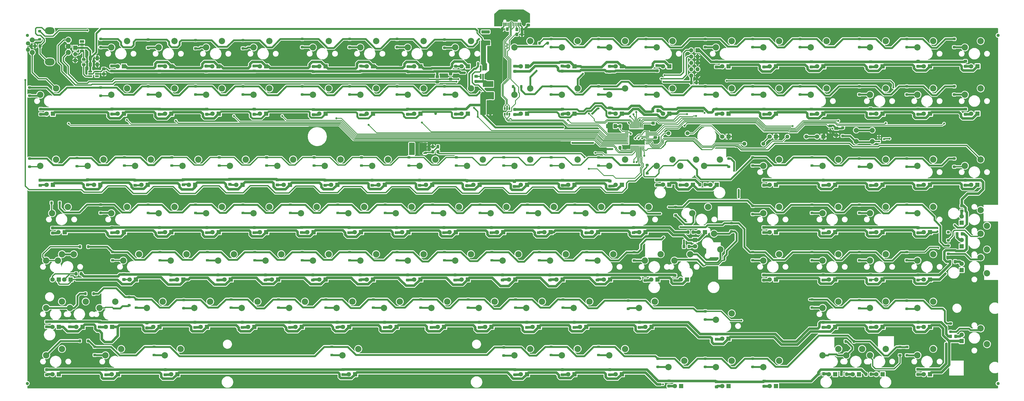
<source format=gbr>
G04 #@! TF.GenerationSoftware,KiCad,Pcbnew,(5.99.0-2421-g2ea5528cd)*
G04 #@! TF.CreationDate,2020-08-11T18:39:47-04:00*
G04 #@! TF.ProjectId,Boston-keyboard-S,426f7374-6f6e-42d6-9b65-79626f617264,rev?*
G04 #@! TF.SameCoordinates,Original*
G04 #@! TF.FileFunction,Copper,L2,Bot*
G04 #@! TF.FilePolarity,Positive*
%FSLAX46Y46*%
G04 Gerber Fmt 4.6, Leading zero omitted, Abs format (unit mm)*
G04 Created by KiCad (PCBNEW (5.99.0-2421-g2ea5528cd)) date 2020-08-11 18:39:47*
%MOMM*%
%LPD*%
G01*
G04 APERTURE LIST*
G04 #@! TA.AperFunction,ComponentPad*
%ADD10O,1.700000X1.700000*%
G04 #@! TD*
G04 #@! TA.AperFunction,ComponentPad*
%ADD11C,1.700000*%
G04 #@! TD*
G04 #@! TA.AperFunction,ComponentPad*
%ADD12O,1.800000X1.070000*%
G04 #@! TD*
G04 #@! TA.AperFunction,ComponentPad*
%ADD13R,1.800000X1.070000*%
G04 #@! TD*
G04 #@! TA.AperFunction,ComponentPad*
%ADD14R,1.700000X1.700000*%
G04 #@! TD*
G04 #@! TA.AperFunction,ComponentPad*
%ADD15R,1.800000X1.800000*%
G04 #@! TD*
G04 #@! TA.AperFunction,ComponentPad*
%ADD16C,1.800000*%
G04 #@! TD*
G04 #@! TA.AperFunction,ComponentPad*
%ADD17C,1.600000*%
G04 #@! TD*
G04 #@! TA.AperFunction,ComponentPad*
%ADD18O,1.600000X1.600000*%
G04 #@! TD*
G04 #@! TA.AperFunction,WasherPad*
%ADD19C,1.300000*%
G04 #@! TD*
G04 #@! TA.AperFunction,ComponentPad*
%ADD20C,2.032000*%
G04 #@! TD*
G04 #@! TA.AperFunction,ComponentPad*
%ADD21O,3.900000X2.799999*%
G04 #@! TD*
G04 #@! TA.AperFunction,ComponentPad*
%ADD22C,2.540000*%
G04 #@! TD*
G04 #@! TA.AperFunction,SMDPad,CuDef*
%ADD23R,1.550000X0.600000*%
G04 #@! TD*
G04 #@! TA.AperFunction,SMDPad,CuDef*
%ADD24R,4.200000X2.400000*%
G04 #@! TD*
G04 #@! TA.AperFunction,ComponentPad*
%ADD25O,1.300000X1.900000*%
G04 #@! TD*
G04 #@! TA.AperFunction,ComponentPad*
%ADD26O,1.100000X2.200000*%
G04 #@! TD*
G04 #@! TA.AperFunction,ComponentPad*
%ADD27C,2.000000*%
G04 #@! TD*
G04 #@! TA.AperFunction,SMDPad,CuDef*
%ADD28R,0.650000X1.060000*%
G04 #@! TD*
G04 #@! TA.AperFunction,SMDPad,CuDef*
%ADD29R,0.650000X2.000000*%
G04 #@! TD*
G04 #@! TA.AperFunction,SMDPad,CuDef*
%ADD30R,1.560000X0.650000*%
G04 #@! TD*
G04 #@! TA.AperFunction,SMDPad,CuDef*
%ADD31R,0.900000X0.800000*%
G04 #@! TD*
G04 #@! TA.AperFunction,ViaPad*
%ADD32C,0.800000*%
G04 #@! TD*
G04 #@! TA.AperFunction,ViaPad*
%ADD33C,0.600000*%
G04 #@! TD*
G04 #@! TA.AperFunction,Conductor*
%ADD34C,0.500000*%
G04 #@! TD*
G04 #@! TA.AperFunction,Conductor*
%ADD35C,0.750000*%
G04 #@! TD*
G04 #@! TA.AperFunction,Conductor*
%ADD36C,0.300000*%
G04 #@! TD*
G04 #@! TA.AperFunction,Conductor*
%ADD37C,1.000000*%
G04 #@! TD*
G04 #@! TA.AperFunction,Conductor*
%ADD38C,0.200000*%
G04 #@! TD*
G04 APERTURE END LIST*
G04 #@! TA.AperFunction,SMDPad,CuDef*
G36*
G01*
X84500000Y-44350000D02*
X84500000Y-43100000D01*
G75*
G02*
X84750000Y-42850000I250000J0D01*
G01*
X85500000Y-42850000D01*
G75*
G02*
X85750000Y-43100000I0J-250000D01*
G01*
X85750000Y-44350000D01*
G75*
G02*
X85500000Y-44600000I-250000J0D01*
G01*
X84750000Y-44600000D01*
G75*
G02*
X84500000Y-44350000I0J250000D01*
G01*
G37*
G04 #@! TD.AperFunction*
G04 #@! TA.AperFunction,SMDPad,CuDef*
G36*
G01*
X81700000Y-44350000D02*
X81700000Y-43100000D01*
G75*
G02*
X81950000Y-42850000I250000J0D01*
G01*
X82700000Y-42850000D01*
G75*
G02*
X82950000Y-43100000I0J-250000D01*
G01*
X82950000Y-44350000D01*
G75*
G02*
X82700000Y-44600000I-250000J0D01*
G01*
X81950000Y-44600000D01*
G75*
G02*
X81700000Y-44350000I0J250000D01*
G01*
G37*
G04 #@! TD.AperFunction*
D10*
X57255000Y-37715000D03*
D11*
X57255000Y-35175000D03*
D12*
X79000000Y-38280000D03*
X79000000Y-37010000D03*
X79000000Y-35740000D03*
D13*
X79000000Y-34470000D03*
D10*
X76225000Y-42055000D03*
X76225000Y-39515000D03*
D14*
X76225000Y-36975000D03*
D15*
X381595000Y-130180000D03*
D16*
X379055000Y-130180000D03*
D15*
X181570000Y-92080000D03*
D16*
X179030000Y-92080000D03*
D15*
X419695000Y-168280000D03*
D16*
X417155000Y-168280000D03*
D15*
X253007500Y-130180000D03*
D16*
X250467500Y-130180000D03*
D15*
X238720000Y-92080000D03*
D16*
X236180000Y-92080000D03*
D15*
X152995000Y-111130000D03*
D16*
X150455000Y-111130000D03*
D15*
X295870000Y-168280000D03*
D16*
X293330000Y-168280000D03*
D15*
X333970000Y-92080000D03*
D16*
X331430000Y-92080000D03*
D15*
X167282500Y-149230000D03*
D16*
X164742500Y-149230000D03*
D15*
X233957500Y-63505000D03*
D16*
X231417500Y-63505000D03*
D15*
X338732500Y-153992500D03*
D16*
X336192500Y-153992500D03*
D15*
X69651250Y-168280000D03*
D16*
X67111250Y-168280000D03*
D15*
X419695000Y-92080000D03*
D16*
X417155000Y-92080000D03*
D15*
X438745000Y-44429600D03*
D16*
X436205000Y-44429600D03*
D15*
X114895000Y-63505000D03*
D16*
X112355000Y-63505000D03*
D15*
X195857500Y-44455000D03*
D16*
X193317500Y-44455000D03*
D15*
X114895000Y-111130000D03*
D16*
X112355000Y-111130000D03*
D15*
X400645000Y-63530400D03*
D16*
X398105000Y-63530400D03*
D15*
X419695000Y-44429600D03*
D16*
X417155000Y-44429600D03*
D15*
X381595000Y-149230000D03*
D16*
X379055000Y-149230000D03*
D15*
X276820000Y-168280000D03*
D16*
X274280000Y-168280000D03*
D15*
X233995600Y-44455000D03*
D16*
X231455600Y-44455000D03*
D15*
X432395000Y-107320000D03*
D16*
X432395000Y-104780000D03*
D15*
X138707500Y-130180000D03*
D16*
X136167500Y-130180000D03*
D15*
X210145000Y-111130000D03*
D16*
X207605000Y-111130000D03*
D15*
X314915000Y-92062500D03*
D16*
X312375000Y-92062500D03*
D15*
X257770000Y-44455000D03*
D16*
X255230000Y-44455000D03*
D15*
X329207500Y-111130000D03*
D16*
X326667500Y-111130000D03*
D15*
X67270000Y-92080000D03*
D16*
X64730000Y-92080000D03*
D15*
X357782500Y-111130000D03*
D16*
X355242500Y-111130000D03*
D15*
X91082500Y-149230000D03*
D16*
X88542500Y-149230000D03*
D15*
X381595000Y-92080000D03*
D16*
X379055000Y-92080000D03*
D15*
X119657500Y-130180000D03*
D16*
X117117500Y-130180000D03*
D15*
X419695000Y-149230000D03*
D16*
X417155000Y-149230000D03*
D15*
X257770000Y-63505000D03*
D16*
X255230000Y-63505000D03*
D15*
X314920000Y-63500000D03*
D16*
X312380000Y-63500000D03*
D15*
X438745000Y-63479600D03*
D16*
X436205000Y-63479600D03*
D15*
X338732500Y-72712500D03*
D16*
X336192500Y-72712500D03*
D15*
X432395000Y-116845000D03*
D16*
X432395000Y-114305000D03*
D15*
X219670000Y-92080000D03*
D16*
X217130000Y-92080000D03*
D15*
X69651250Y-130180000D03*
D16*
X67111250Y-130180000D03*
D15*
X114895000Y-44455000D03*
D16*
X112355000Y-44455000D03*
D15*
X432395000Y-154945000D03*
D16*
X432395000Y-152405000D03*
D15*
X152995000Y-44455000D03*
D16*
X150455000Y-44455000D03*
D15*
X205382500Y-149230000D03*
D16*
X202842500Y-149230000D03*
D15*
X214907500Y-44455000D03*
D16*
X212367500Y-44455000D03*
D15*
X105370000Y-92080000D03*
D16*
X102830000Y-92080000D03*
D15*
X295870000Y-63505000D03*
D16*
X293330000Y-63505000D03*
D17*
X352700000Y-75600000D03*
D18*
X345080000Y-75600000D03*
D15*
X338745200Y-44455000D03*
D16*
X336205200Y-44455000D03*
D15*
X200620000Y-92080000D03*
D16*
X198080000Y-92080000D03*
D15*
X419695000Y-63530400D03*
D16*
X417155000Y-63530400D03*
D15*
X93463750Y-168280000D03*
D16*
X90923750Y-168280000D03*
D15*
X438745000Y-92080000D03*
D16*
X436205000Y-92080000D03*
D15*
X186332500Y-149230000D03*
D16*
X183792500Y-149230000D03*
D15*
X117276250Y-168280000D03*
D16*
X114736250Y-168280000D03*
D15*
X257770000Y-168280000D03*
D16*
X255230000Y-168280000D03*
D15*
X276820000Y-92080000D03*
D16*
X274280000Y-92080000D03*
D15*
X357782500Y-130180000D03*
D16*
X355242500Y-130180000D03*
D19*
X447000000Y-32000000D03*
D15*
X357782500Y-72712500D03*
D16*
X355242500Y-72712500D03*
D15*
X338732500Y-63500000D03*
D16*
X336192500Y-63500000D03*
D15*
X95845000Y-63505000D03*
D16*
X93305000Y-63505000D03*
D15*
X176807500Y-44455000D03*
D16*
X174267500Y-44455000D03*
D15*
X172045000Y-111130000D03*
D16*
X169505000Y-111130000D03*
D15*
X176807500Y-63505000D03*
D16*
X174267500Y-63505000D03*
D15*
X176807500Y-130180000D03*
D16*
X174267500Y-130180000D03*
D15*
X381595000Y-168280000D03*
D16*
X379055000Y-168280000D03*
D15*
X276820000Y-63505000D03*
D16*
X274280000Y-63505000D03*
D15*
X325238750Y-114305000D03*
D16*
X325238750Y-116845000D03*
D15*
X69651250Y-149230000D03*
D16*
X67111250Y-149230000D03*
D15*
X400645000Y-130180000D03*
D16*
X398105000Y-130180000D03*
D15*
X162520000Y-92080000D03*
D16*
X159980000Y-92080000D03*
D15*
X248245000Y-111130000D03*
D16*
X245705000Y-111130000D03*
D15*
X400645000Y-149230000D03*
D16*
X398105000Y-149230000D03*
D15*
X400645000Y-92080000D03*
D16*
X398105000Y-92080000D03*
D15*
X95845000Y-44455000D03*
D16*
X93305000Y-44455000D03*
D19*
X57000000Y-172000000D03*
D15*
X257770000Y-92080000D03*
D16*
X255230000Y-92080000D03*
D15*
X157757500Y-130180000D03*
D16*
X155217500Y-130180000D03*
D15*
X191095000Y-111130000D03*
D16*
X188555000Y-111130000D03*
D15*
X400645000Y-44480400D03*
D16*
X398105000Y-44480400D03*
D15*
X110132500Y-149230000D03*
D16*
X107592500Y-149230000D03*
D15*
X67270000Y-63530400D03*
D16*
X64730000Y-63530400D03*
D15*
X357800000Y-63500000D03*
D16*
X355260000Y-63500000D03*
D15*
X319682500Y-173042500D03*
D16*
X317142500Y-173042500D03*
D15*
X322063750Y-130180000D03*
D16*
X319523750Y-130180000D03*
D15*
X276820000Y-44455000D03*
D16*
X274280000Y-44455000D03*
D15*
X357782500Y-92080000D03*
D16*
X355242500Y-92080000D03*
D15*
X224432500Y-149230000D03*
D16*
X221892500Y-149230000D03*
D15*
X229195000Y-111130000D03*
D16*
X226655000Y-111130000D03*
D15*
X357782500Y-173042500D03*
D16*
X355242500Y-173042500D03*
D15*
X133818000Y-44455000D03*
D16*
X131278000Y-44455000D03*
D19*
X57000000Y-32000000D03*
D15*
X262532500Y-149230000D03*
D16*
X259992500Y-149230000D03*
D15*
X432395000Y-126370000D03*
D16*
X432395000Y-123830000D03*
D15*
X324445000Y-92080000D03*
D16*
X321905000Y-92080000D03*
D15*
X100607500Y-130180000D03*
D16*
X98067500Y-130180000D03*
D15*
X376832500Y-63500000D03*
D16*
X374292500Y-63500000D03*
D15*
X419695000Y-130180000D03*
D16*
X417155000Y-130180000D03*
D15*
X419695000Y-111130000D03*
D16*
X417155000Y-111130000D03*
D15*
X72032500Y-111130000D03*
D16*
X69492500Y-111130000D03*
D15*
X291107500Y-130180000D03*
D16*
X288567500Y-130180000D03*
D15*
X338732500Y-173042500D03*
D16*
X336192500Y-173042500D03*
D15*
X286345000Y-111130000D03*
D16*
X283805000Y-111130000D03*
D20*
X73500000Y-38875000D03*
X73500000Y-33875000D03*
X73500000Y-36375000D03*
D21*
X66000000Y-30125000D03*
X66000000Y-42625000D03*
D20*
X59000000Y-38875000D03*
X59000000Y-33875000D03*
D15*
X307776250Y-149230000D03*
D16*
X305236250Y-149230000D03*
D15*
X152995000Y-63505000D03*
D16*
X150455000Y-63505000D03*
D15*
X272057500Y-130180000D03*
D16*
X269517500Y-130180000D03*
D15*
X124420000Y-92080000D03*
D16*
X121880000Y-92080000D03*
D15*
X233957500Y-130180000D03*
D16*
X231417500Y-130180000D03*
D15*
X314920000Y-44455000D03*
D16*
X312380000Y-44455000D03*
D15*
X133945000Y-63505000D03*
D16*
X131405000Y-63505000D03*
D15*
X129182500Y-149230000D03*
D16*
X126642500Y-149230000D03*
D15*
X188713750Y-168280000D03*
D16*
X186173750Y-168280000D03*
D15*
X305395000Y-111130000D03*
D16*
X302855000Y-111130000D03*
D15*
X295870000Y-44455000D03*
D16*
X293330000Y-44455000D03*
D17*
X370000000Y-72700000D03*
D18*
X362380000Y-72700000D03*
D15*
X214907500Y-130180000D03*
D16*
X212367500Y-130180000D03*
D15*
X79176250Y-149230000D03*
D16*
X76636250Y-149230000D03*
D15*
X400645000Y-168280000D03*
D16*
X398105000Y-168280000D03*
D15*
X281582500Y-149230000D03*
D16*
X279042500Y-149230000D03*
D15*
X357782500Y-44429600D03*
D16*
X355242500Y-44429600D03*
D15*
X143470000Y-92080000D03*
D16*
X140930000Y-92080000D03*
D15*
X391120000Y-168280000D03*
D16*
X388580000Y-168280000D03*
D15*
X310157500Y-130180000D03*
D16*
X307617500Y-130180000D03*
D15*
X295870000Y-92080000D03*
D16*
X293330000Y-92080000D03*
D15*
X95845000Y-111130000D03*
D16*
X93305000Y-111130000D03*
D14*
X326250000Y-38000000D03*
D10*
X323710000Y-38000000D03*
X326250000Y-40540000D03*
X323710000Y-40540000D03*
X326250000Y-43080000D03*
X323710000Y-43080000D03*
X326250000Y-45620000D03*
X323710000Y-45620000D03*
X326250000Y-48160000D03*
X323710000Y-48160000D03*
D15*
X74413750Y-130180000D03*
D16*
X71873750Y-130180000D03*
D15*
X214907500Y-63505000D03*
D16*
X212367500Y-63505000D03*
D15*
X376832500Y-72712500D03*
D16*
X374292500Y-72712500D03*
D17*
X322220000Y-71400000D03*
D18*
X314600000Y-71400000D03*
D15*
X376832500Y-44480400D03*
D16*
X374292500Y-44480400D03*
D15*
X86320000Y-92080000D03*
D16*
X83780000Y-92080000D03*
D15*
X267295000Y-111130000D03*
D16*
X264755000Y-111130000D03*
D15*
X243482500Y-149230000D03*
D16*
X240942500Y-149230000D03*
D15*
X133945000Y-111130000D03*
D16*
X131405000Y-111130000D03*
D15*
X195857500Y-130180000D03*
D16*
X193317500Y-130180000D03*
D15*
X381595000Y-111130000D03*
D16*
X379055000Y-111130000D03*
D19*
X447000000Y-172000000D03*
D15*
X148232500Y-149230000D03*
D16*
X145692500Y-149230000D03*
D15*
X195857500Y-63505000D03*
D16*
X193317500Y-63505000D03*
D15*
X400645000Y-111130000D03*
D16*
X398105000Y-111130000D03*
G04 #@! TA.AperFunction,SMDPad,CuDef*
G36*
G01*
X374280000Y-168571251D02*
X374280000Y-167671249D01*
G75*
G02*
X374529999Y-167421250I249999J0D01*
G01*
X375180001Y-167421250D01*
G75*
G02*
X375430000Y-167671249I0J-249999D01*
G01*
X375430000Y-168571251D01*
G75*
G02*
X375180001Y-168821250I-249999J0D01*
G01*
X374529999Y-168821250D01*
G75*
G02*
X374280000Y-168571251I0J249999D01*
G01*
G37*
G04 #@! TD.AperFunction*
G04 #@! TA.AperFunction,SMDPad,CuDef*
G36*
G01*
X376330000Y-168571251D02*
X376330000Y-167671249D01*
G75*
G02*
X376579999Y-167421250I249999J0D01*
G01*
X377230001Y-167421250D01*
G75*
G02*
X377480000Y-167671249I0J-249999D01*
G01*
X377480000Y-168571251D01*
G75*
G02*
X377230001Y-168821250I-249999J0D01*
G01*
X376579999Y-168821250D01*
G75*
G02*
X376330000Y-168571251I0J249999D01*
G01*
G37*
G04 #@! TD.AperFunction*
G04 #@! TA.AperFunction,SMDPad,CuDef*
G36*
G01*
X124228750Y-99613750D02*
X124928750Y-99613750D01*
G75*
G02*
X125178750Y-99863750I0J-250000D01*
G01*
X125178750Y-100363750D01*
G75*
G02*
X124928750Y-100613750I-250000J0D01*
G01*
X124228750Y-100613750D01*
G75*
G02*
X123978750Y-100363750I0J250000D01*
G01*
X123978750Y-99863750D01*
G75*
G02*
X124228750Y-99613750I250000J0D01*
G01*
G37*
G04 #@! TD.AperFunction*
G04 #@! TA.AperFunction,SMDPad,CuDef*
G36*
G01*
X124228750Y-102913750D02*
X124928750Y-102913750D01*
G75*
G02*
X125178750Y-103163750I0J-250000D01*
G01*
X125178750Y-103663750D01*
G75*
G02*
X124928750Y-103913750I-250000J0D01*
G01*
X124228750Y-103913750D01*
G75*
G02*
X123978750Y-103663750I0J250000D01*
G01*
X123978750Y-103163750D01*
G75*
G02*
X124228750Y-102913750I250000J0D01*
G01*
G37*
G04 #@! TD.AperFunction*
D22*
X278090000Y-81920000D03*
X271740000Y-84460000D03*
G04 #@! TA.AperFunction,SMDPad,CuDef*
G36*
G01*
X79200000Y-127449999D02*
X79200000Y-128350001D01*
G75*
G02*
X78950001Y-128600000I-249999J0D01*
G01*
X78299999Y-128600000D01*
G75*
G02*
X78050000Y-128350001I0J249999D01*
G01*
X78050000Y-127449999D01*
G75*
G02*
X78299999Y-127200000I249999J0D01*
G01*
X78950001Y-127200000D01*
G75*
G02*
X79200000Y-127449999I0J-249999D01*
G01*
G37*
G04 #@! TD.AperFunction*
G04 #@! TA.AperFunction,SMDPad,CuDef*
G36*
G01*
X77150000Y-127449999D02*
X77150000Y-128350001D01*
G75*
G02*
X76900001Y-128600000I-249999J0D01*
G01*
X76249999Y-128600000D01*
G75*
G02*
X76000000Y-128350001I0J249999D01*
G01*
X76000000Y-127449999D01*
G75*
G02*
X76249999Y-127200000I249999J0D01*
G01*
X76900001Y-127200000D01*
G75*
G02*
X77150000Y-127449999I0J-249999D01*
G01*
G37*
G04 #@! TD.AperFunction*
G04 #@! TA.AperFunction,SMDPad,CuDef*
G36*
G01*
X147703124Y-108736250D02*
X148603126Y-108736250D01*
G75*
G02*
X148853125Y-108986249I0J-249999D01*
G01*
X148853125Y-109636251D01*
G75*
G02*
X148603126Y-109886250I-249999J0D01*
G01*
X147703124Y-109886250D01*
G75*
G02*
X147453125Y-109636251I0J249999D01*
G01*
X147453125Y-108986249D01*
G75*
G02*
X147703124Y-108736250I249999J0D01*
G01*
G37*
G04 #@! TD.AperFunction*
G04 #@! TA.AperFunction,SMDPad,CuDef*
G36*
G01*
X147703124Y-110786250D02*
X148603126Y-110786250D01*
G75*
G02*
X148853125Y-111036249I0J-249999D01*
G01*
X148853125Y-111686251D01*
G75*
G02*
X148603126Y-111936250I-249999J0D01*
G01*
X147703124Y-111936250D01*
G75*
G02*
X147453125Y-111686251I0J249999D01*
G01*
X147453125Y-111036249D01*
G75*
G02*
X147703124Y-110786250I249999J0D01*
G01*
G37*
G04 #@! TD.AperFunction*
X392390000Y-158120000D03*
X386040000Y-160660000D03*
G04 #@! TA.AperFunction,SMDPad,CuDef*
G36*
G01*
X238528750Y-99613750D02*
X239228750Y-99613750D01*
G75*
G02*
X239478750Y-99863750I0J-250000D01*
G01*
X239478750Y-100363750D01*
G75*
G02*
X239228750Y-100613750I-250000J0D01*
G01*
X238528750Y-100613750D01*
G75*
G02*
X238278750Y-100363750I0J250000D01*
G01*
X238278750Y-99863750D01*
G75*
G02*
X238528750Y-99613750I250000J0D01*
G01*
G37*
G04 #@! TD.AperFunction*
G04 #@! TA.AperFunction,SMDPad,CuDef*
G36*
G01*
X238528750Y-102913750D02*
X239228750Y-102913750D01*
G75*
G02*
X239478750Y-103163750I0J-250000D01*
G01*
X239478750Y-103663750D01*
G75*
G02*
X239228750Y-103913750I-250000J0D01*
G01*
X238528750Y-103913750D01*
G75*
G02*
X238278750Y-103663750I0J250000D01*
G01*
X238278750Y-103163750D01*
G75*
G02*
X238528750Y-102913750I250000J0D01*
G01*
G37*
G04 #@! TD.AperFunction*
G04 #@! TA.AperFunction,SMDPad,CuDef*
G36*
G01*
X257800000Y-25225000D02*
X258700000Y-25225000D01*
G75*
G02*
X258950000Y-25475000I0J-250000D01*
G01*
X258950000Y-26125000D01*
G75*
G02*
X258700000Y-26375000I-250000J0D01*
G01*
X257800000Y-26375000D01*
G75*
G02*
X257550000Y-26125000I0J250000D01*
G01*
X257550000Y-25475000D01*
G75*
G02*
X257800000Y-25225000I250000J0D01*
G01*
G37*
G04 #@! TD.AperFunction*
G04 #@! TA.AperFunction,SMDPad,CuDef*
G36*
G01*
X257800000Y-27275000D02*
X258700000Y-27275000D01*
G75*
G02*
X258950000Y-27525000I0J-250000D01*
G01*
X258950000Y-28175000D01*
G75*
G02*
X258700000Y-28425000I-250000J0D01*
G01*
X257800000Y-28425000D01*
G75*
G02*
X257550000Y-28175000I0J250000D01*
G01*
X257550000Y-27525000D01*
G75*
G02*
X257800000Y-27275000I250000J0D01*
G01*
G37*
G04 #@! TD.AperFunction*
G04 #@! TA.AperFunction,SMDPad,CuDef*
G36*
G01*
X255950000Y-52250000D02*
X255950000Y-52950000D01*
G75*
G02*
X255700000Y-53200000I-250000J0D01*
G01*
X255200000Y-53200000D01*
G75*
G02*
X254950000Y-52950000I0J250000D01*
G01*
X254950000Y-52250000D01*
G75*
G02*
X255200000Y-52000000I250000J0D01*
G01*
X255700000Y-52000000D01*
G75*
G02*
X255950000Y-52250000I0J-250000D01*
G01*
G37*
G04 #@! TD.AperFunction*
G04 #@! TA.AperFunction,SMDPad,CuDef*
G36*
G01*
X252650000Y-52250000D02*
X252650000Y-52950000D01*
G75*
G02*
X252400000Y-53200000I-250000J0D01*
G01*
X251900000Y-53200000D01*
G75*
G02*
X251650000Y-52950000I0J250000D01*
G01*
X251650000Y-52250000D01*
G75*
G02*
X251900000Y-52000000I250000J0D01*
G01*
X252400000Y-52000000D01*
G75*
G02*
X252650000Y-52250000I0J-250000D01*
G01*
G37*
G04 #@! TD.AperFunction*
G04 #@! TA.AperFunction,SMDPad,CuDef*
G36*
G01*
X222530000Y-78350000D02*
X222530000Y-79250000D01*
G75*
G02*
X222280000Y-79500000I-250000J0D01*
G01*
X221630000Y-79500000D01*
G75*
G02*
X221380000Y-79250000I0J250000D01*
G01*
X221380000Y-78350000D01*
G75*
G02*
X221630000Y-78100000I250000J0D01*
G01*
X222280000Y-78100000D01*
G75*
G02*
X222530000Y-78350000I0J-250000D01*
G01*
G37*
G04 #@! TD.AperFunction*
G04 #@! TA.AperFunction,SMDPad,CuDef*
G36*
G01*
X220480000Y-78350000D02*
X220480000Y-79250000D01*
G75*
G02*
X220230000Y-79500000I-250000J0D01*
G01*
X219580000Y-79500000D01*
G75*
G02*
X219330000Y-79250000I0J250000D01*
G01*
X219330000Y-78350000D01*
G75*
G02*
X219580000Y-78100000I250000J0D01*
G01*
X220230000Y-78100000D01*
G75*
G02*
X220480000Y-78350000I0J-250000D01*
G01*
G37*
G04 #@! TD.AperFunction*
G04 #@! TA.AperFunction,SMDPad,CuDef*
G36*
G01*
X97558750Y-136761250D02*
X98258750Y-136761250D01*
G75*
G02*
X98508750Y-137011250I0J-250000D01*
G01*
X98508750Y-137511250D01*
G75*
G02*
X98258750Y-137761250I-250000J0D01*
G01*
X97558750Y-137761250D01*
G75*
G02*
X97308750Y-137511250I0J250000D01*
G01*
X97308750Y-137011250D01*
G75*
G02*
X97558750Y-136761250I250000J0D01*
G01*
G37*
G04 #@! TD.AperFunction*
G04 #@! TA.AperFunction,SMDPad,CuDef*
G36*
G01*
X97558750Y-140061250D02*
X98258750Y-140061250D01*
G75*
G02*
X98508750Y-140311250I0J-250000D01*
G01*
X98508750Y-140811250D01*
G75*
G02*
X98258750Y-141061250I-250000J0D01*
G01*
X97558750Y-141061250D01*
G75*
G02*
X97308750Y-140811250I0J250000D01*
G01*
X97308750Y-140311250D01*
G75*
G02*
X97558750Y-140061250I250000J0D01*
G01*
G37*
G04 #@! TD.AperFunction*
X254277500Y-120020000D03*
X247927500Y-122560000D03*
G04 #@! TA.AperFunction,SMDPad,CuDef*
G36*
G01*
X262003124Y-108736250D02*
X262903126Y-108736250D01*
G75*
G02*
X263153125Y-108986249I0J-249999D01*
G01*
X263153125Y-109636251D01*
G75*
G02*
X262903126Y-109886250I-249999J0D01*
G01*
X262003124Y-109886250D01*
G75*
G02*
X261753125Y-109636251I0J249999D01*
G01*
X261753125Y-108986249D01*
G75*
G02*
X262003124Y-108736250I249999J0D01*
G01*
G37*
G04 #@! TD.AperFunction*
G04 #@! TA.AperFunction,SMDPad,CuDef*
G36*
G01*
X262003124Y-110786250D02*
X262903126Y-110786250D01*
G75*
G02*
X263153125Y-111036249I0J-249999D01*
G01*
X263153125Y-111686251D01*
G75*
G02*
X262903126Y-111936250I-249999J0D01*
G01*
X262003124Y-111936250D01*
G75*
G02*
X261753125Y-111686251I0J249999D01*
G01*
X261753125Y-111036249D01*
G75*
G02*
X262003124Y-110786250I249999J0D01*
G01*
G37*
G04 #@! TD.AperFunction*
G04 #@! TA.AperFunction,SMDPad,CuDef*
G36*
G01*
X286153750Y-51988750D02*
X286853750Y-51988750D01*
G75*
G02*
X287103750Y-52238750I0J-250000D01*
G01*
X287103750Y-52738750D01*
G75*
G02*
X286853750Y-52988750I-250000J0D01*
G01*
X286153750Y-52988750D01*
G75*
G02*
X285903750Y-52738750I0J250000D01*
G01*
X285903750Y-52238750D01*
G75*
G02*
X286153750Y-51988750I250000J0D01*
G01*
G37*
G04 #@! TD.AperFunction*
G04 #@! TA.AperFunction,SMDPad,CuDef*
G36*
G01*
X286153750Y-55288750D02*
X286853750Y-55288750D01*
G75*
G02*
X287103750Y-55538750I0J-250000D01*
G01*
X287103750Y-56038750D01*
G75*
G02*
X286853750Y-56288750I-250000J0D01*
G01*
X286153750Y-56288750D01*
G75*
G02*
X285903750Y-56038750I0J250000D01*
G01*
X285903750Y-55538750D01*
G75*
G02*
X286153750Y-55288750I250000J0D01*
G01*
G37*
G04 #@! TD.AperFunction*
G04 #@! TA.AperFunction,SMDPad,CuDef*
G36*
G01*
X239300000Y-63674999D02*
X239300000Y-61525001D01*
G75*
G02*
X239550001Y-61275000I250001J0D01*
G01*
X240474999Y-61275000D01*
G75*
G02*
X240725000Y-61525001I0J-250001D01*
G01*
X240725000Y-63674999D01*
G75*
G02*
X240474999Y-63925000I-250001J0D01*
G01*
X239550001Y-63925000D01*
G75*
G02*
X239300000Y-63674999I0J250001D01*
G01*
G37*
G04 #@! TD.AperFunction*
G04 #@! TA.AperFunction,SMDPad,CuDef*
G36*
G01*
X242275000Y-63674999D02*
X242275000Y-61525001D01*
G75*
G02*
X242525001Y-61275000I250001J0D01*
G01*
X243449999Y-61275000D01*
G75*
G02*
X243700000Y-61525001I0J-250001D01*
G01*
X243700000Y-63674999D01*
G75*
G02*
X243449999Y-63925000I-250001J0D01*
G01*
X242525001Y-63925000D01*
G75*
G02*
X242275000Y-63674999I0J250001D01*
G01*
G37*
G04 #@! TD.AperFunction*
G04 #@! TA.AperFunction,SMDPad,CuDef*
G36*
G01*
X156989999Y-89527500D02*
X157890001Y-89527500D01*
G75*
G02*
X158140000Y-89777499I0J-249999D01*
G01*
X158140000Y-90427501D01*
G75*
G02*
X157890001Y-90677500I-249999J0D01*
G01*
X156989999Y-90677500D01*
G75*
G02*
X156740000Y-90427501I0J249999D01*
G01*
X156740000Y-89777499D01*
G75*
G02*
X156989999Y-89527500I249999J0D01*
G01*
G37*
G04 #@! TD.AperFunction*
G04 #@! TA.AperFunction,SMDPad,CuDef*
G36*
G01*
X156989999Y-91577500D02*
X157890001Y-91577500D01*
G75*
G02*
X158140000Y-91827499I0J-249999D01*
G01*
X158140000Y-92477501D01*
G75*
G02*
X157890001Y-92727500I-249999J0D01*
G01*
X156989999Y-92727500D01*
G75*
G02*
X156740000Y-92477501I0J249999D01*
G01*
X156740000Y-91827499D01*
G75*
G02*
X156989999Y-91577500I249999J0D01*
G01*
G37*
G04 #@! TD.AperFunction*
X420965000Y-158120000D03*
X414615000Y-160660000D03*
G04 #@! TA.AperFunction,SMDPad,CuDef*
G36*
G01*
X66769999Y-108895000D02*
X67670001Y-108895000D01*
G75*
G02*
X67920000Y-109144999I0J-249999D01*
G01*
X67920000Y-109795001D01*
G75*
G02*
X67670001Y-110045000I-249999J0D01*
G01*
X66769999Y-110045000D01*
G75*
G02*
X66520000Y-109795001I0J249999D01*
G01*
X66520000Y-109144999D01*
G75*
G02*
X66769999Y-108895000I249999J0D01*
G01*
G37*
G04 #@! TD.AperFunction*
G04 #@! TA.AperFunction,SMDPad,CuDef*
G36*
G01*
X66769999Y-110945000D02*
X67670001Y-110945000D01*
G75*
G02*
X67920000Y-111194999I0J-249999D01*
G01*
X67920000Y-111845001D01*
G75*
G02*
X67670001Y-112095000I-249999J0D01*
G01*
X66769999Y-112095000D01*
G75*
G02*
X66520000Y-111845001I0J249999D01*
G01*
X66520000Y-111194999D01*
G75*
G02*
X66769999Y-110945000I249999J0D01*
G01*
G37*
G04 #@! TD.AperFunction*
G04 #@! TA.AperFunction,SMDPad,CuDef*
G36*
G01*
X252239999Y-90162500D02*
X253140001Y-90162500D01*
G75*
G02*
X253390000Y-90412499I0J-249999D01*
G01*
X253390000Y-91062501D01*
G75*
G02*
X253140001Y-91312500I-249999J0D01*
G01*
X252239999Y-91312500D01*
G75*
G02*
X251990000Y-91062501I0J249999D01*
G01*
X251990000Y-90412499D01*
G75*
G02*
X252239999Y-90162500I249999J0D01*
G01*
G37*
G04 #@! TD.AperFunction*
G04 #@! TA.AperFunction,SMDPad,CuDef*
G36*
G01*
X252239999Y-92212500D02*
X253140001Y-92212500D01*
G75*
G02*
X253390000Y-92462499I0J-249999D01*
G01*
X253390000Y-93112501D01*
G75*
G02*
X253140001Y-93362500I-249999J0D01*
G01*
X252239999Y-93362500D01*
G75*
G02*
X251990000Y-93112501I0J249999D01*
G01*
X251990000Y-92462499D01*
G75*
G02*
X252239999Y-92212500I249999J0D01*
G01*
G37*
G04 #@! TD.AperFunction*
G04 #@! TA.AperFunction,SMDPad,CuDef*
G36*
G01*
X291425001Y-47075000D02*
X290524999Y-47075000D01*
G75*
G02*
X290275000Y-46825001I0J249999D01*
G01*
X290275000Y-46174999D01*
G75*
G02*
X290524999Y-45925000I249999J0D01*
G01*
X291425001Y-45925000D01*
G75*
G02*
X291675000Y-46174999I0J-249999D01*
G01*
X291675000Y-46825001D01*
G75*
G02*
X291425001Y-47075000I-249999J0D01*
G01*
G37*
G04 #@! TD.AperFunction*
G04 #@! TA.AperFunction,SMDPad,CuDef*
G36*
G01*
X291425001Y-45025000D02*
X290524999Y-45025000D01*
G75*
G02*
X290275000Y-44775001I0J249999D01*
G01*
X290275000Y-44124999D01*
G75*
G02*
X290524999Y-43875000I249999J0D01*
G01*
X291425001Y-43875000D01*
G75*
G02*
X291675000Y-44124999I0J-249999D01*
G01*
X291675000Y-44775001D01*
G75*
G02*
X291425001Y-45025000I-249999J0D01*
G01*
G37*
G04 #@! TD.AperFunction*
G04 #@! TA.AperFunction,SMDPad,CuDef*
G36*
G01*
X190327499Y-127786250D02*
X191227501Y-127786250D01*
G75*
G02*
X191477500Y-128036249I0J-249999D01*
G01*
X191477500Y-128686251D01*
G75*
G02*
X191227501Y-128936250I-249999J0D01*
G01*
X190327499Y-128936250D01*
G75*
G02*
X190077500Y-128686251I0J249999D01*
G01*
X190077500Y-128036249D01*
G75*
G02*
X190327499Y-127786250I249999J0D01*
G01*
G37*
G04 #@! TD.AperFunction*
G04 #@! TA.AperFunction,SMDPad,CuDef*
G36*
G01*
X190327499Y-129836250D02*
X191227501Y-129836250D01*
G75*
G02*
X191477500Y-130086249I0J-249999D01*
G01*
X191477500Y-130736251D01*
G75*
G02*
X191227501Y-130986250I-249999J0D01*
G01*
X190327499Y-130986250D01*
G75*
G02*
X190077500Y-130736251I0J249999D01*
G01*
X190077500Y-130086249D01*
G75*
G02*
X190327499Y-129836250I249999J0D01*
G01*
G37*
G04 #@! TD.AperFunction*
G04 #@! TA.AperFunction,SMDPad,CuDef*
G36*
G01*
X224241250Y-51988750D02*
X224941250Y-51988750D01*
G75*
G02*
X225191250Y-52238750I0J-250000D01*
G01*
X225191250Y-52738750D01*
G75*
G02*
X224941250Y-52988750I-250000J0D01*
G01*
X224241250Y-52988750D01*
G75*
G02*
X223991250Y-52738750I0J250000D01*
G01*
X223991250Y-52238750D01*
G75*
G02*
X224241250Y-51988750I250000J0D01*
G01*
G37*
G04 #@! TD.AperFunction*
G04 #@! TA.AperFunction,SMDPad,CuDef*
G36*
G01*
X224241250Y-55288750D02*
X224941250Y-55288750D01*
G75*
G02*
X225191250Y-55538750I0J-250000D01*
G01*
X225191250Y-56038750D01*
G75*
G02*
X224941250Y-56288750I-250000J0D01*
G01*
X224241250Y-56288750D01*
G75*
G02*
X223991250Y-56038750I0J250000D01*
G01*
X223991250Y-55538750D01*
G75*
G02*
X224241250Y-55288750I250000J0D01*
G01*
G37*
G04 #@! TD.AperFunction*
G04 #@! TA.AperFunction,SMDPad,CuDef*
G36*
G01*
X253375001Y-47025000D02*
X252474999Y-47025000D01*
G75*
G02*
X252225000Y-46775001I0J249999D01*
G01*
X252225000Y-46124999D01*
G75*
G02*
X252474999Y-45875000I249999J0D01*
G01*
X253375001Y-45875000D01*
G75*
G02*
X253625000Y-46124999I0J-249999D01*
G01*
X253625000Y-46775001D01*
G75*
G02*
X253375001Y-47025000I-249999J0D01*
G01*
G37*
G04 #@! TD.AperFunction*
G04 #@! TA.AperFunction,SMDPad,CuDef*
G36*
G01*
X253375001Y-44975000D02*
X252474999Y-44975000D01*
G75*
G02*
X252225000Y-44725001I0J249999D01*
G01*
X252225000Y-44074999D01*
G75*
G02*
X252474999Y-43825000I249999J0D01*
G01*
X253375001Y-43825000D01*
G75*
G02*
X253625000Y-44074999I0J-249999D01*
G01*
X253625000Y-44725001D01*
G75*
G02*
X253375001Y-44975000I-249999J0D01*
G01*
G37*
G04 #@! TD.AperFunction*
G04 #@! TA.AperFunction,SMDPad,CuDef*
G36*
G01*
X276290624Y-146836250D02*
X277190626Y-146836250D01*
G75*
G02*
X277440625Y-147086249I0J-249999D01*
G01*
X277440625Y-147736251D01*
G75*
G02*
X277190626Y-147986250I-249999J0D01*
G01*
X276290624Y-147986250D01*
G75*
G02*
X276040625Y-147736251I0J249999D01*
G01*
X276040625Y-147086249D01*
G75*
G02*
X276290624Y-146836250I249999J0D01*
G01*
G37*
G04 #@! TD.AperFunction*
G04 #@! TA.AperFunction,SMDPad,CuDef*
G36*
G01*
X276290624Y-148886250D02*
X277190626Y-148886250D01*
G75*
G02*
X277440625Y-149136249I0J-249999D01*
G01*
X277440625Y-149786251D01*
G75*
G02*
X277190626Y-150036250I-249999J0D01*
G01*
X276290624Y-150036250D01*
G75*
G02*
X276040625Y-149786251I0J249999D01*
G01*
X276040625Y-149136249D01*
G75*
G02*
X276290624Y-148886250I249999J0D01*
G01*
G37*
G04 #@! TD.AperFunction*
X97115000Y-53345000D03*
X90765000Y-55885000D03*
X306665000Y-100970000D03*
X300315000Y-103510000D03*
G04 #@! TA.AperFunction,SMDPad,CuDef*
G36*
G01*
X276628750Y-99613750D02*
X277328750Y-99613750D01*
G75*
G02*
X277578750Y-99863750I0J-250000D01*
G01*
X277578750Y-100363750D01*
G75*
G02*
X277328750Y-100613750I-250000J0D01*
G01*
X276628750Y-100613750D01*
G75*
G02*
X276378750Y-100363750I0J250000D01*
G01*
X276378750Y-99863750D01*
G75*
G02*
X276628750Y-99613750I250000J0D01*
G01*
G37*
G04 #@! TD.AperFunction*
G04 #@! TA.AperFunction,SMDPad,CuDef*
G36*
G01*
X276628750Y-102913750D02*
X277328750Y-102913750D01*
G75*
G02*
X277578750Y-103163750I0J-250000D01*
G01*
X277578750Y-103663750D01*
G75*
G02*
X277328750Y-103913750I-250000J0D01*
G01*
X276628750Y-103913750D01*
G75*
G02*
X276378750Y-103663750I0J250000D01*
G01*
X276378750Y-103163750D01*
G75*
G02*
X276628750Y-102913750I250000J0D01*
G01*
G37*
G04 #@! TD.AperFunction*
X216177500Y-34295000D03*
X209827500Y-36835000D03*
G04 #@! TA.AperFunction,SMDPad,CuDef*
G36*
G01*
X414403124Y-61111250D02*
X415303126Y-61111250D01*
G75*
G02*
X415553125Y-61361249I0J-249999D01*
G01*
X415553125Y-62011251D01*
G75*
G02*
X415303126Y-62261250I-249999J0D01*
G01*
X414403124Y-62261250D01*
G75*
G02*
X414153125Y-62011251I0J249999D01*
G01*
X414153125Y-61361249D01*
G75*
G02*
X414403124Y-61111250I249999J0D01*
G01*
G37*
G04 #@! TD.AperFunction*
G04 #@! TA.AperFunction,SMDPad,CuDef*
G36*
G01*
X414403124Y-63161250D02*
X415303126Y-63161250D01*
G75*
G02*
X415553125Y-63411249I0J-249999D01*
G01*
X415553125Y-64061251D01*
G75*
G02*
X415303126Y-64311250I-249999J0D01*
G01*
X414403124Y-64311250D01*
G75*
G02*
X414153125Y-64061251I0J249999D01*
G01*
X414153125Y-63411249D01*
G75*
G02*
X414403124Y-63161250I249999J0D01*
G01*
G37*
G04 #@! TD.AperFunction*
G04 #@! TA.AperFunction,SMDPad,CuDef*
G36*
G01*
X348066250Y-80563750D02*
X348766250Y-80563750D01*
G75*
G02*
X349016250Y-80813750I0J-250000D01*
G01*
X349016250Y-81313750D01*
G75*
G02*
X348766250Y-81563750I-250000J0D01*
G01*
X348066250Y-81563750D01*
G75*
G02*
X347816250Y-81313750I0J250000D01*
G01*
X347816250Y-80813750D01*
G75*
G02*
X348066250Y-80563750I250000J0D01*
G01*
G37*
G04 #@! TD.AperFunction*
G04 #@! TA.AperFunction,SMDPad,CuDef*
G36*
G01*
X348066250Y-83863750D02*
X348766250Y-83863750D01*
G75*
G02*
X349016250Y-84113750I0J-250000D01*
G01*
X349016250Y-84613750D01*
G75*
G02*
X348766250Y-84863750I-250000J0D01*
G01*
X348066250Y-84863750D01*
G75*
G02*
X347816250Y-84613750I0J250000D01*
G01*
X347816250Y-84113750D01*
G75*
G02*
X348066250Y-83863750I250000J0D01*
G01*
G37*
G04 #@! TD.AperFunction*
G04 #@! TA.AperFunction,SMDPad,CuDef*
G36*
G01*
X171277499Y-127786250D02*
X172177501Y-127786250D01*
G75*
G02*
X172427500Y-128036249I0J-249999D01*
G01*
X172427500Y-128686251D01*
G75*
G02*
X172177501Y-128936250I-249999J0D01*
G01*
X171277499Y-128936250D01*
G75*
G02*
X171027500Y-128686251I0J249999D01*
G01*
X171027500Y-128036249D01*
G75*
G02*
X171277499Y-127786250I249999J0D01*
G01*
G37*
G04 #@! TD.AperFunction*
G04 #@! TA.AperFunction,SMDPad,CuDef*
G36*
G01*
X171277499Y-129836250D02*
X172177501Y-129836250D01*
G75*
G02*
X172427500Y-130086249I0J-249999D01*
G01*
X172427500Y-130736251D01*
G75*
G02*
X172177501Y-130986250I-249999J0D01*
G01*
X171277499Y-130986250D01*
G75*
G02*
X171027500Y-130736251I0J249999D01*
G01*
X171027500Y-130086249D01*
G75*
G02*
X171277499Y-129836250I249999J0D01*
G01*
G37*
G04 #@! TD.AperFunction*
G04 #@! TA.AperFunction,SMDPad,CuDef*
G36*
G01*
X209377499Y-127786250D02*
X210277501Y-127786250D01*
G75*
G02*
X210527500Y-128036249I0J-249999D01*
G01*
X210527500Y-128686251D01*
G75*
G02*
X210277501Y-128936250I-249999J0D01*
G01*
X209377499Y-128936250D01*
G75*
G02*
X209127500Y-128686251I0J249999D01*
G01*
X209127500Y-128036249D01*
G75*
G02*
X209377499Y-127786250I249999J0D01*
G01*
G37*
G04 #@! TD.AperFunction*
G04 #@! TA.AperFunction,SMDPad,CuDef*
G36*
G01*
X209377499Y-129836250D02*
X210277501Y-129836250D01*
G75*
G02*
X210527500Y-130086249I0J-249999D01*
G01*
X210527500Y-130736251D01*
G75*
G02*
X210277501Y-130986250I-249999J0D01*
G01*
X209377499Y-130986250D01*
G75*
G02*
X209127500Y-130736251I0J249999D01*
G01*
X209127500Y-130086249D01*
G75*
G02*
X209377499Y-129836250I249999J0D01*
G01*
G37*
G04 #@! TD.AperFunction*
G04 #@! TA.AperFunction,SMDPad,CuDef*
G36*
G01*
X57553750Y-52465000D02*
X58253750Y-52465000D01*
G75*
G02*
X58503750Y-52715000I0J-250000D01*
G01*
X58503750Y-53215000D01*
G75*
G02*
X58253750Y-53465000I-250000J0D01*
G01*
X57553750Y-53465000D01*
G75*
G02*
X57303750Y-53215000I0J250000D01*
G01*
X57303750Y-52715000D01*
G75*
G02*
X57553750Y-52465000I250000J0D01*
G01*
G37*
G04 #@! TD.AperFunction*
G04 #@! TA.AperFunction,SMDPad,CuDef*
G36*
G01*
X57553750Y-55765000D02*
X58253750Y-55765000D01*
G75*
G02*
X58503750Y-56015000I0J-250000D01*
G01*
X58503750Y-56515000D01*
G75*
G02*
X58253750Y-56765000I-250000J0D01*
G01*
X57553750Y-56765000D01*
G75*
G02*
X57303750Y-56515000I0J250000D01*
G01*
X57303750Y-56015000D01*
G75*
G02*
X57553750Y-55765000I250000J0D01*
G01*
G37*
G04 #@! TD.AperFunction*
D23*
X216800000Y-75585000D03*
G04 #@! TA.AperFunction,SMDPad,CuDef*
G36*
G01*
X217575000Y-76855000D02*
X217575000Y-76855000D01*
G75*
G02*
X217275000Y-77155000I-300000J0D01*
G01*
X216325000Y-77155000D01*
G75*
G02*
X216025000Y-76855000I0J300000D01*
G01*
X216025000Y-76855000D01*
G75*
G02*
X216325000Y-76555000I300000J0D01*
G01*
X217275000Y-76555000D01*
G75*
G02*
X217575000Y-76855000I0J-300000D01*
G01*
G37*
G04 #@! TD.AperFunction*
G04 #@! TA.AperFunction,SMDPad,CuDef*
G36*
G01*
X217575000Y-78125000D02*
X217575000Y-78125000D01*
G75*
G02*
X217275000Y-78425000I-300000J0D01*
G01*
X216325000Y-78425000D01*
G75*
G02*
X216025000Y-78125000I0J300000D01*
G01*
X216025000Y-78125000D01*
G75*
G02*
X216325000Y-77825000I300000J0D01*
G01*
X217275000Y-77825000D01*
G75*
G02*
X217575000Y-78125000I0J-300000D01*
G01*
G37*
G04 #@! TD.AperFunction*
G04 #@! TA.AperFunction,SMDPad,CuDef*
G36*
G01*
X217575000Y-79395000D02*
X217575000Y-79395000D01*
G75*
G02*
X217275000Y-79695000I-300000J0D01*
G01*
X216325000Y-79695000D01*
G75*
G02*
X216025000Y-79395000I0J300000D01*
G01*
X216025000Y-79395000D01*
G75*
G02*
X216325000Y-79095000I300000J0D01*
G01*
X217275000Y-79095000D01*
G75*
G02*
X217575000Y-79395000I0J-300000D01*
G01*
G37*
G04 #@! TD.AperFunction*
G04 #@! TA.AperFunction,SMDPad,CuDef*
G36*
G01*
X212175000Y-79395000D02*
X212175000Y-79395000D01*
G75*
G02*
X211875000Y-79695000I-300000J0D01*
G01*
X210925000Y-79695000D01*
G75*
G02*
X210625000Y-79395000I0J300000D01*
G01*
X210625000Y-79395000D01*
G75*
G02*
X210925000Y-79095000I300000J0D01*
G01*
X211875000Y-79095000D01*
G75*
G02*
X212175000Y-79395000I0J-300000D01*
G01*
G37*
G04 #@! TD.AperFunction*
G04 #@! TA.AperFunction,SMDPad,CuDef*
G36*
G01*
X212175000Y-78125000D02*
X212175000Y-78125000D01*
G75*
G02*
X211875000Y-78425000I-300000J0D01*
G01*
X210925000Y-78425000D01*
G75*
G02*
X210625000Y-78125000I0J300000D01*
G01*
X210625000Y-78125000D01*
G75*
G02*
X210925000Y-77825000I300000J0D01*
G01*
X211875000Y-77825000D01*
G75*
G02*
X212175000Y-78125000I0J-300000D01*
G01*
G37*
G04 #@! TD.AperFunction*
G04 #@! TA.AperFunction,SMDPad,CuDef*
G36*
G01*
X212175000Y-76855000D02*
X212175000Y-76855000D01*
G75*
G02*
X211875000Y-77155000I-300000J0D01*
G01*
X210925000Y-77155000D01*
G75*
G02*
X210625000Y-76855000I0J300000D01*
G01*
X210625000Y-76855000D01*
G75*
G02*
X210925000Y-76555000I300000J0D01*
G01*
X211875000Y-76555000D01*
G75*
G02*
X212175000Y-76855000I0J-300000D01*
G01*
G37*
G04 #@! TD.AperFunction*
G04 #@! TA.AperFunction,SMDPad,CuDef*
G36*
G01*
X212175000Y-75585000D02*
X212175000Y-75585000D01*
G75*
G02*
X211875000Y-75885000I-300000J0D01*
G01*
X210925000Y-75885000D01*
G75*
G02*
X210625000Y-75585000I0J300000D01*
G01*
X210625000Y-75585000D01*
G75*
G02*
X210925000Y-75285000I300000J0D01*
G01*
X211875000Y-75285000D01*
G75*
G02*
X212175000Y-75585000I0J-300000D01*
G01*
G37*
G04 #@! TD.AperFunction*
D22*
X442555000Y-108590000D03*
X440015000Y-102240000D03*
G04 #@! TA.AperFunction,SMDPad,CuDef*
G36*
G01*
X87275000Y-44900000D02*
X88175000Y-44900000D01*
G75*
G02*
X88425000Y-45150000I0J-250000D01*
G01*
X88425000Y-45800000D01*
G75*
G02*
X88175000Y-46050000I-250000J0D01*
G01*
X87275000Y-46050000D01*
G75*
G02*
X87025000Y-45800000I0J250000D01*
G01*
X87025000Y-45150000D01*
G75*
G02*
X87275000Y-44900000I250000J0D01*
G01*
G37*
G04 #@! TD.AperFunction*
G04 #@! TA.AperFunction,SMDPad,CuDef*
G36*
G01*
X87275000Y-46950000D02*
X88175000Y-46950000D01*
G75*
G02*
X88425000Y-47200000I0J-250000D01*
G01*
X88425000Y-47850000D01*
G75*
G02*
X88175000Y-48100000I-250000J0D01*
G01*
X87275000Y-48100000D01*
G75*
G02*
X87025000Y-47850000I0J250000D01*
G01*
X87025000Y-47200000D01*
G75*
G02*
X87275000Y-46950000I250000J0D01*
G01*
G37*
G04 #@! TD.AperFunction*
X340002500Y-53345000D03*
X333652500Y-55885000D03*
X359052500Y-120020000D03*
X352702500Y-122560000D03*
G04 #@! TA.AperFunction,SMDPad,CuDef*
G36*
G01*
X348066250Y-32938750D02*
X348766250Y-32938750D01*
G75*
G02*
X349016250Y-33188750I0J-250000D01*
G01*
X349016250Y-33688750D01*
G75*
G02*
X348766250Y-33938750I-250000J0D01*
G01*
X348066250Y-33938750D01*
G75*
G02*
X347816250Y-33688750I0J250000D01*
G01*
X347816250Y-33188750D01*
G75*
G02*
X348066250Y-32938750I250000J0D01*
G01*
G37*
G04 #@! TD.AperFunction*
G04 #@! TA.AperFunction,SMDPad,CuDef*
G36*
G01*
X348066250Y-36238750D02*
X348766250Y-36238750D01*
G75*
G02*
X349016250Y-36488750I0J-250000D01*
G01*
X349016250Y-36988750D01*
G75*
G02*
X348766250Y-37238750I-250000J0D01*
G01*
X348066250Y-37238750D01*
G75*
G02*
X347816250Y-36988750I0J250000D01*
G01*
X347816250Y-36488750D01*
G75*
G02*
X348066250Y-36238750I250000J0D01*
G01*
G37*
G04 #@! TD.AperFunction*
X359052500Y-100970000D03*
X352702500Y-103510000D03*
G04 #@! TA.AperFunction,SMDPad,CuDef*
G36*
G01*
X76603750Y-80818750D02*
X77303750Y-80818750D01*
G75*
G02*
X77553750Y-81068750I0J-250000D01*
G01*
X77553750Y-81568750D01*
G75*
G02*
X77303750Y-81818750I-250000J0D01*
G01*
X76603750Y-81818750D01*
G75*
G02*
X76353750Y-81568750I0J250000D01*
G01*
X76353750Y-81068750D01*
G75*
G02*
X76603750Y-80818750I250000J0D01*
G01*
G37*
G04 #@! TD.AperFunction*
G04 #@! TA.AperFunction,SMDPad,CuDef*
G36*
G01*
X76603750Y-84118750D02*
X77303750Y-84118750D01*
G75*
G02*
X77553750Y-84368750I0J-250000D01*
G01*
X77553750Y-84868750D01*
G75*
G02*
X77303750Y-85118750I-250000J0D01*
G01*
X76603750Y-85118750D01*
G75*
G02*
X76353750Y-84868750I0J250000D01*
G01*
X76353750Y-84368750D01*
G75*
G02*
X76603750Y-84118750I250000J0D01*
G01*
G37*
G04 #@! TD.AperFunction*
G04 #@! TA.AperFunction,SMDPad,CuDef*
G36*
G01*
X242953124Y-108736250D02*
X243853126Y-108736250D01*
G75*
G02*
X244103125Y-108986249I0J-249999D01*
G01*
X244103125Y-109636251D01*
G75*
G02*
X243853126Y-109886250I-249999J0D01*
G01*
X242953124Y-109886250D01*
G75*
G02*
X242703125Y-109636251I0J249999D01*
G01*
X242703125Y-108986249D01*
G75*
G02*
X242953124Y-108736250I249999J0D01*
G01*
G37*
G04 #@! TD.AperFunction*
G04 #@! TA.AperFunction,SMDPad,CuDef*
G36*
G01*
X242953124Y-110786250D02*
X243853126Y-110786250D01*
G75*
G02*
X244103125Y-111036249I0J-249999D01*
G01*
X244103125Y-111686251D01*
G75*
G02*
X243853126Y-111936250I-249999J0D01*
G01*
X242953124Y-111936250D01*
G75*
G02*
X242703125Y-111686251I0J249999D01*
G01*
X242703125Y-111036249D01*
G75*
G02*
X242953124Y-110786250I249999J0D01*
G01*
G37*
G04 #@! TD.AperFunction*
G04 #@! TA.AperFunction,SMDPad,CuDef*
G36*
G01*
X114703750Y-80563750D02*
X115403750Y-80563750D01*
G75*
G02*
X115653750Y-80813750I0J-250000D01*
G01*
X115653750Y-81313750D01*
G75*
G02*
X115403750Y-81563750I-250000J0D01*
G01*
X114703750Y-81563750D01*
G75*
G02*
X114453750Y-81313750I0J250000D01*
G01*
X114453750Y-80813750D01*
G75*
G02*
X114703750Y-80563750I250000J0D01*
G01*
G37*
G04 #@! TD.AperFunction*
G04 #@! TA.AperFunction,SMDPad,CuDef*
G36*
G01*
X114703750Y-83863750D02*
X115403750Y-83863750D01*
G75*
G02*
X115653750Y-84113750I0J-250000D01*
G01*
X115653750Y-84613750D01*
G75*
G02*
X115403750Y-84863750I-250000J0D01*
G01*
X114703750Y-84863750D01*
G75*
G02*
X114453750Y-84613750I0J250000D01*
G01*
X114453750Y-84113750D01*
G75*
G02*
X114703750Y-83863750I250000J0D01*
G01*
G37*
G04 #@! TD.AperFunction*
G04 #@! TA.AperFunction,SMDPad,CuDef*
G36*
G01*
X152227499Y-127786250D02*
X153127501Y-127786250D01*
G75*
G02*
X153377500Y-128036249I0J-249999D01*
G01*
X153377500Y-128686251D01*
G75*
G02*
X153127501Y-128936250I-249999J0D01*
G01*
X152227499Y-128936250D01*
G75*
G02*
X151977500Y-128686251I0J249999D01*
G01*
X151977500Y-128036249D01*
G75*
G02*
X152227499Y-127786250I249999J0D01*
G01*
G37*
G04 #@! TD.AperFunction*
G04 #@! TA.AperFunction,SMDPad,CuDef*
G36*
G01*
X152227499Y-129836250D02*
X153127501Y-129836250D01*
G75*
G02*
X153377500Y-130086249I0J-249999D01*
G01*
X153377500Y-130736251D01*
G75*
G02*
X153127501Y-130986250I-249999J0D01*
G01*
X152227499Y-130986250D01*
G75*
G02*
X151977500Y-130736251I0J249999D01*
G01*
X151977500Y-130086249D01*
G75*
G02*
X152227499Y-129836250I249999J0D01*
G01*
G37*
G04 #@! TD.AperFunction*
G04 #@! TA.AperFunction,SMDPad,CuDef*
G36*
G01*
X352490624Y-42061250D02*
X353390626Y-42061250D01*
G75*
G02*
X353640625Y-42311249I0J-249999D01*
G01*
X353640625Y-42961251D01*
G75*
G02*
X353390626Y-43211250I-249999J0D01*
G01*
X352490624Y-43211250D01*
G75*
G02*
X352240625Y-42961251I0J249999D01*
G01*
X352240625Y-42311249D01*
G75*
G02*
X352490624Y-42061250I249999J0D01*
G01*
G37*
G04 #@! TD.AperFunction*
G04 #@! TA.AperFunction,SMDPad,CuDef*
G36*
G01*
X352490624Y-44111250D02*
X353390626Y-44111250D01*
G75*
G02*
X353640625Y-44361249I0J-249999D01*
G01*
X353640625Y-45011251D01*
G75*
G02*
X353390626Y-45261250I-249999J0D01*
G01*
X352490624Y-45261250D01*
G75*
G02*
X352240625Y-45011251I0J249999D01*
G01*
X352240625Y-44361249D01*
G75*
G02*
X352490624Y-44111250I249999J0D01*
G01*
G37*
G04 #@! TD.AperFunction*
G04 #@! TA.AperFunction,SMDPad,CuDef*
G36*
G01*
X205191250Y-51988750D02*
X205891250Y-51988750D01*
G75*
G02*
X206141250Y-52238750I0J-250000D01*
G01*
X206141250Y-52738750D01*
G75*
G02*
X205891250Y-52988750I-250000J0D01*
G01*
X205191250Y-52988750D01*
G75*
G02*
X204941250Y-52738750I0J250000D01*
G01*
X204941250Y-52238750D01*
G75*
G02*
X205191250Y-51988750I250000J0D01*
G01*
G37*
G04 #@! TD.AperFunction*
G04 #@! TA.AperFunction,SMDPad,CuDef*
G36*
G01*
X205191250Y-55288750D02*
X205891250Y-55288750D01*
G75*
G02*
X206141250Y-55538750I0J-250000D01*
G01*
X206141250Y-56038750D01*
G75*
G02*
X205891250Y-56288750I-250000J0D01*
G01*
X205191250Y-56288750D01*
G75*
G02*
X204941250Y-56038750I0J250000D01*
G01*
X204941250Y-55538750D01*
G75*
G02*
X205191250Y-55288750I250000J0D01*
G01*
G37*
G04 #@! TD.AperFunction*
G04 #@! TA.AperFunction,SMDPad,CuDef*
G36*
G01*
X81675000Y-41800000D02*
X81675000Y-40550000D01*
G75*
G02*
X81925000Y-40300000I250000J0D01*
G01*
X82675000Y-40300000D01*
G75*
G02*
X82925000Y-40550000I0J-250000D01*
G01*
X82925000Y-41800000D01*
G75*
G02*
X82675000Y-42050000I-250000J0D01*
G01*
X81925000Y-42050000D01*
G75*
G02*
X81675000Y-41800000I0J250000D01*
G01*
G37*
G04 #@! TD.AperFunction*
G04 #@! TA.AperFunction,SMDPad,CuDef*
G36*
G01*
X84475000Y-41800000D02*
X84475000Y-40550000D01*
G75*
G02*
X84725000Y-40300000I250000J0D01*
G01*
X85475000Y-40300000D01*
G75*
G02*
X85725000Y-40550000I0J-250000D01*
G01*
X85725000Y-41800000D01*
G75*
G02*
X85475000Y-42050000I-250000J0D01*
G01*
X84725000Y-42050000D01*
G75*
G02*
X84475000Y-41800000I0J250000D01*
G01*
G37*
G04 #@! TD.AperFunction*
X420965000Y-120020000D03*
X414615000Y-122560000D03*
X94733750Y-158120000D03*
X88383750Y-160660000D03*
X80446250Y-139070000D03*
X74096250Y-141610000D03*
G04 #@! TA.AperFunction,SMDPad,CuDef*
G36*
G01*
X243291250Y-118663750D02*
X243991250Y-118663750D01*
G75*
G02*
X244241250Y-118913750I0J-250000D01*
G01*
X244241250Y-119413750D01*
G75*
G02*
X243991250Y-119663750I-250000J0D01*
G01*
X243291250Y-119663750D01*
G75*
G02*
X243041250Y-119413750I0J250000D01*
G01*
X243041250Y-118913750D01*
G75*
G02*
X243291250Y-118663750I250000J0D01*
G01*
G37*
G04 #@! TD.AperFunction*
G04 #@! TA.AperFunction,SMDPad,CuDef*
G36*
G01*
X243291250Y-121963750D02*
X243991250Y-121963750D01*
G75*
G02*
X244241250Y-122213750I0J-250000D01*
G01*
X244241250Y-122713750D01*
G75*
G02*
X243991250Y-122963750I-250000J0D01*
G01*
X243291250Y-122963750D01*
G75*
G02*
X243041250Y-122713750I0J250000D01*
G01*
X243041250Y-122213750D01*
G75*
G02*
X243291250Y-121963750I250000J0D01*
G01*
G37*
G04 #@! TD.AperFunction*
X139977500Y-120020000D03*
X133627500Y-122560000D03*
G04 #@! TA.AperFunction,SMDPad,CuDef*
G36*
G01*
X433453124Y-41823125D02*
X434353126Y-41823125D01*
G75*
G02*
X434603125Y-42073124I0J-249999D01*
G01*
X434603125Y-42723126D01*
G75*
G02*
X434353126Y-42973125I-249999J0D01*
G01*
X433453124Y-42973125D01*
G75*
G02*
X433203125Y-42723126I0J249999D01*
G01*
X433203125Y-42073124D01*
G75*
G02*
X433453124Y-41823125I249999J0D01*
G01*
G37*
G04 #@! TD.AperFunction*
G04 #@! TA.AperFunction,SMDPad,CuDef*
G36*
G01*
X433453124Y-43873125D02*
X434353126Y-43873125D01*
G75*
G02*
X434603125Y-44123124I0J-249999D01*
G01*
X434603125Y-44773126D01*
G75*
G02*
X434353126Y-45023125I-249999J0D01*
G01*
X433453124Y-45023125D01*
G75*
G02*
X433203125Y-44773126I0J249999D01*
G01*
X433203125Y-44123124D01*
G75*
G02*
X433453124Y-43873125I249999J0D01*
G01*
G37*
G04 #@! TD.AperFunction*
X297140000Y-34295000D03*
X290790000Y-36835000D03*
G04 #@! TA.AperFunction,SMDPad,CuDef*
G36*
G01*
X218902499Y-146836250D02*
X219802501Y-146836250D01*
G75*
G02*
X220052500Y-147086249I0J-249999D01*
G01*
X220052500Y-147736251D01*
G75*
G02*
X219802501Y-147986250I-249999J0D01*
G01*
X218902499Y-147986250D01*
G75*
G02*
X218652500Y-147736251I0J249999D01*
G01*
X218652500Y-147086249D01*
G75*
G02*
X218902499Y-146836250I249999J0D01*
G01*
G37*
G04 #@! TD.AperFunction*
G04 #@! TA.AperFunction,SMDPad,CuDef*
G36*
G01*
X218902499Y-148886250D02*
X219802501Y-148886250D01*
G75*
G02*
X220052500Y-149136249I0J-249999D01*
G01*
X220052500Y-149786251D01*
G75*
G02*
X219802501Y-150036250I-249999J0D01*
G01*
X218902499Y-150036250D01*
G75*
G02*
X218652500Y-149786251I0J249999D01*
G01*
X218652500Y-149136249D01*
G75*
G02*
X218902499Y-148886250I249999J0D01*
G01*
G37*
G04 #@! TD.AperFunction*
X330477500Y-100970000D03*
X324127500Y-103510000D03*
X130452500Y-139070000D03*
X124102500Y-141610000D03*
G04 #@! TA.AperFunction,SMDPad,CuDef*
G36*
G01*
X272350001Y-46950000D02*
X271449999Y-46950000D01*
G75*
G02*
X271200000Y-46700001I0J249999D01*
G01*
X271200000Y-46049999D01*
G75*
G02*
X271449999Y-45800000I249999J0D01*
G01*
X272350001Y-45800000D01*
G75*
G02*
X272600000Y-46049999I0J-249999D01*
G01*
X272600000Y-46700001D01*
G75*
G02*
X272350001Y-46950000I-249999J0D01*
G01*
G37*
G04 #@! TD.AperFunction*
G04 #@! TA.AperFunction,SMDPad,CuDef*
G36*
G01*
X272350001Y-44900000D02*
X271449999Y-44900000D01*
G75*
G02*
X271200000Y-44650001I0J249999D01*
G01*
X271200000Y-43999999D01*
G75*
G02*
X271449999Y-43750000I249999J0D01*
G01*
X272350001Y-43750000D01*
G75*
G02*
X272600000Y-43999999I0J-249999D01*
G01*
X272600000Y-44650001D01*
G75*
G02*
X272350001Y-44900000I-249999J0D01*
G01*
G37*
G04 #@! TD.AperFunction*
G04 #@! TA.AperFunction,SMDPad,CuDef*
G36*
G01*
X329016250Y-32938750D02*
X329716250Y-32938750D01*
G75*
G02*
X329966250Y-33188750I0J-250000D01*
G01*
X329966250Y-33688750D01*
G75*
G02*
X329716250Y-33938750I-250000J0D01*
G01*
X329016250Y-33938750D01*
G75*
G02*
X328766250Y-33688750I0J250000D01*
G01*
X328766250Y-33188750D01*
G75*
G02*
X329016250Y-32938750I250000J0D01*
G01*
G37*
G04 #@! TD.AperFunction*
G04 #@! TA.AperFunction,SMDPad,CuDef*
G36*
G01*
X329016250Y-36238750D02*
X329716250Y-36238750D01*
G75*
G02*
X329966250Y-36488750I0J-250000D01*
G01*
X329966250Y-36988750D01*
G75*
G02*
X329716250Y-37238750I-250000J0D01*
G01*
X329016250Y-37238750D01*
G75*
G02*
X328766250Y-36988750I0J250000D01*
G01*
X328766250Y-36488750D01*
G75*
G02*
X329016250Y-36238750I250000J0D01*
G01*
G37*
G04 #@! TD.AperFunction*
X263802500Y-139070000D03*
X257452500Y-141610000D03*
X70921250Y-139070000D03*
X64571250Y-141610000D03*
X216177500Y-120020000D03*
X209827500Y-122560000D03*
G04 #@! TA.AperFunction,SMDPad,CuDef*
G36*
G01*
X171853750Y-80563750D02*
X172553750Y-80563750D01*
G75*
G02*
X172803750Y-80813750I0J-250000D01*
G01*
X172803750Y-81313750D01*
G75*
G02*
X172553750Y-81563750I-250000J0D01*
G01*
X171853750Y-81563750D01*
G75*
G02*
X171603750Y-81313750I0J250000D01*
G01*
X171603750Y-80813750D01*
G75*
G02*
X171853750Y-80563750I250000J0D01*
G01*
G37*
G04 #@! TD.AperFunction*
G04 #@! TA.AperFunction,SMDPad,CuDef*
G36*
G01*
X171853750Y-83863750D02*
X172553750Y-83863750D01*
G75*
G02*
X172803750Y-84113750I0J-250000D01*
G01*
X172803750Y-84613750D01*
G75*
G02*
X172553750Y-84863750I-250000J0D01*
G01*
X171853750Y-84863750D01*
G75*
G02*
X171603750Y-84613750I0J250000D01*
G01*
X171603750Y-84113750D01*
G75*
G02*
X171853750Y-83863750I250000J0D01*
G01*
G37*
G04 #@! TD.AperFunction*
X182840000Y-81920000D03*
X176490000Y-84460000D03*
G04 #@! TA.AperFunction,SMDPad,CuDef*
G36*
G01*
X302484374Y-146836250D02*
X303384376Y-146836250D01*
G75*
G02*
X303634375Y-147086249I0J-249999D01*
G01*
X303634375Y-147736251D01*
G75*
G02*
X303384376Y-147986250I-249999J0D01*
G01*
X302484374Y-147986250D01*
G75*
G02*
X302234375Y-147736251I0J249999D01*
G01*
X302234375Y-147086249D01*
G75*
G02*
X302484374Y-146836250I249999J0D01*
G01*
G37*
G04 #@! TD.AperFunction*
G04 #@! TA.AperFunction,SMDPad,CuDef*
G36*
G01*
X302484374Y-148886250D02*
X303384376Y-148886250D01*
G75*
G02*
X303634375Y-149136249I0J-249999D01*
G01*
X303634375Y-149786251D01*
G75*
G02*
X303384376Y-150036250I-249999J0D01*
G01*
X302484374Y-150036250D01*
G75*
G02*
X302234375Y-149786251I0J249999D01*
G01*
X302234375Y-149136249D01*
G75*
G02*
X302484374Y-148886250I249999J0D01*
G01*
G37*
G04 #@! TD.AperFunction*
X323333964Y-120020000D03*
X316983964Y-122560000D03*
G04 #@! TA.AperFunction,SMDPad,CuDef*
G36*
G01*
X80789999Y-89500000D02*
X81690001Y-89500000D01*
G75*
G02*
X81940000Y-89749999I0J-249999D01*
G01*
X81940000Y-90400001D01*
G75*
G02*
X81690001Y-90650000I-249999J0D01*
G01*
X80789999Y-90650000D01*
G75*
G02*
X80540000Y-90400001I0J249999D01*
G01*
X80540000Y-89749999D01*
G75*
G02*
X80789999Y-89500000I249999J0D01*
G01*
G37*
G04 #@! TD.AperFunction*
G04 #@! TA.AperFunction,SMDPad,CuDef*
G36*
G01*
X80789999Y-91550000D02*
X81690001Y-91550000D01*
G75*
G02*
X81940000Y-91799999I0J-249999D01*
G01*
X81940000Y-92450001D01*
G75*
G02*
X81690001Y-92700000I-249999J0D01*
G01*
X80789999Y-92700000D01*
G75*
G02*
X80540000Y-92450001I0J249999D01*
G01*
X80540000Y-91799999D01*
G75*
G02*
X80789999Y-91550000I249999J0D01*
G01*
G37*
G04 #@! TD.AperFunction*
G04 #@! TA.AperFunction,SMDPad,CuDef*
G36*
G01*
X219478750Y-99613750D02*
X220178750Y-99613750D01*
G75*
G02*
X220428750Y-99863750I0J-250000D01*
G01*
X220428750Y-100363750D01*
G75*
G02*
X220178750Y-100613750I-250000J0D01*
G01*
X219478750Y-100613750D01*
G75*
G02*
X219228750Y-100363750I0J250000D01*
G01*
X219228750Y-99863750D01*
G75*
G02*
X219478750Y-99613750I250000J0D01*
G01*
G37*
G04 #@! TD.AperFunction*
G04 #@! TA.AperFunction,SMDPad,CuDef*
G36*
G01*
X219478750Y-102913750D02*
X220178750Y-102913750D01*
G75*
G02*
X220428750Y-103163750I0J-250000D01*
G01*
X220428750Y-103663750D01*
G75*
G02*
X220178750Y-103913750I-250000J0D01*
G01*
X219478750Y-103913750D01*
G75*
G02*
X219228750Y-103663750I0J250000D01*
G01*
X219228750Y-103163750D01*
G75*
G02*
X219478750Y-102913750I250000J0D01*
G01*
G37*
G04 #@! TD.AperFunction*
X297140000Y-81920000D03*
X290790000Y-84460000D03*
G04 #@! TA.AperFunction,SMDPad,CuDef*
G36*
G01*
X228427499Y-127786250D02*
X229327501Y-127786250D01*
G75*
G02*
X229577500Y-128036249I0J-249999D01*
G01*
X229577500Y-128686251D01*
G75*
G02*
X229327501Y-128936250I-249999J0D01*
G01*
X228427499Y-128936250D01*
G75*
G02*
X228177500Y-128686251I0J249999D01*
G01*
X228177500Y-128036249D01*
G75*
G02*
X228427499Y-127786250I249999J0D01*
G01*
G37*
G04 #@! TD.AperFunction*
G04 #@! TA.AperFunction,SMDPad,CuDef*
G36*
G01*
X228427499Y-129836250D02*
X229327501Y-129836250D01*
G75*
G02*
X229577500Y-130086249I0J-249999D01*
G01*
X229577500Y-130736251D01*
G75*
G02*
X229327501Y-130986250I-249999J0D01*
G01*
X228427499Y-130986250D01*
G75*
G02*
X228177500Y-130736251I0J249999D01*
G01*
X228177500Y-130086249D01*
G75*
G02*
X228427499Y-129836250I249999J0D01*
G01*
G37*
G04 #@! TD.AperFunction*
G04 #@! TA.AperFunction,SMDPad,CuDef*
G36*
G01*
X309500000Y-89590000D02*
X310400000Y-89590000D01*
G75*
G02*
X310650000Y-89840000I0J-250000D01*
G01*
X310650000Y-90490000D01*
G75*
G02*
X310400000Y-90740000I-250000J0D01*
G01*
X309500000Y-90740000D01*
G75*
G02*
X309250000Y-90490000I0J250000D01*
G01*
X309250000Y-89840000D01*
G75*
G02*
X309500000Y-89590000I250000J0D01*
G01*
G37*
G04 #@! TD.AperFunction*
G04 #@! TA.AperFunction,SMDPad,CuDef*
G36*
G01*
X309500000Y-91640000D02*
X310400000Y-91640000D01*
G75*
G02*
X310650000Y-91890000I0J-250000D01*
G01*
X310650000Y-92540000D01*
G75*
G02*
X310400000Y-92790000I-250000J0D01*
G01*
X309500000Y-92790000D01*
G75*
G02*
X309250000Y-92540000I0J250000D01*
G01*
X309250000Y-91890000D01*
G75*
G02*
X309500000Y-91640000I250000J0D01*
G01*
G37*
G04 #@! TD.AperFunction*
G04 #@! TA.AperFunction,SMDPad,CuDef*
G36*
G01*
X256300000Y-29150000D02*
X256300000Y-30050000D01*
G75*
G02*
X256050000Y-30300000I-250000J0D01*
G01*
X255400000Y-30300000D01*
G75*
G02*
X255150000Y-30050000I0J250000D01*
G01*
X255150000Y-29150000D01*
G75*
G02*
X255400000Y-28900000I250000J0D01*
G01*
X256050000Y-28900000D01*
G75*
G02*
X256300000Y-29150000I0J-250000D01*
G01*
G37*
G04 #@! TD.AperFunction*
G04 #@! TA.AperFunction,SMDPad,CuDef*
G36*
G01*
X254250000Y-29150000D02*
X254250000Y-30050000D01*
G75*
G02*
X254000000Y-30300000I-250000J0D01*
G01*
X253350000Y-30300000D01*
G75*
G02*
X253100000Y-30050000I0J250000D01*
G01*
X253100000Y-29150000D01*
G75*
G02*
X253350000Y-28900000I250000J0D01*
G01*
X254000000Y-28900000D01*
G75*
G02*
X254250000Y-29150000I0J-250000D01*
G01*
G37*
G04 #@! TD.AperFunction*
X154265000Y-53345000D03*
X147915000Y-55885000D03*
G04 #@! TA.AperFunction,SMDPad,CuDef*
G36*
G01*
X109603124Y-108736250D02*
X110503126Y-108736250D01*
G75*
G02*
X110753125Y-108986249I0J-249999D01*
G01*
X110753125Y-109636251D01*
G75*
G02*
X110503126Y-109886250I-249999J0D01*
G01*
X109603124Y-109886250D01*
G75*
G02*
X109353125Y-109636251I0J249999D01*
G01*
X109353125Y-108986249D01*
G75*
G02*
X109603124Y-108736250I249999J0D01*
G01*
G37*
G04 #@! TD.AperFunction*
G04 #@! TA.AperFunction,SMDPad,CuDef*
G36*
G01*
X109603124Y-110786250D02*
X110503126Y-110786250D01*
G75*
G02*
X110753125Y-111036249I0J-249999D01*
G01*
X110753125Y-111686251D01*
G75*
G02*
X110503126Y-111936250I-249999J0D01*
G01*
X109603124Y-111936250D01*
G75*
G02*
X109353125Y-111686251I0J249999D01*
G01*
X109353125Y-111036249D01*
G75*
G02*
X109603124Y-110786250I249999J0D01*
G01*
G37*
G04 #@! TD.AperFunction*
X197127500Y-120020000D03*
X190777500Y-122560000D03*
G04 #@! TA.AperFunction,SMDPad,CuDef*
G36*
G01*
X333449999Y-170750000D02*
X334350001Y-170750000D01*
G75*
G02*
X334600000Y-170999999I0J-249999D01*
G01*
X334600000Y-171650001D01*
G75*
G02*
X334350001Y-171900000I-249999J0D01*
G01*
X333449999Y-171900000D01*
G75*
G02*
X333200000Y-171650001I0J249999D01*
G01*
X333200000Y-170999999D01*
G75*
G02*
X333449999Y-170750000I249999J0D01*
G01*
G37*
G04 #@! TD.AperFunction*
G04 #@! TA.AperFunction,SMDPad,CuDef*
G36*
G01*
X333449999Y-172800000D02*
X334350001Y-172800000D01*
G75*
G02*
X334600000Y-173049999I0J-249999D01*
G01*
X334600000Y-173700001D01*
G75*
G02*
X334350001Y-173950000I-249999J0D01*
G01*
X333449999Y-173950000D01*
G75*
G02*
X333200000Y-173700001I0J249999D01*
G01*
X333200000Y-173049999D01*
G75*
G02*
X333449999Y-172800000I249999J0D01*
G01*
G37*
G04 #@! TD.AperFunction*
G04 #@! TA.AperFunction,SMDPad,CuDef*
G36*
G01*
X137939999Y-89282500D02*
X138840001Y-89282500D01*
G75*
G02*
X139090000Y-89532499I0J-249999D01*
G01*
X139090000Y-90182501D01*
G75*
G02*
X138840001Y-90432500I-249999J0D01*
G01*
X137939999Y-90432500D01*
G75*
G02*
X137690000Y-90182501I0J249999D01*
G01*
X137690000Y-89532499D01*
G75*
G02*
X137939999Y-89282500I249999J0D01*
G01*
G37*
G04 #@! TD.AperFunction*
G04 #@! TA.AperFunction,SMDPad,CuDef*
G36*
G01*
X137939999Y-91332500D02*
X138840001Y-91332500D01*
G75*
G02*
X139090000Y-91582499I0J-249999D01*
G01*
X139090000Y-92232501D01*
G75*
G02*
X138840001Y-92482500I-249999J0D01*
G01*
X137939999Y-92482500D01*
G75*
G02*
X137690000Y-92232501I0J249999D01*
G01*
X137690000Y-91582499D01*
G75*
G02*
X137939999Y-91332500I249999J0D01*
G01*
G37*
G04 #@! TD.AperFunction*
G04 #@! TA.AperFunction,SMDPad,CuDef*
G36*
G01*
X57553750Y-81040000D02*
X58253750Y-81040000D01*
G75*
G02*
X58503750Y-81290000I0J-250000D01*
G01*
X58503750Y-81790000D01*
G75*
G02*
X58253750Y-82040000I-250000J0D01*
G01*
X57553750Y-82040000D01*
G75*
G02*
X57303750Y-81790000I0J250000D01*
G01*
X57303750Y-81290000D01*
G75*
G02*
X57553750Y-81040000I250000J0D01*
G01*
G37*
G04 #@! TD.AperFunction*
G04 #@! TA.AperFunction,SMDPad,CuDef*
G36*
G01*
X57553750Y-84340000D02*
X58253750Y-84340000D01*
G75*
G02*
X58503750Y-84590000I0J-250000D01*
G01*
X58503750Y-85090000D01*
G75*
G02*
X58253750Y-85340000I-250000J0D01*
G01*
X57553750Y-85340000D01*
G75*
G02*
X57303750Y-85090000I0J250000D01*
G01*
X57303750Y-84590000D01*
G75*
G02*
X57553750Y-84340000I250000J0D01*
G01*
G37*
G04 #@! TD.AperFunction*
G04 #@! TA.AperFunction,SMDPad,CuDef*
G36*
G01*
X64359374Y-146598125D02*
X65259376Y-146598125D01*
G75*
G02*
X65509375Y-146848124I0J-249999D01*
G01*
X65509375Y-147498126D01*
G75*
G02*
X65259376Y-147748125I-249999J0D01*
G01*
X64359374Y-147748125D01*
G75*
G02*
X64109375Y-147498126I0J249999D01*
G01*
X64109375Y-146848124D01*
G75*
G02*
X64359374Y-146598125I249999J0D01*
G01*
G37*
G04 #@! TD.AperFunction*
G04 #@! TA.AperFunction,SMDPad,CuDef*
G36*
G01*
X64359374Y-148648125D02*
X65259376Y-148648125D01*
G75*
G02*
X65509375Y-148898124I0J-249999D01*
G01*
X65509375Y-149548126D01*
G75*
G02*
X65259376Y-149798125I-249999J0D01*
G01*
X64359374Y-149798125D01*
G75*
G02*
X64109375Y-149548126I0J249999D01*
G01*
X64109375Y-148898124D01*
G75*
G02*
X64359374Y-148648125I249999J0D01*
G01*
G37*
G04 #@! TD.AperFunction*
G04 #@! TA.AperFunction,SMDPad,CuDef*
G36*
G01*
X236850000Y-47900000D02*
X237750000Y-47900000D01*
G75*
G02*
X238000000Y-48150000I0J-250000D01*
G01*
X238000000Y-48800000D01*
G75*
G02*
X237750000Y-49050000I-250000J0D01*
G01*
X236850000Y-49050000D01*
G75*
G02*
X236600000Y-48800000I0J250000D01*
G01*
X236600000Y-48150000D01*
G75*
G02*
X236850000Y-47900000I250000J0D01*
G01*
G37*
G04 #@! TD.AperFunction*
G04 #@! TA.AperFunction,SMDPad,CuDef*
G36*
G01*
X236850000Y-49950000D02*
X237750000Y-49950000D01*
G75*
G02*
X238000000Y-50200000I0J-250000D01*
G01*
X238000000Y-50850000D01*
G75*
G02*
X237750000Y-51100000I-250000J0D01*
G01*
X236850000Y-51100000D01*
G75*
G02*
X236600000Y-50850000I0J250000D01*
G01*
X236600000Y-50200000D01*
G75*
G02*
X236850000Y-49950000I250000J0D01*
G01*
G37*
G04 #@! TD.AperFunction*
X259040160Y-34295000D03*
X252690160Y-36835000D03*
G04 #@! TA.AperFunction,SMDPad,CuDef*
G36*
G01*
X414399999Y-165750000D02*
X415300001Y-165750000D01*
G75*
G02*
X415550000Y-165999999I0J-249999D01*
G01*
X415550000Y-166650001D01*
G75*
G02*
X415300001Y-166900000I-249999J0D01*
G01*
X414399999Y-166900000D01*
G75*
G02*
X414150000Y-166650001I0J249999D01*
G01*
X414150000Y-165999999D01*
G75*
G02*
X414399999Y-165750000I249999J0D01*
G01*
G37*
G04 #@! TD.AperFunction*
G04 #@! TA.AperFunction,SMDPad,CuDef*
G36*
G01*
X414399999Y-167800000D02*
X415300001Y-167800000D01*
G75*
G02*
X415550000Y-168049999I0J-249999D01*
G01*
X415550000Y-168700001D01*
G75*
G02*
X415300001Y-168950000I-249999J0D01*
G01*
X414399999Y-168950000D01*
G75*
G02*
X414150000Y-168700001I0J249999D01*
G01*
X414150000Y-168049999D01*
G75*
G02*
X414399999Y-167800000I249999J0D01*
G01*
G37*
G04 #@! TD.AperFunction*
G04 #@! TA.AperFunction,SMDPad,CuDef*
G36*
G01*
X167091250Y-118663750D02*
X167791250Y-118663750D01*
G75*
G02*
X168041250Y-118913750I0J-250000D01*
G01*
X168041250Y-119413750D01*
G75*
G02*
X167791250Y-119663750I-250000J0D01*
G01*
X167091250Y-119663750D01*
G75*
G02*
X166841250Y-119413750I0J250000D01*
G01*
X166841250Y-118913750D01*
G75*
G02*
X167091250Y-118663750I250000J0D01*
G01*
G37*
G04 #@! TD.AperFunction*
G04 #@! TA.AperFunction,SMDPad,CuDef*
G36*
G01*
X167091250Y-121963750D02*
X167791250Y-121963750D01*
G75*
G02*
X168041250Y-122213750I0J-250000D01*
G01*
X168041250Y-122713750D01*
G75*
G02*
X167791250Y-122963750I-250000J0D01*
G01*
X167091250Y-122963750D01*
G75*
G02*
X166841250Y-122713750I0J250000D01*
G01*
X166841250Y-122213750D01*
G75*
G02*
X167091250Y-121963750I250000J0D01*
G01*
G37*
G04 #@! TD.AperFunction*
X220940000Y-81920000D03*
X214590000Y-84460000D03*
X440015000Y-81920000D03*
X433665000Y-84460000D03*
G04 #@! TA.AperFunction,SMDPad,CuDef*
G36*
G01*
X298060000Y-138190000D02*
X298760000Y-138190000D01*
G75*
G02*
X299010000Y-138440000I0J-250000D01*
G01*
X299010000Y-138940000D01*
G75*
G02*
X298760000Y-139190000I-250000J0D01*
G01*
X298060000Y-139190000D01*
G75*
G02*
X297810000Y-138940000I0J250000D01*
G01*
X297810000Y-138440000D01*
G75*
G02*
X298060000Y-138190000I250000J0D01*
G01*
G37*
G04 #@! TD.AperFunction*
G04 #@! TA.AperFunction,SMDPad,CuDef*
G36*
G01*
X298060000Y-141490000D02*
X298760000Y-141490000D01*
G75*
G02*
X299010000Y-141740000I0J-250000D01*
G01*
X299010000Y-142240000D01*
G75*
G02*
X298760000Y-142490000I-250000J0D01*
G01*
X298060000Y-142490000D01*
G75*
G02*
X297810000Y-142240000I0J250000D01*
G01*
X297810000Y-141740000D01*
G75*
G02*
X298060000Y-141490000I250000J0D01*
G01*
G37*
G04 #@! TD.AperFunction*
G04 #@! TA.AperFunction,SMDPad,CuDef*
G36*
G01*
X110503126Y-46928125D02*
X109603124Y-46928125D01*
G75*
G02*
X109353125Y-46678126I0J249999D01*
G01*
X109353125Y-46028124D01*
G75*
G02*
X109603124Y-45778125I249999J0D01*
G01*
X110503126Y-45778125D01*
G75*
G02*
X110753125Y-46028124I0J-249999D01*
G01*
X110753125Y-46678126D01*
G75*
G02*
X110503126Y-46928125I-249999J0D01*
G01*
G37*
G04 #@! TD.AperFunction*
G04 #@! TA.AperFunction,SMDPad,CuDef*
G36*
G01*
X110503126Y-44878125D02*
X109603124Y-44878125D01*
G75*
G02*
X109353125Y-44628126I0J249999D01*
G01*
X109353125Y-43978124D01*
G75*
G02*
X109603124Y-43728125I249999J0D01*
G01*
X110503126Y-43728125D01*
G75*
G02*
X110753125Y-43978124I0J-249999D01*
G01*
X110753125Y-44628126D01*
G75*
G02*
X110503126Y-44878125I-249999J0D01*
G01*
G37*
G04 #@! TD.AperFunction*
D24*
X242100000Y-51550000D03*
X242100000Y-56050000D03*
G04 #@! TA.AperFunction,SMDPad,CuDef*
G36*
G01*
X409978750Y-99613750D02*
X410678750Y-99613750D01*
G75*
G02*
X410928750Y-99863750I0J-250000D01*
G01*
X410928750Y-100363750D01*
G75*
G02*
X410678750Y-100613750I-250000J0D01*
G01*
X409978750Y-100613750D01*
G75*
G02*
X409728750Y-100363750I0J250000D01*
G01*
X409728750Y-99863750D01*
G75*
G02*
X409978750Y-99613750I250000J0D01*
G01*
G37*
G04 #@! TD.AperFunction*
G04 #@! TA.AperFunction,SMDPad,CuDef*
G36*
G01*
X409978750Y-102913750D02*
X410678750Y-102913750D01*
G75*
G02*
X410928750Y-103163750I0J-250000D01*
G01*
X410928750Y-103663750D01*
G75*
G02*
X410678750Y-103913750I-250000J0D01*
G01*
X409978750Y-103913750D01*
G75*
G02*
X409728750Y-103663750I0J250000D01*
G01*
X409728750Y-103163750D01*
G75*
G02*
X409978750Y-102913750I250000J0D01*
G01*
G37*
G04 #@! TD.AperFunction*
G04 #@! TA.AperFunction,SMDPad,CuDef*
G36*
G01*
X320225625Y-117374376D02*
X320225625Y-116474374D01*
G75*
G02*
X320475624Y-116224375I249999J0D01*
G01*
X321125626Y-116224375D01*
G75*
G02*
X321375625Y-116474374I0J-249999D01*
G01*
X321375625Y-117374376D01*
G75*
G02*
X321125626Y-117624375I-249999J0D01*
G01*
X320475624Y-117624375D01*
G75*
G02*
X320225625Y-117374376I0J249999D01*
G01*
G37*
G04 #@! TD.AperFunction*
G04 #@! TA.AperFunction,SMDPad,CuDef*
G36*
G01*
X322275625Y-117374376D02*
X322275625Y-116474374D01*
G75*
G02*
X322525624Y-116224375I249999J0D01*
G01*
X323175626Y-116224375D01*
G75*
G02*
X323425625Y-116474374I0J-249999D01*
G01*
X323425625Y-117374376D01*
G75*
G02*
X323175626Y-117624375I-249999J0D01*
G01*
X322525624Y-117624375D01*
G75*
G02*
X322275625Y-117374376I0J249999D01*
G01*
G37*
G04 #@! TD.AperFunction*
G04 #@! TA.AperFunction,SMDPad,CuDef*
G36*
G01*
X297800000Y-68050000D02*
X297800000Y-68950000D01*
G75*
G02*
X297550000Y-69200000I-250000J0D01*
G01*
X296900000Y-69200000D01*
G75*
G02*
X296650000Y-68950000I0J250000D01*
G01*
X296650000Y-68050000D01*
G75*
G02*
X296900000Y-67800000I250000J0D01*
G01*
X297550000Y-67800000D01*
G75*
G02*
X297800000Y-68050000I0J-250000D01*
G01*
G37*
G04 #@! TD.AperFunction*
G04 #@! TA.AperFunction,SMDPad,CuDef*
G36*
G01*
X295750000Y-68050000D02*
X295750000Y-68950000D01*
G75*
G02*
X295500000Y-69200000I-250000J0D01*
G01*
X294850000Y-69200000D01*
G75*
G02*
X294600000Y-68950000I0J250000D01*
G01*
X294600000Y-68050000D01*
G75*
G02*
X294850000Y-67800000I250000J0D01*
G01*
X295500000Y-67800000D01*
G75*
G02*
X295750000Y-68050000I0J-250000D01*
G01*
G37*
G04 #@! TD.AperFunction*
G04 #@! TA.AperFunction,SMDPad,CuDef*
G36*
G01*
X210510001Y-47205000D02*
X209609999Y-47205000D01*
G75*
G02*
X209360000Y-46955001I0J249999D01*
G01*
X209360000Y-46304999D01*
G75*
G02*
X209609999Y-46055000I249999J0D01*
G01*
X210510001Y-46055000D01*
G75*
G02*
X210760000Y-46304999I0J-249999D01*
G01*
X210760000Y-46955001D01*
G75*
G02*
X210510001Y-47205000I-249999J0D01*
G01*
G37*
G04 #@! TD.AperFunction*
G04 #@! TA.AperFunction,SMDPad,CuDef*
G36*
G01*
X210510001Y-45155000D02*
X209609999Y-45155000D01*
G75*
G02*
X209360000Y-44905001I0J249999D01*
G01*
X209360000Y-44254999D01*
G75*
G02*
X209609999Y-44005000I249999J0D01*
G01*
X210510001Y-44005000D01*
G75*
G02*
X210760000Y-44254999I0J-249999D01*
G01*
X210760000Y-44905001D01*
G75*
G02*
X210510001Y-45155000I-249999J0D01*
G01*
G37*
G04 #@! TD.AperFunction*
D22*
X116165000Y-100970000D03*
X109815000Y-103510000D03*
G04 #@! TA.AperFunction,SMDPad,CuDef*
G36*
G01*
X352490624Y-108663750D02*
X353390626Y-108663750D01*
G75*
G02*
X353640625Y-108913749I0J-249999D01*
G01*
X353640625Y-109563751D01*
G75*
G02*
X353390626Y-109813750I-249999J0D01*
G01*
X352490624Y-109813750D01*
G75*
G02*
X352240625Y-109563751I0J249999D01*
G01*
X352240625Y-108913749D01*
G75*
G02*
X352490624Y-108663750I249999J0D01*
G01*
G37*
G04 #@! TD.AperFunction*
G04 #@! TA.AperFunction,SMDPad,CuDef*
G36*
G01*
X352490624Y-110713750D02*
X353390626Y-110713750D01*
G75*
G02*
X353640625Y-110963749I0J-249999D01*
G01*
X353640625Y-111613751D01*
G75*
G02*
X353390626Y-111863750I-249999J0D01*
G01*
X352490624Y-111863750D01*
G75*
G02*
X352240625Y-111613751I0J249999D01*
G01*
X352240625Y-110963749D01*
G75*
G02*
X352490624Y-110713750I249999J0D01*
G01*
G37*
G04 #@! TD.AperFunction*
X192365000Y-100970000D03*
X186015000Y-103510000D03*
G04 #@! TA.AperFunction,SMDPad,CuDef*
G36*
G01*
X61625000Y-29800000D02*
X62325000Y-29800000D01*
G75*
G02*
X62575000Y-30050000I0J-250000D01*
G01*
X62575000Y-30550000D01*
G75*
G02*
X62325000Y-30800000I-250000J0D01*
G01*
X61625000Y-30800000D01*
G75*
G02*
X61375000Y-30550000I0J250000D01*
G01*
X61375000Y-30050000D01*
G75*
G02*
X61625000Y-29800000I250000J0D01*
G01*
G37*
G04 #@! TD.AperFunction*
G04 #@! TA.AperFunction,SMDPad,CuDef*
G36*
G01*
X61625000Y-33100000D02*
X62325000Y-33100000D01*
G75*
G02*
X62575000Y-33350000I0J-250000D01*
G01*
X62575000Y-33850000D01*
G75*
G02*
X62325000Y-34100000I-250000J0D01*
G01*
X61625000Y-34100000D01*
G75*
G02*
X61375000Y-33850000I0J250000D01*
G01*
X61375000Y-33350000D01*
G75*
G02*
X61625000Y-33100000I250000J0D01*
G01*
G37*
G04 #@! TD.AperFunction*
G04 #@! TA.AperFunction,SMDPad,CuDef*
G36*
G01*
X281053124Y-108808750D02*
X281953126Y-108808750D01*
G75*
G02*
X282203125Y-109058749I0J-249999D01*
G01*
X282203125Y-109708751D01*
G75*
G02*
X281953126Y-109958750I-249999J0D01*
G01*
X281053124Y-109958750D01*
G75*
G02*
X280803125Y-109708751I0J249999D01*
G01*
X280803125Y-109058749D01*
G75*
G02*
X281053124Y-108808750I249999J0D01*
G01*
G37*
G04 #@! TD.AperFunction*
G04 #@! TA.AperFunction,SMDPad,CuDef*
G36*
G01*
X281053124Y-110858750D02*
X281953126Y-110858750D01*
G75*
G02*
X282203125Y-111108749I0J-249999D01*
G01*
X282203125Y-111758751D01*
G75*
G02*
X281953126Y-112008750I-249999J0D01*
G01*
X281053124Y-112008750D01*
G75*
G02*
X280803125Y-111758751I0J249999D01*
G01*
X280803125Y-111108749D01*
G75*
G02*
X281053124Y-110858750I249999J0D01*
G01*
G37*
G04 #@! TD.AperFunction*
X111402500Y-139070000D03*
X105052500Y-141610000D03*
X401915000Y-139070000D03*
X395565000Y-141610000D03*
G04 #@! TA.AperFunction,SMDPad,CuDef*
G36*
G01*
X128653124Y-61111250D02*
X129553126Y-61111250D01*
G75*
G02*
X129803125Y-61361249I0J-249999D01*
G01*
X129803125Y-62011251D01*
G75*
G02*
X129553126Y-62261250I-249999J0D01*
G01*
X128653124Y-62261250D01*
G75*
G02*
X128403125Y-62011251I0J249999D01*
G01*
X128403125Y-61361249D01*
G75*
G02*
X128653124Y-61111250I249999J0D01*
G01*
G37*
G04 #@! TD.AperFunction*
G04 #@! TA.AperFunction,SMDPad,CuDef*
G36*
G01*
X128653124Y-63161250D02*
X129553126Y-63161250D01*
G75*
G02*
X129803125Y-63411249I0J-249999D01*
G01*
X129803125Y-64061251D01*
G75*
G02*
X129553126Y-64311250I-249999J0D01*
G01*
X128653124Y-64311250D01*
G75*
G02*
X128403125Y-64061251I0J249999D01*
G01*
X128403125Y-63411249D01*
G75*
G02*
X128653124Y-63161250I249999J0D01*
G01*
G37*
G04 #@! TD.AperFunction*
G04 #@! TA.AperFunction,SMDPad,CuDef*
G36*
G01*
X352569999Y-170500000D02*
X353470001Y-170500000D01*
G75*
G02*
X353720000Y-170749999I0J-249999D01*
G01*
X353720000Y-171400001D01*
G75*
G02*
X353470001Y-171650000I-249999J0D01*
G01*
X352569999Y-171650000D01*
G75*
G02*
X352320000Y-171400001I0J249999D01*
G01*
X352320000Y-170749999D01*
G75*
G02*
X352569999Y-170500000I249999J0D01*
G01*
G37*
G04 #@! TD.AperFunction*
G04 #@! TA.AperFunction,SMDPad,CuDef*
G36*
G01*
X352569999Y-172550000D02*
X353470001Y-172550000D01*
G75*
G02*
X353720000Y-172799999I0J-249999D01*
G01*
X353720000Y-173450001D01*
G75*
G02*
X353470001Y-173700000I-249999J0D01*
G01*
X352569999Y-173700000D01*
G75*
G02*
X352320000Y-173450001I0J249999D01*
G01*
X352320000Y-172799999D01*
G75*
G02*
X352569999Y-172550000I249999J0D01*
G01*
G37*
G04 #@! TD.AperFunction*
X187602500Y-139070000D03*
X181252500Y-141610000D03*
G04 #@! TA.AperFunction,SMDPad,CuDef*
G36*
G01*
X367116250Y-32938750D02*
X367816250Y-32938750D01*
G75*
G02*
X368066250Y-33188750I0J-250000D01*
G01*
X368066250Y-33688750D01*
G75*
G02*
X367816250Y-33938750I-250000J0D01*
G01*
X367116250Y-33938750D01*
G75*
G02*
X366866250Y-33688750I0J250000D01*
G01*
X366866250Y-33188750D01*
G75*
G02*
X367116250Y-32938750I250000J0D01*
G01*
G37*
G04 #@! TD.AperFunction*
G04 #@! TA.AperFunction,SMDPad,CuDef*
G36*
G01*
X367116250Y-36238750D02*
X367816250Y-36238750D01*
G75*
G02*
X368066250Y-36488750I0J-250000D01*
G01*
X368066250Y-36988750D01*
G75*
G02*
X367816250Y-37238750I-250000J0D01*
G01*
X367116250Y-37238750D01*
G75*
G02*
X366866250Y-36988750I0J250000D01*
G01*
X366866250Y-36488750D01*
G75*
G02*
X367116250Y-36238750I250000J0D01*
G01*
G37*
G04 #@! TD.AperFunction*
X87590000Y-81920000D03*
X81240000Y-84460000D03*
G04 #@! TA.AperFunction,SMDPad,CuDef*
G36*
G01*
X95369599Y-127564000D02*
X96269601Y-127564000D01*
G75*
G02*
X96519600Y-127813999I0J-249999D01*
G01*
X96519600Y-128464001D01*
G75*
G02*
X96269601Y-128714000I-249999J0D01*
G01*
X95369599Y-128714000D01*
G75*
G02*
X95119600Y-128464001I0J249999D01*
G01*
X95119600Y-127813999D01*
G75*
G02*
X95369599Y-127564000I249999J0D01*
G01*
G37*
G04 #@! TD.AperFunction*
G04 #@! TA.AperFunction,SMDPad,CuDef*
G36*
G01*
X95369599Y-129614000D02*
X96269601Y-129614000D01*
G75*
G02*
X96519600Y-129863999I0J-249999D01*
G01*
X96519600Y-130514001D01*
G75*
G02*
X96269601Y-130764000I-249999J0D01*
G01*
X95369599Y-130764000D01*
G75*
G02*
X95119600Y-130514001I0J249999D01*
G01*
X95119600Y-129863999D01*
G75*
G02*
X95369599Y-129614000I249999J0D01*
G01*
G37*
G04 #@! TD.AperFunction*
X189983750Y-158120000D03*
X183633750Y-160660000D03*
X316190000Y-81920000D03*
X309840000Y-84460000D03*
G04 #@! TA.AperFunction,SMDPad,CuDef*
G36*
G01*
X143278750Y-33415000D02*
X143978750Y-33415000D01*
G75*
G02*
X144228750Y-33665000I0J-250000D01*
G01*
X144228750Y-34165000D01*
G75*
G02*
X143978750Y-34415000I-250000J0D01*
G01*
X143278750Y-34415000D01*
G75*
G02*
X143028750Y-34165000I0J250000D01*
G01*
X143028750Y-33665000D01*
G75*
G02*
X143278750Y-33415000I250000J0D01*
G01*
G37*
G04 #@! TD.AperFunction*
G04 #@! TA.AperFunction,SMDPad,CuDef*
G36*
G01*
X143278750Y-36715000D02*
X143978750Y-36715000D01*
G75*
G02*
X144228750Y-36965000I0J-250000D01*
G01*
X144228750Y-37465000D01*
G75*
G02*
X143978750Y-37715000I-250000J0D01*
G01*
X143278750Y-37715000D01*
G75*
G02*
X143028750Y-37465000I0J250000D01*
G01*
X143028750Y-36965000D01*
G75*
G02*
X143278750Y-36715000I250000J0D01*
G01*
G37*
G04 #@! TD.AperFunction*
G04 #@! TA.AperFunction,SMDPad,CuDef*
G36*
G01*
X352499999Y-89675000D02*
X353400001Y-89675000D01*
G75*
G02*
X353650000Y-89924999I0J-249999D01*
G01*
X353650000Y-90575001D01*
G75*
G02*
X353400001Y-90825000I-249999J0D01*
G01*
X352499999Y-90825000D01*
G75*
G02*
X352250000Y-90575001I0J249999D01*
G01*
X352250000Y-89924999D01*
G75*
G02*
X352499999Y-89675000I249999J0D01*
G01*
G37*
G04 #@! TD.AperFunction*
G04 #@! TA.AperFunction,SMDPad,CuDef*
G36*
G01*
X352499999Y-91725000D02*
X353400001Y-91725000D01*
G75*
G02*
X353650000Y-91974999I0J-249999D01*
G01*
X353650000Y-92625001D01*
G75*
G02*
X353400001Y-92875000I-249999J0D01*
G01*
X352499999Y-92875000D01*
G75*
G02*
X352250000Y-92625001I0J249999D01*
G01*
X352250000Y-91974999D01*
G75*
G02*
X352499999Y-91725000I249999J0D01*
G01*
G37*
G04 #@! TD.AperFunction*
G04 #@! TA.AperFunction,SMDPad,CuDef*
G36*
G01*
X395353124Y-60945625D02*
X396253126Y-60945625D01*
G75*
G02*
X396503125Y-61195624I0J-249999D01*
G01*
X396503125Y-61845626D01*
G75*
G02*
X396253126Y-62095625I-249999J0D01*
G01*
X395353124Y-62095625D01*
G75*
G02*
X395103125Y-61845626I0J249999D01*
G01*
X395103125Y-61195624D01*
G75*
G02*
X395353124Y-60945625I249999J0D01*
G01*
G37*
G04 #@! TD.AperFunction*
G04 #@! TA.AperFunction,SMDPad,CuDef*
G36*
G01*
X395353124Y-62995625D02*
X396253126Y-62995625D01*
G75*
G02*
X396503125Y-63245624I0J-249999D01*
G01*
X396503125Y-63895626D01*
G75*
G02*
X396253126Y-64145625I-249999J0D01*
G01*
X395353124Y-64145625D01*
G75*
G02*
X395103125Y-63895626I0J249999D01*
G01*
X395103125Y-63245624D01*
G75*
G02*
X395353124Y-62995625I249999J0D01*
G01*
G37*
G04 #@! TD.AperFunction*
X125690000Y-81920000D03*
X119340000Y-84460000D03*
G04 #@! TA.AperFunction,SMDPad,CuDef*
G36*
G01*
X90553124Y-61038750D02*
X91453126Y-61038750D01*
G75*
G02*
X91703125Y-61288749I0J-249999D01*
G01*
X91703125Y-61938751D01*
G75*
G02*
X91453126Y-62188750I-249999J0D01*
G01*
X90553124Y-62188750D01*
G75*
G02*
X90303125Y-61938751I0J249999D01*
G01*
X90303125Y-61288749D01*
G75*
G02*
X90553124Y-61038750I249999J0D01*
G01*
G37*
G04 #@! TD.AperFunction*
G04 #@! TA.AperFunction,SMDPad,CuDef*
G36*
G01*
X90553124Y-63088750D02*
X91453126Y-63088750D01*
G75*
G02*
X91703125Y-63338749I0J-249999D01*
G01*
X91703125Y-63988751D01*
G75*
G02*
X91453126Y-64238750I-249999J0D01*
G01*
X90553124Y-64238750D01*
G75*
G02*
X90303125Y-63988751I0J249999D01*
G01*
X90303125Y-63338749D01*
G75*
G02*
X90553124Y-63088750I249999J0D01*
G01*
G37*
G04 #@! TD.AperFunction*
G04 #@! TA.AperFunction,SMDPad,CuDef*
G36*
G01*
X333440624Y-42061250D02*
X334340626Y-42061250D01*
G75*
G02*
X334590625Y-42311249I0J-249999D01*
G01*
X334590625Y-42961251D01*
G75*
G02*
X334340626Y-43211250I-249999J0D01*
G01*
X333440624Y-43211250D01*
G75*
G02*
X333190625Y-42961251I0J249999D01*
G01*
X333190625Y-42311249D01*
G75*
G02*
X333440624Y-42061250I249999J0D01*
G01*
G37*
G04 #@! TD.AperFunction*
G04 #@! TA.AperFunction,SMDPad,CuDef*
G36*
G01*
X333440624Y-44111250D02*
X334340626Y-44111250D01*
G75*
G02*
X334590625Y-44361249I0J-249999D01*
G01*
X334590625Y-45011251D01*
G75*
G02*
X334340626Y-45261250I-249999J0D01*
G01*
X333440624Y-45261250D01*
G75*
G02*
X333190625Y-45011251I0J249999D01*
G01*
X333190625Y-44361249D01*
G75*
G02*
X333440624Y-44111250I249999J0D01*
G01*
G37*
G04 #@! TD.AperFunction*
G04 #@! TA.AperFunction,SMDPad,CuDef*
G36*
G01*
X427580000Y-147390000D02*
X428280000Y-147390000D01*
G75*
G02*
X428530000Y-147640000I0J-250000D01*
G01*
X428530000Y-148140000D01*
G75*
G02*
X428280000Y-148390000I-250000J0D01*
G01*
X427580000Y-148390000D01*
G75*
G02*
X427330000Y-148140000I0J250000D01*
G01*
X427330000Y-147640000D01*
G75*
G02*
X427580000Y-147390000I250000J0D01*
G01*
G37*
G04 #@! TD.AperFunction*
G04 #@! TA.AperFunction,SMDPad,CuDef*
G36*
G01*
X427580000Y-150690000D02*
X428280000Y-150690000D01*
G75*
G02*
X428530000Y-150940000I0J-250000D01*
G01*
X428530000Y-151440000D01*
G75*
G02*
X428280000Y-151690000I-250000J0D01*
G01*
X427580000Y-151690000D01*
G75*
G02*
X427330000Y-151440000I0J250000D01*
G01*
X427330000Y-150940000D01*
G75*
G02*
X427580000Y-150690000I250000J0D01*
G01*
G37*
G04 #@! TD.AperFunction*
X420965000Y-81920000D03*
X414615000Y-84460000D03*
X440015000Y-53345000D03*
X433665000Y-55885000D03*
X197127606Y-34295000D03*
X190777606Y-36835000D03*
G04 #@! TA.AperFunction,SMDPad,CuDef*
G36*
G01*
X266527499Y-127786250D02*
X267427501Y-127786250D01*
G75*
G02*
X267677500Y-128036249I0J-249999D01*
G01*
X267677500Y-128686251D01*
G75*
G02*
X267427501Y-128936250I-249999J0D01*
G01*
X266527499Y-128936250D01*
G75*
G02*
X266277500Y-128686251I0J249999D01*
G01*
X266277500Y-128036249D01*
G75*
G02*
X266527499Y-127786250I249999J0D01*
G01*
G37*
G04 #@! TD.AperFunction*
G04 #@! TA.AperFunction,SMDPad,CuDef*
G36*
G01*
X266527499Y-129836250D02*
X267427501Y-129836250D01*
G75*
G02*
X267677500Y-130086249I0J-249999D01*
G01*
X267677500Y-130736251D01*
G75*
G02*
X267427501Y-130986250I-249999J0D01*
G01*
X266527499Y-130986250D01*
G75*
G02*
X266277500Y-130736251I0J249999D01*
G01*
X266277500Y-130086249D01*
G75*
G02*
X266527499Y-129836250I249999J0D01*
G01*
G37*
G04 #@! TD.AperFunction*
X401915000Y-34295000D03*
X395565000Y-36835000D03*
G04 #@! TA.AperFunction,SMDPad,CuDef*
G36*
G01*
X85552499Y-146677500D02*
X86452501Y-146677500D01*
G75*
G02*
X86702500Y-146927499I0J-249999D01*
G01*
X86702500Y-147577501D01*
G75*
G02*
X86452501Y-147827500I-249999J0D01*
G01*
X85552499Y-147827500D01*
G75*
G02*
X85302500Y-147577501I0J249999D01*
G01*
X85302500Y-146927499D01*
G75*
G02*
X85552499Y-146677500I249999J0D01*
G01*
G37*
G04 #@! TD.AperFunction*
G04 #@! TA.AperFunction,SMDPad,CuDef*
G36*
G01*
X85552499Y-148727500D02*
X86452501Y-148727500D01*
G75*
G02*
X86702500Y-148977499I0J-249999D01*
G01*
X86702500Y-149627501D01*
G75*
G02*
X86452501Y-149877500I-249999J0D01*
G01*
X85552499Y-149877500D01*
G75*
G02*
X85302500Y-149627501I0J249999D01*
G01*
X85302500Y-148977499D01*
G75*
G02*
X85552499Y-148727500I249999J0D01*
G01*
G37*
G04 #@! TD.AperFunction*
G04 #@! TA.AperFunction,SMDPad,CuDef*
G36*
G01*
X414449999Y-146800000D02*
X415350001Y-146800000D01*
G75*
G02*
X415600000Y-147049999I0J-249999D01*
G01*
X415600000Y-147700001D01*
G75*
G02*
X415350001Y-147950000I-249999J0D01*
G01*
X414449999Y-147950000D01*
G75*
G02*
X414200000Y-147700001I0J249999D01*
G01*
X414200000Y-147049999D01*
G75*
G02*
X414449999Y-146800000I249999J0D01*
G01*
G37*
G04 #@! TD.AperFunction*
G04 #@! TA.AperFunction,SMDPad,CuDef*
G36*
G01*
X414449999Y-148850000D02*
X415350001Y-148850000D01*
G75*
G02*
X415600000Y-149099999I0J-249999D01*
G01*
X415600000Y-149750001D01*
G75*
G02*
X415350001Y-150000000I-249999J0D01*
G01*
X414449999Y-150000000D01*
G75*
G02*
X414200000Y-149750001I0J249999D01*
G01*
X414200000Y-149099999D01*
G75*
G02*
X414449999Y-148850000I249999J0D01*
G01*
G37*
G04 #@! TD.AperFunction*
G04 #@! TA.AperFunction,SMDPad,CuDef*
G36*
G01*
X205191250Y-32938750D02*
X205891250Y-32938750D01*
G75*
G02*
X206141250Y-33188750I0J-250000D01*
G01*
X206141250Y-33688750D01*
G75*
G02*
X205891250Y-33938750I-250000J0D01*
G01*
X205191250Y-33938750D01*
G75*
G02*
X204941250Y-33688750I0J250000D01*
G01*
X204941250Y-33188750D01*
G75*
G02*
X205191250Y-32938750I250000J0D01*
G01*
G37*
G04 #@! TD.AperFunction*
G04 #@! TA.AperFunction,SMDPad,CuDef*
G36*
G01*
X205191250Y-36238750D02*
X205891250Y-36238750D01*
G75*
G02*
X206141250Y-36488750I0J-250000D01*
G01*
X206141250Y-36988750D01*
G75*
G02*
X205891250Y-37238750I-250000J0D01*
G01*
X205191250Y-37238750D01*
G75*
G02*
X204941250Y-36988750I0J250000D01*
G01*
X204941250Y-36488750D01*
G75*
G02*
X205191250Y-36238750I250000J0D01*
G01*
G37*
G04 #@! TD.AperFunction*
G04 #@! TA.AperFunction,SMDPad,CuDef*
G36*
G01*
X352490624Y-61111250D02*
X353390626Y-61111250D01*
G75*
G02*
X353640625Y-61361249I0J-249999D01*
G01*
X353640625Y-62011251D01*
G75*
G02*
X353390626Y-62261250I-249999J0D01*
G01*
X352490624Y-62261250D01*
G75*
G02*
X352240625Y-62011251I0J249999D01*
G01*
X352240625Y-61361249D01*
G75*
G02*
X352490624Y-61111250I249999J0D01*
G01*
G37*
G04 #@! TD.AperFunction*
G04 #@! TA.AperFunction,SMDPad,CuDef*
G36*
G01*
X352490624Y-63161250D02*
X353390626Y-63161250D01*
G75*
G02*
X353640625Y-63411249I0J-249999D01*
G01*
X353640625Y-64061251D01*
G75*
G02*
X353390626Y-64311250I-249999J0D01*
G01*
X352490624Y-64311250D01*
G75*
G02*
X352240625Y-64061251I0J249999D01*
G01*
X352240625Y-63411249D01*
G75*
G02*
X352490624Y-63161250I249999J0D01*
G01*
G37*
G04 #@! TD.AperFunction*
X382865000Y-158120000D03*
X376515000Y-160660000D03*
X154265000Y-34295000D03*
X147915000Y-36835000D03*
G04 #@! TA.AperFunction,SMDPad,CuDef*
G36*
G01*
X317110000Y-100566250D02*
X317810000Y-100566250D01*
G75*
G02*
X318060000Y-100816250I0J-250000D01*
G01*
X318060000Y-101316250D01*
G75*
G02*
X317810000Y-101566250I-250000J0D01*
G01*
X317110000Y-101566250D01*
G75*
G02*
X316860000Y-101316250I0J250000D01*
G01*
X316860000Y-100816250D01*
G75*
G02*
X317110000Y-100566250I250000J0D01*
G01*
G37*
G04 #@! TD.AperFunction*
G04 #@! TA.AperFunction,SMDPad,CuDef*
G36*
G01*
X317110000Y-103866250D02*
X317810000Y-103866250D01*
G75*
G02*
X318060000Y-104116250I0J-250000D01*
G01*
X318060000Y-104616250D01*
G75*
G02*
X317810000Y-104866250I-250000J0D01*
G01*
X317110000Y-104866250D01*
G75*
G02*
X316860000Y-104616250I0J250000D01*
G01*
X316860000Y-104116250D01*
G75*
G02*
X317110000Y-103866250I250000J0D01*
G01*
G37*
G04 #@! TD.AperFunction*
G04 #@! TA.AperFunction,SMDPad,CuDef*
G36*
G01*
X123890624Y-146836250D02*
X124790626Y-146836250D01*
G75*
G02*
X125040625Y-147086249I0J-249999D01*
G01*
X125040625Y-147736251D01*
G75*
G02*
X124790626Y-147986250I-249999J0D01*
G01*
X123890624Y-147986250D01*
G75*
G02*
X123640625Y-147736251I0J249999D01*
G01*
X123640625Y-147086249D01*
G75*
G02*
X123890624Y-146836250I249999J0D01*
G01*
G37*
G04 #@! TD.AperFunction*
G04 #@! TA.AperFunction,SMDPad,CuDef*
G36*
G01*
X123890624Y-148886250D02*
X124790626Y-148886250D01*
G75*
G02*
X125040625Y-149136249I0J-249999D01*
G01*
X125040625Y-149786251D01*
G75*
G02*
X124790626Y-150036250I-249999J0D01*
G01*
X123890624Y-150036250D01*
G75*
G02*
X123640625Y-149786251I0J249999D01*
G01*
X123640625Y-149136249D01*
G75*
G02*
X123890624Y-148886250I249999J0D01*
G01*
G37*
G04 #@! TD.AperFunction*
G04 #@! TA.AperFunction,SMDPad,CuDef*
G36*
G01*
X124228750Y-51988750D02*
X124928750Y-51988750D01*
G75*
G02*
X125178750Y-52238750I0J-250000D01*
G01*
X125178750Y-52738750D01*
G75*
G02*
X124928750Y-52988750I-250000J0D01*
G01*
X124228750Y-52988750D01*
G75*
G02*
X123978750Y-52738750I0J250000D01*
G01*
X123978750Y-52238750D01*
G75*
G02*
X124228750Y-51988750I250000J0D01*
G01*
G37*
G04 #@! TD.AperFunction*
G04 #@! TA.AperFunction,SMDPad,CuDef*
G36*
G01*
X124228750Y-55288750D02*
X124928750Y-55288750D01*
G75*
G02*
X125178750Y-55538750I0J-250000D01*
G01*
X125178750Y-56038750D01*
G75*
G02*
X124928750Y-56288750I-250000J0D01*
G01*
X124228750Y-56288750D01*
G75*
G02*
X123978750Y-56038750I0J250000D01*
G01*
X123978750Y-55538750D01*
G75*
G02*
X124228750Y-55288750I250000J0D01*
G01*
G37*
G04 #@! TD.AperFunction*
G04 #@! TA.AperFunction,SMDPad,CuDef*
G36*
G01*
X79225000Y-41125000D02*
X80125000Y-41125000D01*
G75*
G02*
X80375000Y-41375000I0J-250000D01*
G01*
X80375000Y-42025000D01*
G75*
G02*
X80125000Y-42275000I-250000J0D01*
G01*
X79225000Y-42275000D01*
G75*
G02*
X78975000Y-42025000I0J250000D01*
G01*
X78975000Y-41375000D01*
G75*
G02*
X79225000Y-41125000I250000J0D01*
G01*
G37*
G04 #@! TD.AperFunction*
G04 #@! TA.AperFunction,SMDPad,CuDef*
G36*
G01*
X79225000Y-43175000D02*
X80125000Y-43175000D01*
G75*
G02*
X80375000Y-43425000I0J-250000D01*
G01*
X80375000Y-44075000D01*
G75*
G02*
X80125000Y-44325000I-250000J0D01*
G01*
X79225000Y-44325000D01*
G75*
G02*
X78975000Y-44075000I0J250000D01*
G01*
X78975000Y-43425000D01*
G75*
G02*
X79225000Y-43175000I250000J0D01*
G01*
G37*
G04 #@! TD.AperFunction*
G04 #@! TA.AperFunction,SMDPad,CuDef*
G36*
G01*
X83747500Y-156763750D02*
X84447500Y-156763750D01*
G75*
G02*
X84697500Y-157013750I0J-250000D01*
G01*
X84697500Y-157513750D01*
G75*
G02*
X84447500Y-157763750I-250000J0D01*
G01*
X83747500Y-157763750D01*
G75*
G02*
X83497500Y-157513750I0J250000D01*
G01*
X83497500Y-157013750D01*
G75*
G02*
X83747500Y-156763750I250000J0D01*
G01*
G37*
G04 #@! TD.AperFunction*
G04 #@! TA.AperFunction,SMDPad,CuDef*
G36*
G01*
X83747500Y-160063750D02*
X84447500Y-160063750D01*
G75*
G02*
X84697500Y-160313750I0J-250000D01*
G01*
X84697500Y-160813750D01*
G75*
G02*
X84447500Y-161063750I-250000J0D01*
G01*
X83747500Y-161063750D01*
G75*
G02*
X83497500Y-160813750I0J250000D01*
G01*
X83497500Y-160313750D01*
G75*
G02*
X83747500Y-160063750I250000J0D01*
G01*
G37*
G04 #@! TD.AperFunction*
G04 #@! TA.AperFunction,SMDPad,CuDef*
G36*
G01*
X228665624Y-61038750D02*
X229565626Y-61038750D01*
G75*
G02*
X229815625Y-61288749I0J-249999D01*
G01*
X229815625Y-61938751D01*
G75*
G02*
X229565626Y-62188750I-249999J0D01*
G01*
X228665624Y-62188750D01*
G75*
G02*
X228415625Y-61938751I0J249999D01*
G01*
X228415625Y-61288749D01*
G75*
G02*
X228665624Y-61038750I249999J0D01*
G01*
G37*
G04 #@! TD.AperFunction*
G04 #@! TA.AperFunction,SMDPad,CuDef*
G36*
G01*
X228665624Y-63088750D02*
X229565626Y-63088750D01*
G75*
G02*
X229815625Y-63338749I0J-249999D01*
G01*
X229815625Y-63988751D01*
G75*
G02*
X229565626Y-64238750I-249999J0D01*
G01*
X228665624Y-64238750D01*
G75*
G02*
X228415625Y-63988751I0J249999D01*
G01*
X228415625Y-63338749D01*
G75*
G02*
X228665624Y-63088750I249999J0D01*
G01*
G37*
G04 #@! TD.AperFunction*
X273327500Y-120020000D03*
X266977500Y-122560000D03*
G04 #@! TA.AperFunction,SMDPad,CuDef*
G36*
G01*
X333449999Y-151600000D02*
X334350001Y-151600000D01*
G75*
G02*
X334600000Y-151849999I0J-249999D01*
G01*
X334600000Y-152500001D01*
G75*
G02*
X334350001Y-152750000I-249999J0D01*
G01*
X333449999Y-152750000D01*
G75*
G02*
X333200000Y-152500001I0J249999D01*
G01*
X333200000Y-151849999D01*
G75*
G02*
X333449999Y-151600000I249999J0D01*
G01*
G37*
G04 #@! TD.AperFunction*
G04 #@! TA.AperFunction,SMDPad,CuDef*
G36*
G01*
X333449999Y-153650000D02*
X334350001Y-153650000D01*
G75*
G02*
X334600000Y-153899999I0J-249999D01*
G01*
X334600000Y-154550001D01*
G75*
G02*
X334350001Y-154800000I-249999J0D01*
G01*
X333449999Y-154800000D01*
G75*
G02*
X333200000Y-154550001I0J249999D01*
G01*
X333200000Y-153899999D01*
G75*
G02*
X333449999Y-153650000I249999J0D01*
G01*
G37*
G04 #@! TD.AperFunction*
X235227500Y-53345000D03*
X228877500Y-55885000D03*
G04 #@! TA.AperFunction,SMDPad,CuDef*
G36*
G01*
X248187000Y-28150000D02*
X248187000Y-27000000D01*
G75*
G02*
X248337000Y-26850000I150000J0D01*
G01*
X248637000Y-26850000D01*
G75*
G02*
X248787000Y-27000000I0J-150000D01*
G01*
X248787000Y-28150000D01*
G75*
G02*
X248637000Y-28300000I-150000J0D01*
G01*
X248337000Y-28300000D01*
G75*
G02*
X248187000Y-28150000I0J150000D01*
G01*
G37*
G04 #@! TD.AperFunction*
G04 #@! TA.AperFunction,SMDPad,CuDef*
G36*
G01*
X248987000Y-28150000D02*
X248987000Y-27000000D01*
G75*
G02*
X249137000Y-26850000I150000J0D01*
G01*
X249437000Y-26850000D01*
G75*
G02*
X249587000Y-27000000I0J-150000D01*
G01*
X249587000Y-28150000D01*
G75*
G02*
X249437000Y-28300000I-150000J0D01*
G01*
X249137000Y-28300000D01*
G75*
G02*
X248987000Y-28150000I0J150000D01*
G01*
G37*
G04 #@! TD.AperFunction*
G04 #@! TA.AperFunction,SMDPad,CuDef*
G36*
G01*
X250337000Y-28225000D02*
X250337000Y-26925000D01*
G75*
G02*
X250412000Y-26850000I75000J0D01*
G01*
X250562000Y-26850000D01*
G75*
G02*
X250637000Y-26925000I0J-75000D01*
G01*
X250637000Y-28225000D01*
G75*
G02*
X250562000Y-28300000I-75000J0D01*
G01*
X250412000Y-28300000D01*
G75*
G02*
X250337000Y-28225000I0J75000D01*
G01*
G37*
G04 #@! TD.AperFunction*
G04 #@! TA.AperFunction,SMDPad,CuDef*
G36*
G01*
X251333000Y-28225000D02*
X251333000Y-26925000D01*
G75*
G02*
X251408000Y-26850000I75000J0D01*
G01*
X251558000Y-26850000D01*
G75*
G02*
X251633000Y-26925000I0J-75000D01*
G01*
X251633000Y-28225000D01*
G75*
G02*
X251558000Y-28300000I-75000J0D01*
G01*
X251408000Y-28300000D01*
G75*
G02*
X251333000Y-28225000I0J75000D01*
G01*
G37*
G04 #@! TD.AperFunction*
G04 #@! TA.AperFunction,SMDPad,CuDef*
G36*
G01*
X251837000Y-28225000D02*
X251837000Y-26925000D01*
G75*
G02*
X251912000Y-26850000I75000J0D01*
G01*
X252062000Y-26850000D01*
G75*
G02*
X252137000Y-26925000I0J-75000D01*
G01*
X252137000Y-28225000D01*
G75*
G02*
X252062000Y-28300000I-75000J0D01*
G01*
X251912000Y-28300000D01*
G75*
G02*
X251837000Y-28225000I0J75000D01*
G01*
G37*
G04 #@! TD.AperFunction*
G04 #@! TA.AperFunction,SMDPad,CuDef*
G36*
G01*
X252837000Y-28225000D02*
X252837000Y-26925000D01*
G75*
G02*
X252912000Y-26850000I75000J0D01*
G01*
X253062000Y-26850000D01*
G75*
G02*
X253137000Y-26925000I0J-75000D01*
G01*
X253137000Y-28225000D01*
G75*
G02*
X253062000Y-28300000I-75000J0D01*
G01*
X252912000Y-28300000D01*
G75*
G02*
X252837000Y-28225000I0J75000D01*
G01*
G37*
G04 #@! TD.AperFunction*
G04 #@! TA.AperFunction,SMDPad,CuDef*
G36*
G01*
X254687000Y-28150000D02*
X254687000Y-27000000D01*
G75*
G02*
X254837000Y-26850000I150000J0D01*
G01*
X255137000Y-26850000D01*
G75*
G02*
X255287000Y-27000000I0J-150000D01*
G01*
X255287000Y-28150000D01*
G75*
G02*
X255137000Y-28300000I-150000J0D01*
G01*
X254837000Y-28300000D01*
G75*
G02*
X254687000Y-28150000I0J150000D01*
G01*
G37*
G04 #@! TD.AperFunction*
G04 #@! TA.AperFunction,SMDPad,CuDef*
G36*
G01*
X253887000Y-28150000D02*
X253887000Y-27000000D01*
G75*
G02*
X254037000Y-26850000I150000J0D01*
G01*
X254337000Y-26850000D01*
G75*
G02*
X254487000Y-27000000I0J-150000D01*
G01*
X254487000Y-28150000D01*
G75*
G02*
X254337000Y-28300000I-150000J0D01*
G01*
X254037000Y-28300000D01*
G75*
G02*
X253887000Y-28150000I0J150000D01*
G01*
G37*
G04 #@! TD.AperFunction*
G04 #@! TA.AperFunction,SMDPad,CuDef*
G36*
G01*
X253337000Y-28225000D02*
X253337000Y-26925000D01*
G75*
G02*
X253412000Y-26850000I75000J0D01*
G01*
X253562000Y-26850000D01*
G75*
G02*
X253637000Y-26925000I0J-75000D01*
G01*
X253637000Y-28225000D01*
G75*
G02*
X253562000Y-28300000I-75000J0D01*
G01*
X253412000Y-28300000D01*
G75*
G02*
X253337000Y-28225000I0J75000D01*
G01*
G37*
G04 #@! TD.AperFunction*
G04 #@! TA.AperFunction,SMDPad,CuDef*
G36*
G01*
X252337000Y-28225000D02*
X252337000Y-26925000D01*
G75*
G02*
X252412000Y-26850000I75000J0D01*
G01*
X252562000Y-26850000D01*
G75*
G02*
X252637000Y-26925000I0J-75000D01*
G01*
X252637000Y-28225000D01*
G75*
G02*
X252562000Y-28300000I-75000J0D01*
G01*
X252412000Y-28300000D01*
G75*
G02*
X252337000Y-28225000I0J75000D01*
G01*
G37*
G04 #@! TD.AperFunction*
G04 #@! TA.AperFunction,SMDPad,CuDef*
G36*
G01*
X250837000Y-28225000D02*
X250837000Y-26925000D01*
G75*
G02*
X250912000Y-26850000I75000J0D01*
G01*
X251062000Y-26850000D01*
G75*
G02*
X251137000Y-26925000I0J-75000D01*
G01*
X251137000Y-28225000D01*
G75*
G02*
X251062000Y-28300000I-75000J0D01*
G01*
X250912000Y-28300000D01*
G75*
G02*
X250837000Y-28225000I0J75000D01*
G01*
G37*
G04 #@! TD.AperFunction*
G04 #@! TA.AperFunction,SMDPad,CuDef*
G36*
G01*
X249837000Y-28225000D02*
X249837000Y-26925000D01*
G75*
G02*
X249912000Y-26850000I75000J0D01*
G01*
X250062000Y-26850000D01*
G75*
G02*
X250137000Y-26925000I0J-75000D01*
G01*
X250137000Y-28225000D01*
G75*
G02*
X250062000Y-28300000I-75000J0D01*
G01*
X249912000Y-28300000D01*
G75*
G02*
X249837000Y-28225000I0J75000D01*
G01*
G37*
G04 #@! TD.AperFunction*
D25*
X256037000Y-22600000D03*
D26*
X256037000Y-26800000D03*
D25*
X247437000Y-22600000D03*
D26*
X247437000Y-26800000D03*
D22*
X401915000Y-120020000D03*
X395565000Y-122560000D03*
G04 #@! TA.AperFunction,SMDPad,CuDef*
G36*
G01*
X61978124Y-61111250D02*
X62878126Y-61111250D01*
G75*
G02*
X63128125Y-61361249I0J-249999D01*
G01*
X63128125Y-62011251D01*
G75*
G02*
X62878126Y-62261250I-249999J0D01*
G01*
X61978124Y-62261250D01*
G75*
G02*
X61728125Y-62011251I0J249999D01*
G01*
X61728125Y-61361249D01*
G75*
G02*
X61978124Y-61111250I249999J0D01*
G01*
G37*
G04 #@! TD.AperFunction*
G04 #@! TA.AperFunction,SMDPad,CuDef*
G36*
G01*
X61978124Y-63161250D02*
X62878126Y-63161250D01*
G75*
G02*
X63128125Y-63411249I0J-249999D01*
G01*
X63128125Y-64061251D01*
G75*
G02*
X62878126Y-64311250I-249999J0D01*
G01*
X61978124Y-64311250D01*
G75*
G02*
X61728125Y-64061251I0J249999D01*
G01*
X61728125Y-63411249D01*
G75*
G02*
X61978124Y-63161250I249999J0D01*
G01*
G37*
G04 #@! TD.AperFunction*
X278090000Y-34295000D03*
X271740000Y-36835000D03*
X340002500Y-143832500D03*
X333652500Y-146372500D03*
G04 #@! TA.AperFunction,SMDPad,CuDef*
G36*
G01*
X185803124Y-108736250D02*
X186703126Y-108736250D01*
G75*
G02*
X186953125Y-108986249I0J-249999D01*
G01*
X186953125Y-109636251D01*
G75*
G02*
X186703126Y-109886250I-249999J0D01*
G01*
X185803124Y-109886250D01*
G75*
G02*
X185553125Y-109636251I0J249999D01*
G01*
X185553125Y-108986249D01*
G75*
G02*
X185803124Y-108736250I249999J0D01*
G01*
G37*
G04 #@! TD.AperFunction*
G04 #@! TA.AperFunction,SMDPad,CuDef*
G36*
G01*
X185803124Y-110786250D02*
X186703126Y-110786250D01*
G75*
G02*
X186953125Y-111036249I0J-249999D01*
G01*
X186953125Y-111686251D01*
G75*
G02*
X186703126Y-111936250I-249999J0D01*
G01*
X185803124Y-111936250D01*
G75*
G02*
X185553125Y-111686251I0J249999D01*
G01*
X185553125Y-111036249D01*
G75*
G02*
X185803124Y-110786250I249999J0D01*
G01*
G37*
G04 #@! TD.AperFunction*
G04 #@! TA.AperFunction,SMDPad,CuDef*
G36*
G01*
X81961250Y-116653750D02*
X81961250Y-117353750D01*
G75*
G02*
X81711250Y-117603750I-250000J0D01*
G01*
X81211250Y-117603750D01*
G75*
G02*
X80961250Y-117353750I0J250000D01*
G01*
X80961250Y-116653750D01*
G75*
G02*
X81211250Y-116403750I250000J0D01*
G01*
X81711250Y-116403750D01*
G75*
G02*
X81961250Y-116653750I0J-250000D01*
G01*
G37*
G04 #@! TD.AperFunction*
G04 #@! TA.AperFunction,SMDPad,CuDef*
G36*
G01*
X78661250Y-116653750D02*
X78661250Y-117353750D01*
G75*
G02*
X78411250Y-117603750I-250000J0D01*
G01*
X77911250Y-117603750D01*
G75*
G02*
X77661250Y-117353750I0J250000D01*
G01*
X77661250Y-116653750D01*
G75*
G02*
X77911250Y-116403750I250000J0D01*
G01*
X78411250Y-116403750D01*
G75*
G02*
X78661250Y-116653750I0J-250000D01*
G01*
G37*
G04 #@! TD.AperFunction*
G04 #@! TA.AperFunction,SMDPad,CuDef*
G36*
G01*
X214139999Y-89686250D02*
X215040001Y-89686250D01*
G75*
G02*
X215290000Y-89936249I0J-249999D01*
G01*
X215290000Y-90586251D01*
G75*
G02*
X215040001Y-90836250I-249999J0D01*
G01*
X214139999Y-90836250D01*
G75*
G02*
X213890000Y-90586251I0J249999D01*
G01*
X213890000Y-89936249D01*
G75*
G02*
X214139999Y-89686250I249999J0D01*
G01*
G37*
G04 #@! TD.AperFunction*
G04 #@! TA.AperFunction,SMDPad,CuDef*
G36*
G01*
X214139999Y-91736250D02*
X215040001Y-91736250D01*
G75*
G02*
X215290000Y-91986249I0J-249999D01*
G01*
X215290000Y-92636251D01*
G75*
G02*
X215040001Y-92886250I-249999J0D01*
G01*
X214139999Y-92886250D01*
G75*
G02*
X213890000Y-92636251I0J249999D01*
G01*
X213890000Y-91986249D01*
G75*
G02*
X214139999Y-91736250I249999J0D01*
G01*
G37*
G04 #@! TD.AperFunction*
G04 #@! TA.AperFunction,SMDPad,CuDef*
G36*
G01*
X348066250Y-161526250D02*
X348766250Y-161526250D01*
G75*
G02*
X349016250Y-161776250I0J-250000D01*
G01*
X349016250Y-162276250D01*
G75*
G02*
X348766250Y-162526250I-250000J0D01*
G01*
X348066250Y-162526250D01*
G75*
G02*
X347816250Y-162276250I0J250000D01*
G01*
X347816250Y-161776250D01*
G75*
G02*
X348066250Y-161526250I250000J0D01*
G01*
G37*
G04 #@! TD.AperFunction*
G04 #@! TA.AperFunction,SMDPad,CuDef*
G36*
G01*
X348066250Y-164826250D02*
X348766250Y-164826250D01*
G75*
G02*
X349016250Y-165076250I0J-250000D01*
G01*
X349016250Y-165576250D01*
G75*
G02*
X348766250Y-165826250I-250000J0D01*
G01*
X348066250Y-165826250D01*
G75*
G02*
X347816250Y-165576250I0J250000D01*
G01*
X347816250Y-165076250D01*
G75*
G02*
X348066250Y-164826250I250000J0D01*
G01*
G37*
G04 #@! TD.AperFunction*
X206652500Y-139070000D03*
X200302500Y-141610000D03*
G04 #@! TA.AperFunction,SMDPad,CuDef*
G36*
G01*
X124228750Y-33415000D02*
X124928750Y-33415000D01*
G75*
G02*
X125178750Y-33665000I0J-250000D01*
G01*
X125178750Y-34165000D01*
G75*
G02*
X124928750Y-34415000I-250000J0D01*
G01*
X124228750Y-34415000D01*
G75*
G02*
X123978750Y-34165000I0J250000D01*
G01*
X123978750Y-33665000D01*
G75*
G02*
X124228750Y-33415000I250000J0D01*
G01*
G37*
G04 #@! TD.AperFunction*
G04 #@! TA.AperFunction,SMDPad,CuDef*
G36*
G01*
X124228750Y-36715000D02*
X124928750Y-36715000D01*
G75*
G02*
X125178750Y-36965000I0J-250000D01*
G01*
X125178750Y-37465000D01*
G75*
G02*
X124928750Y-37715000I-250000J0D01*
G01*
X124228750Y-37715000D01*
G75*
G02*
X123978750Y-37465000I0J250000D01*
G01*
X123978750Y-36965000D01*
G75*
G02*
X124228750Y-36715000I250000J0D01*
G01*
G37*
G04 #@! TD.AperFunction*
G04 #@! TA.AperFunction,SMDPad,CuDef*
G36*
G01*
X242900000Y-38950000D02*
X242900000Y-39850000D01*
G75*
G02*
X242650000Y-40100000I-250000J0D01*
G01*
X242000000Y-40100000D01*
G75*
G02*
X241750000Y-39850000I0J250000D01*
G01*
X241750000Y-38950000D01*
G75*
G02*
X242000000Y-38700000I250000J0D01*
G01*
X242650000Y-38700000D01*
G75*
G02*
X242900000Y-38950000I0J-250000D01*
G01*
G37*
G04 #@! TD.AperFunction*
G04 #@! TA.AperFunction,SMDPad,CuDef*
G36*
G01*
X240850000Y-38950000D02*
X240850000Y-39850000D01*
G75*
G02*
X240600000Y-40100000I-250000J0D01*
G01*
X239950000Y-40100000D01*
G75*
G02*
X239700000Y-39850000I0J250000D01*
G01*
X239700000Y-38950000D01*
G75*
G02*
X239950000Y-38700000I250000J0D01*
G01*
X240600000Y-38700000D01*
G75*
G02*
X240850000Y-38950000I0J-250000D01*
G01*
G37*
G04 #@! TD.AperFunction*
X335398750Y-118115000D03*
X332858750Y-111765000D03*
G04 #@! TA.AperFunction,SMDPad,CuDef*
G36*
G01*
X271528124Y-61111250D02*
X272428126Y-61111250D01*
G75*
G02*
X272678125Y-61361249I0J-249999D01*
G01*
X272678125Y-62011251D01*
G75*
G02*
X272428126Y-62261250I-249999J0D01*
G01*
X271528124Y-62261250D01*
G75*
G02*
X271278125Y-62011251I0J249999D01*
G01*
X271278125Y-61361249D01*
G75*
G02*
X271528124Y-61111250I249999J0D01*
G01*
G37*
G04 #@! TD.AperFunction*
G04 #@! TA.AperFunction,SMDPad,CuDef*
G36*
G01*
X271528124Y-63161250D02*
X272428126Y-63161250D01*
G75*
G02*
X272678125Y-63411249I0J-249999D01*
G01*
X272678125Y-64061251D01*
G75*
G02*
X272428126Y-64311250I-249999J0D01*
G01*
X271528124Y-64311250D01*
G75*
G02*
X271278125Y-64061251I0J249999D01*
G01*
X271278125Y-63411249D01*
G75*
G02*
X271528124Y-63161250I249999J0D01*
G01*
G37*
G04 #@! TD.AperFunction*
G04 #@! TA.AperFunction,SMDPad,CuDef*
G36*
G01*
X427143750Y-123486251D02*
X427143750Y-122586249D01*
G75*
G02*
X427393749Y-122336250I249999J0D01*
G01*
X428043751Y-122336250D01*
G75*
G02*
X428293750Y-122586249I0J-249999D01*
G01*
X428293750Y-123486251D01*
G75*
G02*
X428043751Y-123736250I-249999J0D01*
G01*
X427393749Y-123736250D01*
G75*
G02*
X427143750Y-123486251I0J249999D01*
G01*
G37*
G04 #@! TD.AperFunction*
G04 #@! TA.AperFunction,SMDPad,CuDef*
G36*
G01*
X429193750Y-123486251D02*
X429193750Y-122586249D01*
G75*
G02*
X429443749Y-122336250I249999J0D01*
G01*
X430093751Y-122336250D01*
G75*
G02*
X430343750Y-122586249I0J-249999D01*
G01*
X430343750Y-123486251D01*
G75*
G02*
X430093751Y-123736250I-249999J0D01*
G01*
X429443749Y-123736250D01*
G75*
G02*
X429193750Y-123486251I0J249999D01*
G01*
G37*
G04 #@! TD.AperFunction*
G04 #@! TA.AperFunction,SMDPad,CuDef*
G36*
G01*
X90891250Y-118663750D02*
X91591250Y-118663750D01*
G75*
G02*
X91841250Y-118913750I0J-250000D01*
G01*
X91841250Y-119413750D01*
G75*
G02*
X91591250Y-119663750I-250000J0D01*
G01*
X90891250Y-119663750D01*
G75*
G02*
X90641250Y-119413750I0J250000D01*
G01*
X90641250Y-118913750D01*
G75*
G02*
X90891250Y-118663750I250000J0D01*
G01*
G37*
G04 #@! TD.AperFunction*
G04 #@! TA.AperFunction,SMDPad,CuDef*
G36*
G01*
X90891250Y-121963750D02*
X91591250Y-121963750D01*
G75*
G02*
X91841250Y-122213750I0J-250000D01*
G01*
X91841250Y-122713750D01*
G75*
G02*
X91591250Y-122963750I-250000J0D01*
G01*
X90891250Y-122963750D01*
G75*
G02*
X90641250Y-122713750I0J250000D01*
G01*
X90641250Y-122213750D01*
G75*
G02*
X90891250Y-121963750I250000J0D01*
G01*
G37*
G04 #@! TD.AperFunction*
G04 #@! TA.AperFunction,SMDPad,CuDef*
G36*
G01*
X321892500Y-111580001D02*
X321892500Y-110679999D01*
G75*
G02*
X322142499Y-110430000I249999J0D01*
G01*
X322792501Y-110430000D01*
G75*
G02*
X323042500Y-110679999I0J-249999D01*
G01*
X323042500Y-111580001D01*
G75*
G02*
X322792501Y-111830000I-249999J0D01*
G01*
X322142499Y-111830000D01*
G75*
G02*
X321892500Y-111580001I0J249999D01*
G01*
G37*
G04 #@! TD.AperFunction*
G04 #@! TA.AperFunction,SMDPad,CuDef*
G36*
G01*
X323942500Y-111580001D02*
X323942500Y-110679999D01*
G75*
G02*
X324192499Y-110430000I249999J0D01*
G01*
X324842501Y-110430000D01*
G75*
G02*
X325092500Y-110679999I0J-249999D01*
G01*
X325092500Y-111580001D01*
G75*
G02*
X324842501Y-111830000I-249999J0D01*
G01*
X324192499Y-111830000D01*
G75*
G02*
X323942500Y-111580001I0J249999D01*
G01*
G37*
G04 #@! TD.AperFunction*
G04 #@! TA.AperFunction,SMDPad,CuDef*
G36*
G01*
X433399999Y-89675000D02*
X434300001Y-89675000D01*
G75*
G02*
X434550000Y-89924999I0J-249999D01*
G01*
X434550000Y-90575001D01*
G75*
G02*
X434300001Y-90825000I-249999J0D01*
G01*
X433399999Y-90825000D01*
G75*
G02*
X433150000Y-90575001I0J249999D01*
G01*
X433150000Y-89924999D01*
G75*
G02*
X433399999Y-89675000I249999J0D01*
G01*
G37*
G04 #@! TD.AperFunction*
G04 #@! TA.AperFunction,SMDPad,CuDef*
G36*
G01*
X433399999Y-91725000D02*
X434300001Y-91725000D01*
G75*
G02*
X434550000Y-91974999I0J-249999D01*
G01*
X434550000Y-92625001D01*
G75*
G02*
X434300001Y-92875000I-249999J0D01*
G01*
X433399999Y-92875000D01*
G75*
G02*
X433150000Y-92625001I0J249999D01*
G01*
X433150000Y-91974999D01*
G75*
G02*
X433399999Y-91725000I249999J0D01*
G01*
G37*
G04 #@! TD.AperFunction*
G04 #@! TA.AperFunction,SMDPad,CuDef*
G36*
G01*
X339550000Y-107050000D02*
X340250000Y-107050000D01*
G75*
G02*
X340500000Y-107300000I0J-250000D01*
G01*
X340500000Y-107800000D01*
G75*
G02*
X340250000Y-108050000I-250000J0D01*
G01*
X339550000Y-108050000D01*
G75*
G02*
X339300000Y-107800000I0J250000D01*
G01*
X339300000Y-107300000D01*
G75*
G02*
X339550000Y-107050000I250000J0D01*
G01*
G37*
G04 #@! TD.AperFunction*
G04 #@! TA.AperFunction,SMDPad,CuDef*
G36*
G01*
X339550000Y-110350000D02*
X340250000Y-110350000D01*
G75*
G02*
X340500000Y-110600000I0J-250000D01*
G01*
X340500000Y-111100000D01*
G75*
G02*
X340250000Y-111350000I-250000J0D01*
G01*
X339550000Y-111350000D01*
G75*
G02*
X339300000Y-111100000I0J250000D01*
G01*
X339300000Y-110600000D01*
G75*
G02*
X339550000Y-110350000I250000J0D01*
G01*
G37*
G04 #@! TD.AperFunction*
X178077500Y-53345000D03*
X171727500Y-55885000D03*
X442555000Y-127640000D03*
X440015000Y-121290000D03*
X335240000Y-81920000D03*
X328890000Y-84460000D03*
G04 #@! TA.AperFunction,SMDPad,CuDef*
G36*
G01*
X119466250Y-137935000D02*
X120166250Y-137935000D01*
G75*
G02*
X120416250Y-138185000I0J-250000D01*
G01*
X120416250Y-138685000D01*
G75*
G02*
X120166250Y-138935000I-250000J0D01*
G01*
X119466250Y-138935000D01*
G75*
G02*
X119216250Y-138685000I0J250000D01*
G01*
X119216250Y-138185000D01*
G75*
G02*
X119466250Y-137935000I250000J0D01*
G01*
G37*
G04 #@! TD.AperFunction*
G04 #@! TA.AperFunction,SMDPad,CuDef*
G36*
G01*
X119466250Y-141235000D02*
X120166250Y-141235000D01*
G75*
G02*
X120416250Y-141485000I0J-250000D01*
G01*
X120416250Y-141985000D01*
G75*
G02*
X120166250Y-142235000I-250000J0D01*
G01*
X119466250Y-142235000D01*
G75*
G02*
X119216250Y-141985000I0J250000D01*
G01*
X119216250Y-141485000D01*
G75*
G02*
X119466250Y-141235000I250000J0D01*
G01*
G37*
G04 #@! TD.AperFunction*
G04 #@! TA.AperFunction,SMDPad,CuDef*
G36*
G01*
X352474999Y-127825000D02*
X353375001Y-127825000D01*
G75*
G02*
X353625000Y-128074999I0J-249999D01*
G01*
X353625000Y-128725001D01*
G75*
G02*
X353375001Y-128975000I-249999J0D01*
G01*
X352474999Y-128975000D01*
G75*
G02*
X352225000Y-128725001I0J249999D01*
G01*
X352225000Y-128074999D01*
G75*
G02*
X352474999Y-127825000I249999J0D01*
G01*
G37*
G04 #@! TD.AperFunction*
G04 #@! TA.AperFunction,SMDPad,CuDef*
G36*
G01*
X352474999Y-129875000D02*
X353375001Y-129875000D01*
G75*
G02*
X353625000Y-130124999I0J-249999D01*
G01*
X353625000Y-130775001D01*
G75*
G02*
X353375001Y-131025000I-249999J0D01*
G01*
X352474999Y-131025000D01*
G75*
G02*
X352225000Y-130775001I0J249999D01*
G01*
X352225000Y-130124999D01*
G75*
G02*
X352474999Y-129875000I249999J0D01*
G01*
G37*
G04 #@! TD.AperFunction*
G04 #@! TA.AperFunction,SMDPad,CuDef*
G36*
G01*
X128653124Y-108736250D02*
X129553126Y-108736250D01*
G75*
G02*
X129803125Y-108986249I0J-249999D01*
G01*
X129803125Y-109636251D01*
G75*
G02*
X129553126Y-109886250I-249999J0D01*
G01*
X128653124Y-109886250D01*
G75*
G02*
X128403125Y-109636251I0J249999D01*
G01*
X128403125Y-108986249D01*
G75*
G02*
X128653124Y-108736250I249999J0D01*
G01*
G37*
G04 #@! TD.AperFunction*
G04 #@! TA.AperFunction,SMDPad,CuDef*
G36*
G01*
X128653124Y-110786250D02*
X129553126Y-110786250D01*
G75*
G02*
X129803125Y-111036249I0J-249999D01*
G01*
X129803125Y-111686251D01*
G75*
G02*
X129553126Y-111936250I-249999J0D01*
G01*
X128653124Y-111936250D01*
G75*
G02*
X128403125Y-111686251I0J249999D01*
G01*
X128403125Y-111036249D01*
G75*
G02*
X128653124Y-110786250I249999J0D01*
G01*
G37*
G04 #@! TD.AperFunction*
G04 #@! TA.AperFunction,SMDPad,CuDef*
G36*
G01*
X295678750Y-99613750D02*
X296378750Y-99613750D01*
G75*
G02*
X296628750Y-99863750I0J-250000D01*
G01*
X296628750Y-100363750D01*
G75*
G02*
X296378750Y-100613750I-250000J0D01*
G01*
X295678750Y-100613750D01*
G75*
G02*
X295428750Y-100363750I0J250000D01*
G01*
X295428750Y-99863750D01*
G75*
G02*
X295678750Y-99613750I250000J0D01*
G01*
G37*
G04 #@! TD.AperFunction*
G04 #@! TA.AperFunction,SMDPad,CuDef*
G36*
G01*
X295678750Y-102913750D02*
X296378750Y-102913750D01*
G75*
G02*
X296628750Y-103163750I0J-250000D01*
G01*
X296628750Y-103663750D01*
G75*
G02*
X296378750Y-103913750I-250000J0D01*
G01*
X295678750Y-103913750D01*
G75*
G02*
X295428750Y-103663750I0J250000D01*
G01*
X295428750Y-103163750D01*
G75*
G02*
X295678750Y-102913750I250000J0D01*
G01*
G37*
G04 #@! TD.AperFunction*
G04 #@! TA.AperFunction,SMDPad,CuDef*
G36*
G01*
X64359374Y-165886250D02*
X65259376Y-165886250D01*
G75*
G02*
X65509375Y-166136249I0J-249999D01*
G01*
X65509375Y-166786251D01*
G75*
G02*
X65259376Y-167036250I-249999J0D01*
G01*
X64359374Y-167036250D01*
G75*
G02*
X64109375Y-166786251I0J249999D01*
G01*
X64109375Y-166136249D01*
G75*
G02*
X64359374Y-165886250I249999J0D01*
G01*
G37*
G04 #@! TD.AperFunction*
G04 #@! TA.AperFunction,SMDPad,CuDef*
G36*
G01*
X64359374Y-167936250D02*
X65259376Y-167936250D01*
G75*
G02*
X65509375Y-168186249I0J-249999D01*
G01*
X65509375Y-168836251D01*
G75*
G02*
X65259376Y-169086250I-249999J0D01*
G01*
X64359374Y-169086250D01*
G75*
G02*
X64109375Y-168836251I0J249999D01*
G01*
X64109375Y-168186249D01*
G75*
G02*
X64359374Y-167936250I249999J0D01*
G01*
G37*
G04 #@! TD.AperFunction*
G04 #@! TA.AperFunction,SMDPad,CuDef*
G36*
G01*
X86128750Y-52465000D02*
X86828750Y-52465000D01*
G75*
G02*
X87078750Y-52715000I0J-250000D01*
G01*
X87078750Y-53215000D01*
G75*
G02*
X86828750Y-53465000I-250000J0D01*
G01*
X86128750Y-53465000D01*
G75*
G02*
X85878750Y-53215000I0J250000D01*
G01*
X85878750Y-52715000D01*
G75*
G02*
X86128750Y-52465000I250000J0D01*
G01*
G37*
G04 #@! TD.AperFunction*
G04 #@! TA.AperFunction,SMDPad,CuDef*
G36*
G01*
X86128750Y-55765000D02*
X86828750Y-55765000D01*
G75*
G02*
X87078750Y-56015000I0J-250000D01*
G01*
X87078750Y-56515000D01*
G75*
G02*
X86828750Y-56765000I-250000J0D01*
G01*
X86128750Y-56765000D01*
G75*
G02*
X85878750Y-56515000I0J250000D01*
G01*
X85878750Y-56015000D01*
G75*
G02*
X86128750Y-55765000I250000J0D01*
G01*
G37*
G04 #@! TD.AperFunction*
X178077590Y-34295000D03*
X171727590Y-36835000D03*
X287615000Y-100970000D03*
X281265000Y-103510000D03*
G04 #@! TA.AperFunction,SMDPad,CuDef*
G36*
G01*
X307700000Y-62725001D02*
X307700000Y-61824999D01*
G75*
G02*
X307949999Y-61575000I249999J0D01*
G01*
X308600001Y-61575000D01*
G75*
G02*
X308850000Y-61824999I0J-249999D01*
G01*
X308850000Y-62725001D01*
G75*
G02*
X308600001Y-62975000I-249999J0D01*
G01*
X307949999Y-62975000D01*
G75*
G02*
X307700000Y-62725001I0J249999D01*
G01*
G37*
G04 #@! TD.AperFunction*
G04 #@! TA.AperFunction,SMDPad,CuDef*
G36*
G01*
X309750000Y-62725001D02*
X309750000Y-61824999D01*
G75*
G02*
X309999999Y-61575000I249999J0D01*
G01*
X310650001Y-61575000D01*
G75*
G02*
X310900000Y-61824999I0J-249999D01*
G01*
X310900000Y-62725001D01*
G75*
G02*
X310650001Y-62975000I-249999J0D01*
G01*
X309999999Y-62975000D01*
G75*
G02*
X309750000Y-62725001I0J249999D01*
G01*
G37*
G04 #@! TD.AperFunction*
G04 #@! TA.AperFunction,SMDPad,CuDef*
G36*
G01*
X395353124Y-108736250D02*
X396253126Y-108736250D01*
G75*
G02*
X396503125Y-108986249I0J-249999D01*
G01*
X396503125Y-109636251D01*
G75*
G02*
X396253126Y-109886250I-249999J0D01*
G01*
X395353124Y-109886250D01*
G75*
G02*
X395103125Y-109636251I0J249999D01*
G01*
X395103125Y-108986249D01*
G75*
G02*
X395353124Y-108736250I249999J0D01*
G01*
G37*
G04 #@! TD.AperFunction*
G04 #@! TA.AperFunction,SMDPad,CuDef*
G36*
G01*
X395353124Y-110786250D02*
X396253126Y-110786250D01*
G75*
G02*
X396503125Y-111036249I0J-249999D01*
G01*
X396503125Y-111686251D01*
G75*
G02*
X396253126Y-111936250I-249999J0D01*
G01*
X395353124Y-111936250D01*
G75*
G02*
X395103125Y-111686251I0J249999D01*
G01*
X395103125Y-111036249D01*
G75*
G02*
X395353124Y-110786250I249999J0D01*
G01*
G37*
G04 #@! TD.AperFunction*
G04 #@! TA.AperFunction,SMDPad,CuDef*
G36*
G01*
X316689999Y-127970000D02*
X317590001Y-127970000D01*
G75*
G02*
X317840000Y-128219999I0J-249999D01*
G01*
X317840000Y-128870001D01*
G75*
G02*
X317590001Y-129120000I-249999J0D01*
G01*
X316689999Y-129120000D01*
G75*
G02*
X316440000Y-128870001I0J249999D01*
G01*
X316440000Y-128219999D01*
G75*
G02*
X316689999Y-127970000I249999J0D01*
G01*
G37*
G04 #@! TD.AperFunction*
G04 #@! TA.AperFunction,SMDPad,CuDef*
G36*
G01*
X316689999Y-130020000D02*
X317590001Y-130020000D01*
G75*
G02*
X317840000Y-130269999I0J-249999D01*
G01*
X317840000Y-130920001D01*
G75*
G02*
X317590001Y-131170000I-249999J0D01*
G01*
X316689999Y-131170000D01*
G75*
G02*
X316440000Y-130920001I0J249999D01*
G01*
X316440000Y-130269999D01*
G75*
G02*
X316689999Y-130020000I249999J0D01*
G01*
G37*
G04 #@! TD.AperFunction*
X401915000Y-100970000D03*
X395565000Y-103510000D03*
G04 #@! TA.AperFunction,SMDPad,CuDef*
G36*
G01*
X329016250Y-142476250D02*
X329716250Y-142476250D01*
G75*
G02*
X329966250Y-142726250I0J-250000D01*
G01*
X329966250Y-143226250D01*
G75*
G02*
X329716250Y-143476250I-250000J0D01*
G01*
X329016250Y-143476250D01*
G75*
G02*
X328766250Y-143226250I0J250000D01*
G01*
X328766250Y-142726250D01*
G75*
G02*
X329016250Y-142476250I250000J0D01*
G01*
G37*
G04 #@! TD.AperFunction*
G04 #@! TA.AperFunction,SMDPad,CuDef*
G36*
G01*
X329016250Y-145776250D02*
X329716250Y-145776250D01*
G75*
G02*
X329966250Y-146026250I0J-250000D01*
G01*
X329966250Y-146526250D01*
G75*
G02*
X329716250Y-146776250I-250000J0D01*
G01*
X329016250Y-146776250D01*
G75*
G02*
X328766250Y-146526250I0J250000D01*
G01*
X328766250Y-146026250D01*
G75*
G02*
X329016250Y-145776250I250000J0D01*
G01*
G37*
G04 #@! TD.AperFunction*
X116165000Y-34295000D03*
X109815000Y-36835000D03*
G04 #@! TA.AperFunction,SMDPad,CuDef*
G36*
G01*
X381375000Y-68775000D02*
X382625000Y-68775000D01*
G75*
G02*
X382875000Y-69025000I0J-250000D01*
G01*
X382875000Y-69775000D01*
G75*
G02*
X382625000Y-70025000I-250000J0D01*
G01*
X381375000Y-70025000D01*
G75*
G02*
X381125000Y-69775000I0J250000D01*
G01*
X381125000Y-69025000D01*
G75*
G02*
X381375000Y-68775000I250000J0D01*
G01*
G37*
G04 #@! TD.AperFunction*
G04 #@! TA.AperFunction,SMDPad,CuDef*
G36*
G01*
X381375000Y-71575000D02*
X382625000Y-71575000D01*
G75*
G02*
X382875000Y-71825000I0J-250000D01*
G01*
X382875000Y-72575000D01*
G75*
G02*
X382625000Y-72825000I-250000J0D01*
G01*
X381375000Y-72825000D01*
G75*
G02*
X381125000Y-72575000I0J250000D01*
G01*
X381125000Y-71825000D01*
G75*
G02*
X381375000Y-71575000I250000J0D01*
G01*
G37*
G04 #@! TD.AperFunction*
X235227500Y-120020000D03*
X228877500Y-122560000D03*
G04 #@! TA.AperFunction,SMDPad,CuDef*
G36*
G01*
X348066250Y-118663750D02*
X348766250Y-118663750D01*
G75*
G02*
X349016250Y-118913750I0J-250000D01*
G01*
X349016250Y-119413750D01*
G75*
G02*
X348766250Y-119663750I-250000J0D01*
G01*
X348066250Y-119663750D01*
G75*
G02*
X347816250Y-119413750I0J250000D01*
G01*
X347816250Y-118913750D01*
G75*
G02*
X348066250Y-118663750I250000J0D01*
G01*
G37*
G04 #@! TD.AperFunction*
G04 #@! TA.AperFunction,SMDPad,CuDef*
G36*
G01*
X348066250Y-121963750D02*
X348766250Y-121963750D01*
G75*
G02*
X349016250Y-122213750I0J-250000D01*
G01*
X349016250Y-122713750D01*
G75*
G02*
X348766250Y-122963750I-250000J0D01*
G01*
X348066250Y-122963750D01*
G75*
G02*
X347816250Y-122713750I0J250000D01*
G01*
X347816250Y-122213750D01*
G75*
G02*
X348066250Y-121963750I250000J0D01*
G01*
G37*
G04 #@! TD.AperFunction*
X135215000Y-100970000D03*
X128865000Y-103510000D03*
X197127500Y-53345000D03*
X190777500Y-55885000D03*
X297140000Y-158120000D03*
X290790000Y-160660000D03*
D27*
X396500000Y-70170000D03*
X390000000Y-70170000D03*
X390000000Y-74670000D03*
X396500000Y-74670000D03*
G04 #@! TA.AperFunction,SMDPad,CuDef*
G36*
G01*
X429028750Y-51988750D02*
X429728750Y-51988750D01*
G75*
G02*
X429978750Y-52238750I0J-250000D01*
G01*
X429978750Y-52738750D01*
G75*
G02*
X429728750Y-52988750I-250000J0D01*
G01*
X429028750Y-52988750D01*
G75*
G02*
X428778750Y-52738750I0J250000D01*
G01*
X428778750Y-52238750D01*
G75*
G02*
X429028750Y-51988750I250000J0D01*
G01*
G37*
G04 #@! TD.AperFunction*
G04 #@! TA.AperFunction,SMDPad,CuDef*
G36*
G01*
X429028750Y-55288750D02*
X429728750Y-55288750D01*
G75*
G02*
X429978750Y-55538750I0J-250000D01*
G01*
X429978750Y-56038750D01*
G75*
G02*
X429728750Y-56288750I-250000J0D01*
G01*
X429028750Y-56288750D01*
G75*
G02*
X428778750Y-56038750I0J250000D01*
G01*
X428778750Y-55538750D01*
G75*
G02*
X429028750Y-55288750I250000J0D01*
G01*
G37*
G04 #@! TD.AperFunction*
G04 #@! TA.AperFunction,SMDPad,CuDef*
G36*
G01*
X171515624Y-61276875D02*
X172415626Y-61276875D01*
G75*
G02*
X172665625Y-61526874I0J-249999D01*
G01*
X172665625Y-62176876D01*
G75*
G02*
X172415626Y-62426875I-249999J0D01*
G01*
X171515624Y-62426875D01*
G75*
G02*
X171265625Y-62176876I0J249999D01*
G01*
X171265625Y-61526874D01*
G75*
G02*
X171515624Y-61276875I249999J0D01*
G01*
G37*
G04 #@! TD.AperFunction*
G04 #@! TA.AperFunction,SMDPad,CuDef*
G36*
G01*
X171515624Y-63326875D02*
X172415626Y-63326875D01*
G75*
G02*
X172665625Y-63576874I0J-249999D01*
G01*
X172665625Y-64226876D01*
G75*
G02*
X172415626Y-64476875I-249999J0D01*
G01*
X171515624Y-64476875D01*
G75*
G02*
X171265625Y-64226876I0J249999D01*
G01*
X171265625Y-63576874D01*
G75*
G02*
X171515624Y-63326875I249999J0D01*
G01*
G37*
G04 #@! TD.AperFunction*
G04 #@! TA.AperFunction,SMDPad,CuDef*
G36*
G01*
X161990624Y-146836250D02*
X162890626Y-146836250D01*
G75*
G02*
X163140625Y-147086249I0J-249999D01*
G01*
X163140625Y-147736251D01*
G75*
G02*
X162890626Y-147986250I-249999J0D01*
G01*
X161990624Y-147986250D01*
G75*
G02*
X161740625Y-147736251I0J249999D01*
G01*
X161740625Y-147086249D01*
G75*
G02*
X161990624Y-146836250I249999J0D01*
G01*
G37*
G04 #@! TD.AperFunction*
G04 #@! TA.AperFunction,SMDPad,CuDef*
G36*
G01*
X161990624Y-148886250D02*
X162890626Y-148886250D01*
G75*
G02*
X163140625Y-149136249I0J-249999D01*
G01*
X163140625Y-149786251D01*
G75*
G02*
X162890626Y-150036250I-249999J0D01*
G01*
X161990624Y-150036250D01*
G75*
G02*
X161740625Y-149786251I0J249999D01*
G01*
X161740625Y-149136249D01*
G75*
G02*
X161990624Y-148886250I249999J0D01*
G01*
G37*
G04 #@! TD.AperFunction*
G04 #@! TA.AperFunction,SMDPad,CuDef*
G36*
G01*
X376303124Y-89686250D02*
X377203126Y-89686250D01*
G75*
G02*
X377453125Y-89936249I0J-249999D01*
G01*
X377453125Y-90586251D01*
G75*
G02*
X377203126Y-90836250I-249999J0D01*
G01*
X376303124Y-90836250D01*
G75*
G02*
X376053125Y-90586251I0J249999D01*
G01*
X376053125Y-89936249D01*
G75*
G02*
X376303124Y-89686250I249999J0D01*
G01*
G37*
G04 #@! TD.AperFunction*
G04 #@! TA.AperFunction,SMDPad,CuDef*
G36*
G01*
X376303124Y-91736250D02*
X377203126Y-91736250D01*
G75*
G02*
X377453125Y-91986249I0J-249999D01*
G01*
X377453125Y-92636251D01*
G75*
G02*
X377203126Y-92886250I-249999J0D01*
G01*
X376303124Y-92886250D01*
G75*
G02*
X376053125Y-92636251I0J249999D01*
G01*
X376053125Y-91986249D01*
G75*
G02*
X376303124Y-91736250I249999J0D01*
G01*
G37*
G04 #@! TD.AperFunction*
G04 #@! TA.AperFunction,SMDPad,CuDef*
G36*
G01*
X247477499Y-127786250D02*
X248377501Y-127786250D01*
G75*
G02*
X248627500Y-128036249I0J-249999D01*
G01*
X248627500Y-128686251D01*
G75*
G02*
X248377501Y-128936250I-249999J0D01*
G01*
X247477499Y-128936250D01*
G75*
G02*
X247227500Y-128686251I0J249999D01*
G01*
X247227500Y-128036249D01*
G75*
G02*
X247477499Y-127786250I249999J0D01*
G01*
G37*
G04 #@! TD.AperFunction*
G04 #@! TA.AperFunction,SMDPad,CuDef*
G36*
G01*
X247477499Y-129836250D02*
X248377501Y-129836250D01*
G75*
G02*
X248627500Y-130086249I0J-249999D01*
G01*
X248627500Y-130736251D01*
G75*
G02*
X248377501Y-130986250I-249999J0D01*
G01*
X247477499Y-130986250D01*
G75*
G02*
X247227500Y-130736251I0J249999D01*
G01*
X247227500Y-130086249D01*
G75*
G02*
X247477499Y-129836250I249999J0D01*
G01*
G37*
G04 #@! TD.AperFunction*
G04 #@! TA.AperFunction,SMDPad,CuDef*
G36*
G01*
X200090624Y-146836250D02*
X200990626Y-146836250D01*
G75*
G02*
X201240625Y-147086249I0J-249999D01*
G01*
X201240625Y-147736251D01*
G75*
G02*
X200990626Y-147986250I-249999J0D01*
G01*
X200090624Y-147986250D01*
G75*
G02*
X199840625Y-147736251I0J249999D01*
G01*
X199840625Y-147086249D01*
G75*
G02*
X200090624Y-146836250I249999J0D01*
G01*
G37*
G04 #@! TD.AperFunction*
G04 #@! TA.AperFunction,SMDPad,CuDef*
G36*
G01*
X200090624Y-148886250D02*
X200990626Y-148886250D01*
G75*
G02*
X201240625Y-149136249I0J-249999D01*
G01*
X201240625Y-149786251D01*
G75*
G02*
X200990626Y-150036250I-249999J0D01*
G01*
X200090624Y-150036250D01*
G75*
G02*
X199840625Y-149786251I0J249999D01*
G01*
X199840625Y-149136249D01*
G75*
G02*
X200090624Y-148886250I249999J0D01*
G01*
G37*
G04 #@! TD.AperFunction*
G04 #@! TA.AperFunction,SMDPad,CuDef*
G36*
G01*
X305670000Y-83680000D02*
X306370000Y-83680000D01*
G75*
G02*
X306620000Y-83930000I0J-250000D01*
G01*
X306620000Y-84430000D01*
G75*
G02*
X306370000Y-84680000I-250000J0D01*
G01*
X305670000Y-84680000D01*
G75*
G02*
X305420000Y-84430000I0J250000D01*
G01*
X305420000Y-83930000D01*
G75*
G02*
X305670000Y-83680000I250000J0D01*
G01*
G37*
G04 #@! TD.AperFunction*
G04 #@! TA.AperFunction,SMDPad,CuDef*
G36*
G01*
X305670000Y-86980000D02*
X306370000Y-86980000D01*
G75*
G02*
X306620000Y-87230000I0J-250000D01*
G01*
X306620000Y-87730000D01*
G75*
G02*
X306370000Y-87980000I-250000J0D01*
G01*
X305670000Y-87980000D01*
G75*
G02*
X305420000Y-87730000I0J250000D01*
G01*
X305420000Y-87230000D01*
G75*
G02*
X305670000Y-86980000I250000J0D01*
G01*
G37*
G04 #@! TD.AperFunction*
G04 #@! TA.AperFunction,SMDPad,CuDef*
G36*
G01*
X128991250Y-118663750D02*
X129691250Y-118663750D01*
G75*
G02*
X129941250Y-118913750I0J-250000D01*
G01*
X129941250Y-119413750D01*
G75*
G02*
X129691250Y-119663750I-250000J0D01*
G01*
X128991250Y-119663750D01*
G75*
G02*
X128741250Y-119413750I0J250000D01*
G01*
X128741250Y-118913750D01*
G75*
G02*
X128991250Y-118663750I250000J0D01*
G01*
G37*
G04 #@! TD.AperFunction*
G04 #@! TA.AperFunction,SMDPad,CuDef*
G36*
G01*
X128991250Y-121963750D02*
X129691250Y-121963750D01*
G75*
G02*
X129941250Y-122213750I0J-250000D01*
G01*
X129941250Y-122713750D01*
G75*
G02*
X129691250Y-122963750I-250000J0D01*
G01*
X128991250Y-122963750D01*
G75*
G02*
X128741250Y-122713750I0J250000D01*
G01*
X128741250Y-122213750D01*
G75*
G02*
X128991250Y-121963750I250000J0D01*
G01*
G37*
G04 #@! TD.AperFunction*
D22*
X401915000Y-158120000D03*
X395565000Y-160660000D03*
G04 #@! TA.AperFunction,SMDPad,CuDef*
G36*
G01*
X309750000Y-75675000D02*
X308850000Y-75675000D01*
G75*
G02*
X308600000Y-75425000I0J250000D01*
G01*
X308600000Y-74775000D01*
G75*
G02*
X308850000Y-74525000I250000J0D01*
G01*
X309750000Y-74525000D01*
G75*
G02*
X310000000Y-74775000I0J-250000D01*
G01*
X310000000Y-75425000D01*
G75*
G02*
X309750000Y-75675000I-250000J0D01*
G01*
G37*
G04 #@! TD.AperFunction*
G04 #@! TA.AperFunction,SMDPad,CuDef*
G36*
G01*
X309750000Y-73625000D02*
X308850000Y-73625000D01*
G75*
G02*
X308600000Y-73375000I0J250000D01*
G01*
X308600000Y-72725000D01*
G75*
G02*
X308850000Y-72475000I250000J0D01*
G01*
X309750000Y-72475000D01*
G75*
G02*
X310000000Y-72725000I0J-250000D01*
G01*
X310000000Y-73375000D01*
G75*
G02*
X309750000Y-73625000I-250000J0D01*
G01*
G37*
G04 #@! TD.AperFunction*
G04 #@! TA.AperFunction,SMDPad,CuDef*
G36*
G01*
X114267199Y-127786250D02*
X115167201Y-127786250D01*
G75*
G02*
X115417200Y-128036249I0J-249999D01*
G01*
X115417200Y-128686251D01*
G75*
G02*
X115167201Y-128936250I-249999J0D01*
G01*
X114267199Y-128936250D01*
G75*
G02*
X114017200Y-128686251I0J249999D01*
G01*
X114017200Y-128036249D01*
G75*
G02*
X114267199Y-127786250I249999J0D01*
G01*
G37*
G04 #@! TD.AperFunction*
G04 #@! TA.AperFunction,SMDPad,CuDef*
G36*
G01*
X114267199Y-129836250D02*
X115167201Y-129836250D01*
G75*
G02*
X115417200Y-130086249I0J-249999D01*
G01*
X115417200Y-130736251D01*
G75*
G02*
X115167201Y-130986250I-249999J0D01*
G01*
X114267199Y-130986250D01*
G75*
G02*
X114017200Y-130736251I0J249999D01*
G01*
X114017200Y-130086249D01*
G75*
G02*
X114267199Y-129836250I249999J0D01*
G01*
G37*
G04 #@! TD.AperFunction*
X168552500Y-139070000D03*
X162202500Y-141610000D03*
X340002500Y-162882500D03*
X333652500Y-165422500D03*
X73302500Y-100970000D03*
X66952500Y-103510000D03*
G04 #@! TA.AperFunction,SMDPad,CuDef*
G36*
G01*
X395353124Y-127786250D02*
X396253126Y-127786250D01*
G75*
G02*
X396503125Y-128036249I0J-249999D01*
G01*
X396503125Y-128686251D01*
G75*
G02*
X396253126Y-128936250I-249999J0D01*
G01*
X395353124Y-128936250D01*
G75*
G02*
X395103125Y-128686251I0J249999D01*
G01*
X395103125Y-128036249D01*
G75*
G02*
X395353124Y-127786250I249999J0D01*
G01*
G37*
G04 #@! TD.AperFunction*
G04 #@! TA.AperFunction,SMDPad,CuDef*
G36*
G01*
X395353124Y-129836250D02*
X396253126Y-129836250D01*
G75*
G02*
X396503125Y-130086249I0J-249999D01*
G01*
X396503125Y-130736251D01*
G75*
G02*
X396253126Y-130986250I-249999J0D01*
G01*
X395353124Y-130986250D01*
G75*
G02*
X395103125Y-130736251I0J249999D01*
G01*
X395103125Y-130086249D01*
G75*
G02*
X395353124Y-129836250I249999J0D01*
G01*
G37*
G04 #@! TD.AperFunction*
G04 #@! TA.AperFunction,SMDPad,CuDef*
G36*
G01*
X204853124Y-108736250D02*
X205753126Y-108736250D01*
G75*
G02*
X206003125Y-108986249I0J-249999D01*
G01*
X206003125Y-109636251D01*
G75*
G02*
X205753126Y-109886250I-249999J0D01*
G01*
X204853124Y-109886250D01*
G75*
G02*
X204603125Y-109636251I0J249999D01*
G01*
X204603125Y-108986249D01*
G75*
G02*
X204853124Y-108736250I249999J0D01*
G01*
G37*
G04 #@! TD.AperFunction*
G04 #@! TA.AperFunction,SMDPad,CuDef*
G36*
G01*
X204853124Y-110786250D02*
X205753126Y-110786250D01*
G75*
G02*
X206003125Y-111036249I0J-249999D01*
G01*
X206003125Y-111686251D01*
G75*
G02*
X205753126Y-111936250I-249999J0D01*
G01*
X204853124Y-111936250D01*
G75*
G02*
X204603125Y-111686251I0J249999D01*
G01*
X204603125Y-111036249D01*
G75*
G02*
X204853124Y-110786250I249999J0D01*
G01*
G37*
G04 #@! TD.AperFunction*
G04 #@! TA.AperFunction,SMDPad,CuDef*
G36*
G01*
X191465626Y-46928125D02*
X190565624Y-46928125D01*
G75*
G02*
X190315625Y-46678126I0J249999D01*
G01*
X190315625Y-46028124D01*
G75*
G02*
X190565624Y-45778125I249999J0D01*
G01*
X191465626Y-45778125D01*
G75*
G02*
X191715625Y-46028124I0J-249999D01*
G01*
X191715625Y-46678126D01*
G75*
G02*
X191465626Y-46928125I-249999J0D01*
G01*
G37*
G04 #@! TD.AperFunction*
G04 #@! TA.AperFunction,SMDPad,CuDef*
G36*
G01*
X191465626Y-44878125D02*
X190565624Y-44878125D01*
G75*
G02*
X190315625Y-44628126I0J249999D01*
G01*
X190315625Y-43978124D01*
G75*
G02*
X190565624Y-43728125I249999J0D01*
G01*
X191465626Y-43728125D01*
G75*
G02*
X191715625Y-43978124I0J-249999D01*
G01*
X191715625Y-44628126D01*
G75*
G02*
X191465626Y-44878125I-249999J0D01*
G01*
G37*
G04 #@! TD.AperFunction*
G04 #@! TA.AperFunction,SMDPad,CuDef*
G36*
G01*
X333440624Y-61111250D02*
X334340626Y-61111250D01*
G75*
G02*
X334590625Y-61361249I0J-249999D01*
G01*
X334590625Y-62011251D01*
G75*
G02*
X334340626Y-62261250I-249999J0D01*
G01*
X333440624Y-62261250D01*
G75*
G02*
X333190625Y-62011251I0J249999D01*
G01*
X333190625Y-61361249D01*
G75*
G02*
X333440624Y-61111250I249999J0D01*
G01*
G37*
G04 #@! TD.AperFunction*
G04 #@! TA.AperFunction,SMDPad,CuDef*
G36*
G01*
X333440624Y-63161250D02*
X334340626Y-63161250D01*
G75*
G02*
X334590625Y-63411249I0J-249999D01*
G01*
X334590625Y-64061251D01*
G75*
G02*
X334340626Y-64311250I-249999J0D01*
G01*
X333440624Y-64311250D01*
G75*
G02*
X333190625Y-64061251I0J249999D01*
G01*
X333190625Y-63411249D01*
G75*
G02*
X333440624Y-63161250I249999J0D01*
G01*
G37*
G04 #@! TD.AperFunction*
G04 #@! TA.AperFunction,SMDPad,CuDef*
G36*
G01*
X329016250Y-161526250D02*
X329716250Y-161526250D01*
G75*
G02*
X329966250Y-161776250I0J-250000D01*
G01*
X329966250Y-162276250D01*
G75*
G02*
X329716250Y-162526250I-250000J0D01*
G01*
X329016250Y-162526250D01*
G75*
G02*
X328766250Y-162276250I0J250000D01*
G01*
X328766250Y-161776250D01*
G75*
G02*
X329016250Y-161526250I250000J0D01*
G01*
G37*
G04 #@! TD.AperFunction*
G04 #@! TA.AperFunction,SMDPad,CuDef*
G36*
G01*
X329016250Y-164826250D02*
X329716250Y-164826250D01*
G75*
G02*
X329966250Y-165076250I0J-250000D01*
G01*
X329966250Y-165576250D01*
G75*
G02*
X329716250Y-165826250I-250000J0D01*
G01*
X329016250Y-165826250D01*
G75*
G02*
X328766250Y-165576250I0J250000D01*
G01*
X328766250Y-165076250D01*
G75*
G02*
X329016250Y-164826250I250000J0D01*
G01*
G37*
G04 #@! TD.AperFunction*
G04 #@! TA.AperFunction,SMDPad,CuDef*
G36*
G01*
X371878750Y-99613750D02*
X372578750Y-99613750D01*
G75*
G02*
X372828750Y-99863750I0J-250000D01*
G01*
X372828750Y-100363750D01*
G75*
G02*
X372578750Y-100613750I-250000J0D01*
G01*
X371878750Y-100613750D01*
G75*
G02*
X371628750Y-100363750I0J250000D01*
G01*
X371628750Y-99863750D01*
G75*
G02*
X371878750Y-99613750I250000J0D01*
G01*
G37*
G04 #@! TD.AperFunction*
G04 #@! TA.AperFunction,SMDPad,CuDef*
G36*
G01*
X371878750Y-102913750D02*
X372578750Y-102913750D01*
G75*
G02*
X372828750Y-103163750I0J-250000D01*
G01*
X372828750Y-103663750D01*
G75*
G02*
X372578750Y-103913750I-250000J0D01*
G01*
X371878750Y-103913750D01*
G75*
G02*
X371628750Y-103663750I0J250000D01*
G01*
X371628750Y-103163750D01*
G75*
G02*
X371878750Y-102913750I250000J0D01*
G01*
G37*
G04 #@! TD.AperFunction*
X97115000Y-100970000D03*
X90765000Y-103510000D03*
G04 #@! TA.AperFunction,SMDPad,CuDef*
G36*
G01*
X338450000Y-81050000D02*
X339150000Y-81050000D01*
G75*
G02*
X339400000Y-81300000I0J-250000D01*
G01*
X339400000Y-81800000D01*
G75*
G02*
X339150000Y-82050000I-250000J0D01*
G01*
X338450000Y-82050000D01*
G75*
G02*
X338200000Y-81800000I0J250000D01*
G01*
X338200000Y-81300000D01*
G75*
G02*
X338450000Y-81050000I250000J0D01*
G01*
G37*
G04 #@! TD.AperFunction*
G04 #@! TA.AperFunction,SMDPad,CuDef*
G36*
G01*
X338450000Y-84350000D02*
X339150000Y-84350000D01*
G75*
G02*
X339400000Y-84600000I0J-250000D01*
G01*
X339400000Y-85100000D01*
G75*
G02*
X339150000Y-85350000I-250000J0D01*
G01*
X338450000Y-85350000D01*
G75*
G02*
X338200000Y-85100000I0J250000D01*
G01*
X338200000Y-84600000D01*
G75*
G02*
X338450000Y-84350000I250000J0D01*
G01*
G37*
G04 #@! TD.AperFunction*
G04 #@! TA.AperFunction,SMDPad,CuDef*
G36*
G01*
X223903124Y-108736250D02*
X224803126Y-108736250D01*
G75*
G02*
X225053125Y-108986249I0J-249999D01*
G01*
X225053125Y-109636251D01*
G75*
G02*
X224803126Y-109886250I-249999J0D01*
G01*
X223903124Y-109886250D01*
G75*
G02*
X223653125Y-109636251I0J249999D01*
G01*
X223653125Y-108986249D01*
G75*
G02*
X223903124Y-108736250I249999J0D01*
G01*
G37*
G04 #@! TD.AperFunction*
G04 #@! TA.AperFunction,SMDPad,CuDef*
G36*
G01*
X223903124Y-110786250D02*
X224803126Y-110786250D01*
G75*
G02*
X225053125Y-111036249I0J-249999D01*
G01*
X225053125Y-111686251D01*
G75*
G02*
X224803126Y-111936250I-249999J0D01*
G01*
X223903124Y-111936250D01*
G75*
G02*
X223653125Y-111686251I0J249999D01*
G01*
X223653125Y-111036249D01*
G75*
G02*
X223903124Y-110786250I249999J0D01*
G01*
G37*
G04 #@! TD.AperFunction*
X68540000Y-53345000D03*
X62190000Y-55885000D03*
X316190000Y-34295000D03*
X309840000Y-36835000D03*
G04 #@! TA.AperFunction,SMDPad,CuDef*
G36*
G01*
X176616250Y-137713750D02*
X177316250Y-137713750D01*
G75*
G02*
X177566250Y-137963750I0J-250000D01*
G01*
X177566250Y-138463750D01*
G75*
G02*
X177316250Y-138713750I-250000J0D01*
G01*
X176616250Y-138713750D01*
G75*
G02*
X176366250Y-138463750I0J250000D01*
G01*
X176366250Y-137963750D01*
G75*
G02*
X176616250Y-137713750I250000J0D01*
G01*
G37*
G04 #@! TD.AperFunction*
G04 #@! TA.AperFunction,SMDPad,CuDef*
G36*
G01*
X176616250Y-141013750D02*
X177316250Y-141013750D01*
G75*
G02*
X177566250Y-141263750I0J-250000D01*
G01*
X177566250Y-141763750D01*
G75*
G02*
X177316250Y-142013750I-250000J0D01*
G01*
X176616250Y-142013750D01*
G75*
G02*
X176366250Y-141763750I0J250000D01*
G01*
X176366250Y-141263750D01*
G75*
G02*
X176616250Y-141013750I250000J0D01*
G01*
G37*
G04 #@! TD.AperFunction*
G04 #@! TA.AperFunction,SMDPad,CuDef*
G36*
G01*
X248053750Y-80563750D02*
X248753750Y-80563750D01*
G75*
G02*
X249003750Y-80813750I0J-250000D01*
G01*
X249003750Y-81313750D01*
G75*
G02*
X248753750Y-81563750I-250000J0D01*
G01*
X248053750Y-81563750D01*
G75*
G02*
X247803750Y-81313750I0J250000D01*
G01*
X247803750Y-80813750D01*
G75*
G02*
X248053750Y-80563750I250000J0D01*
G01*
G37*
G04 #@! TD.AperFunction*
G04 #@! TA.AperFunction,SMDPad,CuDef*
G36*
G01*
X248053750Y-83863750D02*
X248753750Y-83863750D01*
G75*
G02*
X249003750Y-84113750I0J-250000D01*
G01*
X249003750Y-84613750D01*
G75*
G02*
X248753750Y-84863750I-250000J0D01*
G01*
X248053750Y-84863750D01*
G75*
G02*
X247803750Y-84613750I0J250000D01*
G01*
X247803750Y-84113750D01*
G75*
G02*
X248053750Y-83863750I250000J0D01*
G01*
G37*
G04 #@! TD.AperFunction*
X359052500Y-162882500D03*
X352702500Y-165422500D03*
X259040000Y-81920000D03*
X252690000Y-84460000D03*
X97115000Y-34295000D03*
X90765000Y-36835000D03*
G04 #@! TA.AperFunction,SMDPad,CuDef*
G36*
G01*
X138516250Y-137713750D02*
X139216250Y-137713750D01*
G75*
G02*
X139466250Y-137963750I0J-250000D01*
G01*
X139466250Y-138463750D01*
G75*
G02*
X139216250Y-138713750I-250000J0D01*
G01*
X138516250Y-138713750D01*
G75*
G02*
X138266250Y-138463750I0J250000D01*
G01*
X138266250Y-137963750D01*
G75*
G02*
X138516250Y-137713750I250000J0D01*
G01*
G37*
G04 #@! TD.AperFunction*
G04 #@! TA.AperFunction,SMDPad,CuDef*
G36*
G01*
X138516250Y-141013750D02*
X139216250Y-141013750D01*
G75*
G02*
X139466250Y-141263750I0J-250000D01*
G01*
X139466250Y-141763750D01*
G75*
G02*
X139216250Y-142013750I-250000J0D01*
G01*
X138516250Y-142013750D01*
G75*
G02*
X138266250Y-141763750I0J250000D01*
G01*
X138266250Y-141263750D01*
G75*
G02*
X138516250Y-141013750I250000J0D01*
G01*
G37*
G04 #@! TD.AperFunction*
G04 #@! TA.AperFunction,SMDPad,CuDef*
G36*
G01*
X289550000Y-69124999D02*
X289550000Y-67875001D01*
G75*
G02*
X289800001Y-67625000I250001J0D01*
G01*
X290724999Y-67625000D01*
G75*
G02*
X290975000Y-67875001I0J-250001D01*
G01*
X290975000Y-69124999D01*
G75*
G02*
X290724999Y-69375000I-250001J0D01*
G01*
X289800001Y-69375000D01*
G75*
G02*
X289550000Y-69124999I0J250001D01*
G01*
G37*
G04 #@! TD.AperFunction*
G04 #@! TA.AperFunction,SMDPad,CuDef*
G36*
G01*
X292525000Y-69124999D02*
X292525000Y-67875001D01*
G75*
G02*
X292775001Y-67625000I250001J0D01*
G01*
X293699999Y-67625000D01*
G75*
G02*
X293950000Y-67875001I0J-250001D01*
G01*
X293950000Y-69124999D01*
G75*
G02*
X293699999Y-69375000I-250001J0D01*
G01*
X292775001Y-69375000D01*
G75*
G02*
X292525000Y-69124999I0J250001D01*
G01*
G37*
G04 #@! TD.AperFunction*
X144740000Y-81920000D03*
X138390000Y-84460000D03*
G04 #@! TA.AperFunction,SMDPad,CuDef*
G36*
G01*
X285577499Y-127786250D02*
X286477501Y-127786250D01*
G75*
G02*
X286727500Y-128036249I0J-249999D01*
G01*
X286727500Y-128686251D01*
G75*
G02*
X286477501Y-128936250I-249999J0D01*
G01*
X285577499Y-128936250D01*
G75*
G02*
X285327500Y-128686251I0J249999D01*
G01*
X285327500Y-128036249D01*
G75*
G02*
X285577499Y-127786250I249999J0D01*
G01*
G37*
G04 #@! TD.AperFunction*
G04 #@! TA.AperFunction,SMDPad,CuDef*
G36*
G01*
X285577499Y-129836250D02*
X286477501Y-129836250D01*
G75*
G02*
X286727500Y-130086249I0J-249999D01*
G01*
X286727500Y-130736251D01*
G75*
G02*
X286477501Y-130986250I-249999J0D01*
G01*
X285577499Y-130986250D01*
G75*
G02*
X285327500Y-130736251I0J249999D01*
G01*
X285327500Y-130086249D01*
G75*
G02*
X285577499Y-129836250I249999J0D01*
G01*
G37*
G04 #@! TD.AperFunction*
G04 #@! TA.AperFunction,SMDPad,CuDef*
G36*
G01*
X271528124Y-165886250D02*
X272428126Y-165886250D01*
G75*
G02*
X272678125Y-166136249I0J-249999D01*
G01*
X272678125Y-166786251D01*
G75*
G02*
X272428126Y-167036250I-249999J0D01*
G01*
X271528124Y-167036250D01*
G75*
G02*
X271278125Y-166786251I0J249999D01*
G01*
X271278125Y-166136249D01*
G75*
G02*
X271528124Y-165886250I249999J0D01*
G01*
G37*
G04 #@! TD.AperFunction*
G04 #@! TA.AperFunction,SMDPad,CuDef*
G36*
G01*
X271528124Y-167936250D02*
X272428126Y-167936250D01*
G75*
G02*
X272678125Y-168186249I0J-249999D01*
G01*
X272678125Y-168836251D01*
G75*
G02*
X272428126Y-169086250I-249999J0D01*
G01*
X271528124Y-169086250D01*
G75*
G02*
X271278125Y-168836251I0J249999D01*
G01*
X271278125Y-168186249D01*
G75*
G02*
X271528124Y-167936250I249999J0D01*
G01*
G37*
G04 #@! TD.AperFunction*
G04 #@! TA.AperFunction,SMDPad,CuDef*
G36*
G01*
X383487500Y-168730001D02*
X383487500Y-167829999D01*
G75*
G02*
X383737499Y-167580000I249999J0D01*
G01*
X384387501Y-167580000D01*
G75*
G02*
X384637500Y-167829999I0J-249999D01*
G01*
X384637500Y-168730001D01*
G75*
G02*
X384387501Y-168980000I-249999J0D01*
G01*
X383737499Y-168980000D01*
G75*
G02*
X383487500Y-168730001I0J249999D01*
G01*
G37*
G04 #@! TD.AperFunction*
G04 #@! TA.AperFunction,SMDPad,CuDef*
G36*
G01*
X385537500Y-168730001D02*
X385537500Y-167829999D01*
G75*
G02*
X385787499Y-167580000I249999J0D01*
G01*
X386437501Y-167580000D01*
G75*
G02*
X386687500Y-167829999I0J-249999D01*
G01*
X386687500Y-168730001D01*
G75*
G02*
X386437501Y-168980000I-249999J0D01*
G01*
X385787499Y-168980000D01*
G75*
G02*
X385537500Y-168730001I0J249999D01*
G01*
G37*
G04 #@! TD.AperFunction*
G04 #@! TA.AperFunction,SMDPad,CuDef*
G36*
G01*
X133177499Y-127786250D02*
X134077501Y-127786250D01*
G75*
G02*
X134327500Y-128036249I0J-249999D01*
G01*
X134327500Y-128686251D01*
G75*
G02*
X134077501Y-128936250I-249999J0D01*
G01*
X133177499Y-128936250D01*
G75*
G02*
X132927500Y-128686251I0J249999D01*
G01*
X132927500Y-128036249D01*
G75*
G02*
X133177499Y-127786250I249999J0D01*
G01*
G37*
G04 #@! TD.AperFunction*
G04 #@! TA.AperFunction,SMDPad,CuDef*
G36*
G01*
X133177499Y-129836250D02*
X134077501Y-129836250D01*
G75*
G02*
X134327500Y-130086249I0J-249999D01*
G01*
X134327500Y-130736251D01*
G75*
G02*
X134077501Y-130986250I-249999J0D01*
G01*
X133177499Y-130986250D01*
G75*
G02*
X132927500Y-130736251I0J249999D01*
G01*
X132927500Y-130086249D01*
G75*
G02*
X133177499Y-129836250I249999J0D01*
G01*
G37*
G04 #@! TD.AperFunction*
G04 #@! TA.AperFunction,SMDPad,CuDef*
G36*
G01*
X104602499Y-147074375D02*
X105502501Y-147074375D01*
G75*
G02*
X105752500Y-147324374I0J-249999D01*
G01*
X105752500Y-147974376D01*
G75*
G02*
X105502501Y-148224375I-249999J0D01*
G01*
X104602499Y-148224375D01*
G75*
G02*
X104352500Y-147974376I0J249999D01*
G01*
X104352500Y-147324374D01*
G75*
G02*
X104602499Y-147074375I249999J0D01*
G01*
G37*
G04 #@! TD.AperFunction*
G04 #@! TA.AperFunction,SMDPad,CuDef*
G36*
G01*
X104602499Y-149124375D02*
X105502501Y-149124375D01*
G75*
G02*
X105752500Y-149374374I0J-249999D01*
G01*
X105752500Y-150024376D01*
G75*
G02*
X105502501Y-150274375I-249999J0D01*
G01*
X104602499Y-150274375D01*
G75*
G02*
X104352500Y-150024376I0J249999D01*
G01*
X104352500Y-149374374D01*
G75*
G02*
X104602499Y-149124375I249999J0D01*
G01*
G37*
G04 #@! TD.AperFunction*
G04 #@! TA.AperFunction,SMDPad,CuDef*
G36*
G01*
X371878750Y-137713750D02*
X372578750Y-137713750D01*
G75*
G02*
X372828750Y-137963750I0J-250000D01*
G01*
X372828750Y-138463750D01*
G75*
G02*
X372578750Y-138713750I-250000J0D01*
G01*
X371878750Y-138713750D01*
G75*
G02*
X371628750Y-138463750I0J250000D01*
G01*
X371628750Y-137963750D01*
G75*
G02*
X371878750Y-137713750I250000J0D01*
G01*
G37*
G04 #@! TD.AperFunction*
G04 #@! TA.AperFunction,SMDPad,CuDef*
G36*
G01*
X371878750Y-141013750D02*
X372578750Y-141013750D01*
G75*
G02*
X372828750Y-141263750I0J-250000D01*
G01*
X372828750Y-141763750D01*
G75*
G02*
X372578750Y-142013750I-250000J0D01*
G01*
X371878750Y-142013750D01*
G75*
G02*
X371628750Y-141763750I0J250000D01*
G01*
X371628750Y-141263750D01*
G75*
G02*
X371878750Y-141013750I250000J0D01*
G01*
G37*
G04 #@! TD.AperFunction*
G04 #@! TA.AperFunction,SMDPad,CuDef*
G36*
G01*
X166753124Y-108663750D02*
X167653126Y-108663750D01*
G75*
G02*
X167903125Y-108913749I0J-249999D01*
G01*
X167903125Y-109563751D01*
G75*
G02*
X167653126Y-109813750I-249999J0D01*
G01*
X166753124Y-109813750D01*
G75*
G02*
X166503125Y-109563751I0J249999D01*
G01*
X166503125Y-108913749D01*
G75*
G02*
X166753124Y-108663750I249999J0D01*
G01*
G37*
G04 #@! TD.AperFunction*
G04 #@! TA.AperFunction,SMDPad,CuDef*
G36*
G01*
X166753124Y-110713750D02*
X167653126Y-110713750D01*
G75*
G02*
X167903125Y-110963749I0J-249999D01*
G01*
X167903125Y-111613751D01*
G75*
G02*
X167653126Y-111863750I-249999J0D01*
G01*
X166753124Y-111863750D01*
G75*
G02*
X166503125Y-111613751I0J249999D01*
G01*
X166503125Y-110963749D01*
G75*
G02*
X166753124Y-110713750I249999J0D01*
G01*
G37*
G04 #@! TD.AperFunction*
G04 #@! TA.AperFunction,SMDPad,CuDef*
G36*
G01*
X305203750Y-32938750D02*
X305903750Y-32938750D01*
G75*
G02*
X306153750Y-33188750I0J-250000D01*
G01*
X306153750Y-33688750D01*
G75*
G02*
X305903750Y-33938750I-250000J0D01*
G01*
X305203750Y-33938750D01*
G75*
G02*
X304953750Y-33688750I0J250000D01*
G01*
X304953750Y-33188750D01*
G75*
G02*
X305203750Y-32938750I250000J0D01*
G01*
G37*
G04 #@! TD.AperFunction*
G04 #@! TA.AperFunction,SMDPad,CuDef*
G36*
G01*
X305203750Y-36238750D02*
X305903750Y-36238750D01*
G75*
G02*
X306153750Y-36488750I0J-250000D01*
G01*
X306153750Y-36988750D01*
G75*
G02*
X305903750Y-37238750I-250000J0D01*
G01*
X305203750Y-37238750D01*
G75*
G02*
X304953750Y-36988750I0J250000D01*
G01*
X304953750Y-36488750D01*
G75*
G02*
X305203750Y-36238750I250000J0D01*
G01*
G37*
G04 #@! TD.AperFunction*
X442555000Y-118115000D03*
X440015000Y-111765000D03*
X359052500Y-53345000D03*
X352702500Y-55885000D03*
G04 #@! TA.AperFunction,SMDPad,CuDef*
G36*
G01*
X395353124Y-42061250D02*
X396253126Y-42061250D01*
G75*
G02*
X396503125Y-42311249I0J-249999D01*
G01*
X396503125Y-42961251D01*
G75*
G02*
X396253126Y-43211250I-249999J0D01*
G01*
X395353124Y-43211250D01*
G75*
G02*
X395103125Y-42961251I0J249999D01*
G01*
X395103125Y-42311249D01*
G75*
G02*
X395353124Y-42061250I249999J0D01*
G01*
G37*
G04 #@! TD.AperFunction*
G04 #@! TA.AperFunction,SMDPad,CuDef*
G36*
G01*
X395353124Y-44111250D02*
X396253126Y-44111250D01*
G75*
G02*
X396503125Y-44361249I0J-249999D01*
G01*
X396503125Y-45011251D01*
G75*
G02*
X396253126Y-45261250I-249999J0D01*
G01*
X395353124Y-45261250D01*
G75*
G02*
X395103125Y-45011251I0J249999D01*
G01*
X395103125Y-44361249D01*
G75*
G02*
X395353124Y-44111250I249999J0D01*
G01*
G37*
G04 #@! TD.AperFunction*
X225702500Y-139070000D03*
X219352500Y-141610000D03*
G04 #@! TA.AperFunction,SMDPad,CuDef*
G36*
G01*
X390928750Y-51988750D02*
X391628750Y-51988750D01*
G75*
G02*
X391878750Y-52238750I0J-250000D01*
G01*
X391878750Y-52738750D01*
G75*
G02*
X391628750Y-52988750I-250000J0D01*
G01*
X390928750Y-52988750D01*
G75*
G02*
X390678750Y-52738750I0J250000D01*
G01*
X390678750Y-52238750D01*
G75*
G02*
X390928750Y-51988750I250000J0D01*
G01*
G37*
G04 #@! TD.AperFunction*
G04 #@! TA.AperFunction,SMDPad,CuDef*
G36*
G01*
X390928750Y-55288750D02*
X391628750Y-55288750D01*
G75*
G02*
X391878750Y-55538750I0J-250000D01*
G01*
X391878750Y-56038750D01*
G75*
G02*
X391628750Y-56288750I-250000J0D01*
G01*
X390928750Y-56288750D01*
G75*
G02*
X390678750Y-56038750I0J250000D01*
G01*
X390678750Y-55538750D01*
G75*
G02*
X390928750Y-55288750I250000J0D01*
G01*
G37*
G04 #@! TD.AperFunction*
G04 #@! TA.AperFunction,SMDPad,CuDef*
G36*
G01*
X281391250Y-118663750D02*
X282091250Y-118663750D01*
G75*
G02*
X282341250Y-118913750I0J-250000D01*
G01*
X282341250Y-119413750D01*
G75*
G02*
X282091250Y-119663750I-250000J0D01*
G01*
X281391250Y-119663750D01*
G75*
G02*
X281141250Y-119413750I0J250000D01*
G01*
X281141250Y-118913750D01*
G75*
G02*
X281391250Y-118663750I250000J0D01*
G01*
G37*
G04 #@! TD.AperFunction*
G04 #@! TA.AperFunction,SMDPad,CuDef*
G36*
G01*
X281391250Y-121963750D02*
X282091250Y-121963750D01*
G75*
G02*
X282341250Y-122213750I0J-250000D01*
G01*
X282341250Y-122713750D01*
G75*
G02*
X282091250Y-122963750I-250000J0D01*
G01*
X281391250Y-122963750D01*
G75*
G02*
X281141250Y-122713750I0J250000D01*
G01*
X281141250Y-122213750D01*
G75*
G02*
X281391250Y-121963750I250000J0D01*
G01*
G37*
G04 #@! TD.AperFunction*
G04 #@! TA.AperFunction,SMDPad,CuDef*
G36*
G01*
X286153750Y-80563750D02*
X286853750Y-80563750D01*
G75*
G02*
X287103750Y-80813750I0J-250000D01*
G01*
X287103750Y-81313750D01*
G75*
G02*
X286853750Y-81563750I-250000J0D01*
G01*
X286153750Y-81563750D01*
G75*
G02*
X285903750Y-81313750I0J250000D01*
G01*
X285903750Y-80813750D01*
G75*
G02*
X286153750Y-80563750I250000J0D01*
G01*
G37*
G04 #@! TD.AperFunction*
G04 #@! TA.AperFunction,SMDPad,CuDef*
G36*
G01*
X286153750Y-83863750D02*
X286853750Y-83863750D01*
G75*
G02*
X287103750Y-84113750I0J-250000D01*
G01*
X287103750Y-84613750D01*
G75*
G02*
X286853750Y-84863750I-250000J0D01*
G01*
X286153750Y-84863750D01*
G75*
G02*
X285903750Y-84613750I0J250000D01*
G01*
X285903750Y-84113750D01*
G75*
G02*
X286153750Y-83863750I250000J0D01*
G01*
G37*
G04 #@! TD.AperFunction*
G04 #@! TA.AperFunction,SMDPad,CuDef*
G36*
G01*
X181040624Y-146836250D02*
X181940626Y-146836250D01*
G75*
G02*
X182190625Y-147086249I0J-249999D01*
G01*
X182190625Y-147736251D01*
G75*
G02*
X181940626Y-147986250I-249999J0D01*
G01*
X181040624Y-147986250D01*
G75*
G02*
X180790625Y-147736251I0J249999D01*
G01*
X180790625Y-147086249D01*
G75*
G02*
X181040624Y-146836250I249999J0D01*
G01*
G37*
G04 #@! TD.AperFunction*
G04 #@! TA.AperFunction,SMDPad,CuDef*
G36*
G01*
X181040624Y-148886250D02*
X181940626Y-148886250D01*
G75*
G02*
X182190625Y-149136249I0J-249999D01*
G01*
X182190625Y-149786251D01*
G75*
G02*
X181940626Y-150036250I-249999J0D01*
G01*
X181040624Y-150036250D01*
G75*
G02*
X180790625Y-149786251I0J249999D01*
G01*
X180790625Y-149136249D01*
G75*
G02*
X181040624Y-148886250I249999J0D01*
G01*
G37*
G04 #@! TD.AperFunction*
X359052500Y-34295000D03*
X352702500Y-36835000D03*
G04 #@! TA.AperFunction,SMDPad,CuDef*
G36*
G01*
X431999999Y-99960000D02*
X432900001Y-99960000D01*
G75*
G02*
X433150000Y-100209999I0J-249999D01*
G01*
X433150000Y-100860001D01*
G75*
G02*
X432900001Y-101110000I-249999J0D01*
G01*
X431999999Y-101110000D01*
G75*
G02*
X431750000Y-100860001I0J249999D01*
G01*
X431750000Y-100209999D01*
G75*
G02*
X431999999Y-99960000I249999J0D01*
G01*
G37*
G04 #@! TD.AperFunction*
G04 #@! TA.AperFunction,SMDPad,CuDef*
G36*
G01*
X431999999Y-102010000D02*
X432900001Y-102010000D01*
G75*
G02*
X433150000Y-102259999I0J-249999D01*
G01*
X433150000Y-102910001D01*
G75*
G02*
X432900001Y-103160000I-249999J0D01*
G01*
X431999999Y-103160000D01*
G75*
G02*
X431750000Y-102910001I0J249999D01*
G01*
X431750000Y-102259999D01*
G75*
G02*
X431999999Y-102010000I249999J0D01*
G01*
G37*
G04 #@! TD.AperFunction*
G04 #@! TA.AperFunction,SMDPad,CuDef*
G36*
G01*
X209953750Y-80563750D02*
X210653750Y-80563750D01*
G75*
G02*
X210903750Y-80813750I0J-250000D01*
G01*
X210903750Y-81313750D01*
G75*
G02*
X210653750Y-81563750I-250000J0D01*
G01*
X209953750Y-81563750D01*
G75*
G02*
X209703750Y-81313750I0J250000D01*
G01*
X209703750Y-80813750D01*
G75*
G02*
X209953750Y-80563750I250000J0D01*
G01*
G37*
G04 #@! TD.AperFunction*
G04 #@! TA.AperFunction,SMDPad,CuDef*
G36*
G01*
X209953750Y-83863750D02*
X210653750Y-83863750D01*
G75*
G02*
X210903750Y-84113750I0J-250000D01*
G01*
X210903750Y-84613750D01*
G75*
G02*
X210653750Y-84863750I-250000J0D01*
G01*
X209953750Y-84863750D01*
G75*
G02*
X209703750Y-84613750I0J250000D01*
G01*
X209703750Y-84113750D01*
G75*
G02*
X209953750Y-83863750I250000J0D01*
G01*
G37*
G04 #@! TD.AperFunction*
G04 #@! TA.AperFunction,SMDPad,CuDef*
G36*
G01*
X348066250Y-51988750D02*
X348766250Y-51988750D01*
G75*
G02*
X349016250Y-52238750I0J-250000D01*
G01*
X349016250Y-52738750D01*
G75*
G02*
X348766250Y-52988750I-250000J0D01*
G01*
X348066250Y-52988750D01*
G75*
G02*
X347816250Y-52738750I0J250000D01*
G01*
X347816250Y-52238750D01*
G75*
G02*
X348066250Y-51988750I250000J0D01*
G01*
G37*
G04 #@! TD.AperFunction*
G04 #@! TA.AperFunction,SMDPad,CuDef*
G36*
G01*
X348066250Y-55288750D02*
X348766250Y-55288750D01*
G75*
G02*
X349016250Y-55538750I0J-250000D01*
G01*
X349016250Y-56038750D01*
G75*
G02*
X348766250Y-56288750I-250000J0D01*
G01*
X348066250Y-56288750D01*
G75*
G02*
X347816250Y-56038750I0J250000D01*
G01*
X347816250Y-55538750D01*
G75*
G02*
X348066250Y-55288750I250000J0D01*
G01*
G37*
G04 #@! TD.AperFunction*
G04 #@! TA.AperFunction,SMDPad,CuDef*
G36*
G01*
X314339999Y-170415000D02*
X315240001Y-170415000D01*
G75*
G02*
X315490000Y-170664999I0J-249999D01*
G01*
X315490000Y-171315001D01*
G75*
G02*
X315240001Y-171565000I-249999J0D01*
G01*
X314339999Y-171565000D01*
G75*
G02*
X314090000Y-171315001I0J249999D01*
G01*
X314090000Y-170664999D01*
G75*
G02*
X314339999Y-170415000I249999J0D01*
G01*
G37*
G04 #@! TD.AperFunction*
G04 #@! TA.AperFunction,SMDPad,CuDef*
G36*
G01*
X314339999Y-172465000D02*
X315240001Y-172465000D01*
G75*
G02*
X315490000Y-172714999I0J-249999D01*
G01*
X315490000Y-173365001D01*
G75*
G02*
X315240001Y-173615000I-249999J0D01*
G01*
X314339999Y-173615000D01*
G75*
G02*
X314090000Y-173365001I0J249999D01*
G01*
X314090000Y-172714999D01*
G75*
G02*
X314339999Y-172465000I249999J0D01*
G01*
G37*
G04 #@! TD.AperFunction*
G04 #@! TA.AperFunction,SMDPad,CuDef*
G36*
G01*
X267103750Y-156763750D02*
X267803750Y-156763750D01*
G75*
G02*
X268053750Y-157013750I0J-250000D01*
G01*
X268053750Y-157513750D01*
G75*
G02*
X267803750Y-157763750I-250000J0D01*
G01*
X267103750Y-157763750D01*
G75*
G02*
X266853750Y-157513750I0J250000D01*
G01*
X266853750Y-157013750D01*
G75*
G02*
X267103750Y-156763750I250000J0D01*
G01*
G37*
G04 #@! TD.AperFunction*
G04 #@! TA.AperFunction,SMDPad,CuDef*
G36*
G01*
X267103750Y-160063750D02*
X267803750Y-160063750D01*
G75*
G02*
X268053750Y-160313750I0J-250000D01*
G01*
X268053750Y-160813750D01*
G75*
G02*
X267803750Y-161063750I-250000J0D01*
G01*
X267103750Y-161063750D01*
G75*
G02*
X266853750Y-160813750I0J250000D01*
G01*
X266853750Y-160313750D01*
G75*
G02*
X267103750Y-160063750I250000J0D01*
G01*
G37*
G04 #@! TD.AperFunction*
X70921250Y-120020000D03*
X64571250Y-122560000D03*
G04 #@! TA.AperFunction,SMDPad,CuDef*
G36*
G01*
X224241250Y-33193750D02*
X224941250Y-33193750D01*
G75*
G02*
X225191250Y-33443750I0J-250000D01*
G01*
X225191250Y-33943750D01*
G75*
G02*
X224941250Y-34193750I-250000J0D01*
G01*
X224241250Y-34193750D01*
G75*
G02*
X223991250Y-33943750I0J250000D01*
G01*
X223991250Y-33443750D01*
G75*
G02*
X224241250Y-33193750I250000J0D01*
G01*
G37*
G04 #@! TD.AperFunction*
G04 #@! TA.AperFunction,SMDPad,CuDef*
G36*
G01*
X224241250Y-36493750D02*
X224941250Y-36493750D01*
G75*
G02*
X225191250Y-36743750I0J-250000D01*
G01*
X225191250Y-37243750D01*
G75*
G02*
X224941250Y-37493750I-250000J0D01*
G01*
X224241250Y-37493750D01*
G75*
G02*
X223991250Y-37243750I0J250000D01*
G01*
X223991250Y-36743750D01*
G75*
G02*
X224241250Y-36493750I250000J0D01*
G01*
G37*
G04 #@! TD.AperFunction*
X278090000Y-158120000D03*
X271740000Y-160660000D03*
G04 #@! TA.AperFunction,SMDPad,CuDef*
G36*
G01*
X195089999Y-89686250D02*
X195990001Y-89686250D01*
G75*
G02*
X196240000Y-89936249I0J-249999D01*
G01*
X196240000Y-90586251D01*
G75*
G02*
X195990001Y-90836250I-249999J0D01*
G01*
X195089999Y-90836250D01*
G75*
G02*
X194840000Y-90586251I0J249999D01*
G01*
X194840000Y-89936249D01*
G75*
G02*
X195089999Y-89686250I249999J0D01*
G01*
G37*
G04 #@! TD.AperFunction*
G04 #@! TA.AperFunction,SMDPad,CuDef*
G36*
G01*
X195089999Y-91736250D02*
X195990001Y-91736250D01*
G75*
G02*
X196240000Y-91986249I0J-249999D01*
G01*
X196240000Y-92636251D01*
G75*
G02*
X195990001Y-92886250I-249999J0D01*
G01*
X195089999Y-92886250D01*
G75*
G02*
X194840000Y-92636251I0J249999D01*
G01*
X194840000Y-91986249D01*
G75*
G02*
X195089999Y-91736250I249999J0D01*
G01*
G37*
G04 #@! TD.AperFunction*
G04 #@! TA.AperFunction,SMDPad,CuDef*
G36*
G01*
X73646249Y-146598125D02*
X74546251Y-146598125D01*
G75*
G02*
X74796250Y-146848124I0J-249999D01*
G01*
X74796250Y-147498126D01*
G75*
G02*
X74546251Y-147748125I-249999J0D01*
G01*
X73646249Y-147748125D01*
G75*
G02*
X73396250Y-147498126I0J249999D01*
G01*
X73396250Y-146848124D01*
G75*
G02*
X73646249Y-146598125I249999J0D01*
G01*
G37*
G04 #@! TD.AperFunction*
G04 #@! TA.AperFunction,SMDPad,CuDef*
G36*
G01*
X73646249Y-148648125D02*
X74546251Y-148648125D01*
G75*
G02*
X74796250Y-148898124I0J-249999D01*
G01*
X74796250Y-149548126D01*
G75*
G02*
X74546251Y-149798125I-249999J0D01*
G01*
X73646249Y-149798125D01*
G75*
G02*
X73396250Y-149548126I0J249999D01*
G01*
X73396250Y-148898124D01*
G75*
G02*
X73646249Y-148648125I249999J0D01*
G01*
G37*
G04 #@! TD.AperFunction*
X378102500Y-34295000D03*
X371752500Y-36835000D03*
X440015000Y-34295000D03*
X433665000Y-36835000D03*
X311427500Y-120020000D03*
X305077500Y-122560000D03*
X401915000Y-81920000D03*
X395565000Y-84460000D03*
G04 #@! TA.AperFunction,SMDPad,CuDef*
G36*
G01*
X257578750Y-99613750D02*
X258278750Y-99613750D01*
G75*
G02*
X258528750Y-99863750I0J-250000D01*
G01*
X258528750Y-100363750D01*
G75*
G02*
X258278750Y-100613750I-250000J0D01*
G01*
X257578750Y-100613750D01*
G75*
G02*
X257328750Y-100363750I0J250000D01*
G01*
X257328750Y-99863750D01*
G75*
G02*
X257578750Y-99613750I250000J0D01*
G01*
G37*
G04 #@! TD.AperFunction*
G04 #@! TA.AperFunction,SMDPad,CuDef*
G36*
G01*
X257578750Y-102913750D02*
X258278750Y-102913750D01*
G75*
G02*
X258528750Y-103163750I0J-250000D01*
G01*
X258528750Y-103663750D01*
G75*
G02*
X258278750Y-103913750I-250000J0D01*
G01*
X257578750Y-103913750D01*
G75*
G02*
X257328750Y-103663750I0J250000D01*
G01*
X257328750Y-103163750D01*
G75*
G02*
X257578750Y-102913750I250000J0D01*
G01*
G37*
G04 #@! TD.AperFunction*
G04 #@! TA.AperFunction,SMDPad,CuDef*
G36*
G01*
X142940624Y-146836250D02*
X143840626Y-146836250D01*
G75*
G02*
X144090625Y-147086249I0J-249999D01*
G01*
X144090625Y-147736251D01*
G75*
G02*
X143840626Y-147986250I-249999J0D01*
G01*
X142940624Y-147986250D01*
G75*
G02*
X142690625Y-147736251I0J249999D01*
G01*
X142690625Y-147086249D01*
G75*
G02*
X142940624Y-146836250I249999J0D01*
G01*
G37*
G04 #@! TD.AperFunction*
G04 #@! TA.AperFunction,SMDPad,CuDef*
G36*
G01*
X142940624Y-148886250D02*
X143840626Y-148886250D01*
G75*
G02*
X144090625Y-149136249I0J-249999D01*
G01*
X144090625Y-149786251D01*
G75*
G02*
X143840626Y-150036250I-249999J0D01*
G01*
X142940624Y-150036250D01*
G75*
G02*
X142690625Y-149786251I0J249999D01*
G01*
X142690625Y-149136249D01*
G75*
G02*
X142940624Y-148886250I249999J0D01*
G01*
G37*
G04 #@! TD.AperFunction*
G04 #@! TA.AperFunction,SMDPad,CuDef*
G36*
G01*
X186141250Y-118663750D02*
X186841250Y-118663750D01*
G75*
G02*
X187091250Y-118913750I0J-250000D01*
G01*
X187091250Y-119413750D01*
G75*
G02*
X186841250Y-119663750I-250000J0D01*
G01*
X186141250Y-119663750D01*
G75*
G02*
X185891250Y-119413750I0J250000D01*
G01*
X185891250Y-118913750D01*
G75*
G02*
X186141250Y-118663750I250000J0D01*
G01*
G37*
G04 #@! TD.AperFunction*
G04 #@! TA.AperFunction,SMDPad,CuDef*
G36*
G01*
X186141250Y-121963750D02*
X186841250Y-121963750D01*
G75*
G02*
X187091250Y-122213750I0J-250000D01*
G01*
X187091250Y-122713750D01*
G75*
G02*
X186841250Y-122963750I-250000J0D01*
G01*
X186141250Y-122963750D01*
G75*
G02*
X185891250Y-122713750I0J250000D01*
G01*
X185891250Y-122213750D01*
G75*
G02*
X186141250Y-121963750I250000J0D01*
G01*
G37*
G04 #@! TD.AperFunction*
X135215000Y-34295000D03*
X128865000Y-36835000D03*
X92352500Y-139070000D03*
X86002500Y-141610000D03*
D28*
X248800000Y-61500000D03*
X249750000Y-61500000D03*
X250700000Y-61500000D03*
X250700000Y-63700000D03*
X249750000Y-63700000D03*
X248800000Y-63700000D03*
D22*
X239990000Y-81920000D03*
X233640000Y-84460000D03*
G04 #@! TA.AperFunction,SMDPad,CuDef*
G36*
G01*
X371540624Y-61111250D02*
X372440626Y-61111250D01*
G75*
G02*
X372690625Y-61361249I0J-249999D01*
G01*
X372690625Y-62011251D01*
G75*
G02*
X372440626Y-62261250I-249999J0D01*
G01*
X371540624Y-62261250D01*
G75*
G02*
X371290625Y-62011251I0J249999D01*
G01*
X371290625Y-61361249D01*
G75*
G02*
X371540624Y-61111250I249999J0D01*
G01*
G37*
G04 #@! TD.AperFunction*
G04 #@! TA.AperFunction,SMDPad,CuDef*
G36*
G01*
X371540624Y-63161250D02*
X372440626Y-63161250D01*
G75*
G02*
X372690625Y-63411249I0J-249999D01*
G01*
X372690625Y-64061251D01*
G75*
G02*
X372440626Y-64311250I-249999J0D01*
G01*
X371540624Y-64311250D01*
G75*
G02*
X371290625Y-64061251I0J249999D01*
G01*
X371290625Y-63411249D01*
G75*
G02*
X371540624Y-63161250I249999J0D01*
G01*
G37*
G04 #@! TD.AperFunction*
G04 #@! TA.AperFunction,SMDPad,CuDef*
G36*
G01*
X371540624Y-42061250D02*
X372440626Y-42061250D01*
G75*
G02*
X372690625Y-42311249I0J-249999D01*
G01*
X372690625Y-42961251D01*
G75*
G02*
X372440626Y-43211250I-249999J0D01*
G01*
X371540624Y-43211250D01*
G75*
G02*
X371290625Y-42961251I0J249999D01*
G01*
X371290625Y-42311249D01*
G75*
G02*
X371540624Y-42061250I249999J0D01*
G01*
G37*
G04 #@! TD.AperFunction*
G04 #@! TA.AperFunction,SMDPad,CuDef*
G36*
G01*
X371540624Y-44111250D02*
X372440626Y-44111250D01*
G75*
G02*
X372690625Y-44361249I0J-249999D01*
G01*
X372690625Y-45011251D01*
G75*
G02*
X372440626Y-45261250I-249999J0D01*
G01*
X371540624Y-45261250D01*
G75*
G02*
X371290625Y-45011251I0J249999D01*
G01*
X371290625Y-44361249D01*
G75*
G02*
X371540624Y-44111250I249999J0D01*
G01*
G37*
G04 #@! TD.AperFunction*
X340002500Y-34295000D03*
X333652500Y-36835000D03*
G04 #@! TA.AperFunction,SMDPad,CuDef*
G36*
G01*
X186141250Y-51988750D02*
X186841250Y-51988750D01*
G75*
G02*
X187091250Y-52238750I0J-250000D01*
G01*
X187091250Y-52738750D01*
G75*
G02*
X186841250Y-52988750I-250000J0D01*
G01*
X186141250Y-52988750D01*
G75*
G02*
X185891250Y-52738750I0J250000D01*
G01*
X185891250Y-52238750D01*
G75*
G02*
X186141250Y-51988750I250000J0D01*
G01*
G37*
G04 #@! TD.AperFunction*
G04 #@! TA.AperFunction,SMDPad,CuDef*
G36*
G01*
X186141250Y-55288750D02*
X186841250Y-55288750D01*
G75*
G02*
X187091250Y-55538750I0J-250000D01*
G01*
X187091250Y-56038750D01*
G75*
G02*
X186841250Y-56288750I-250000J0D01*
G01*
X186141250Y-56288750D01*
G75*
G02*
X185891250Y-56038750I0J250000D01*
G01*
X185891250Y-55538750D01*
G75*
G02*
X186141250Y-55288750I250000J0D01*
G01*
G37*
G04 #@! TD.AperFunction*
G04 #@! TA.AperFunction,SMDPad,CuDef*
G36*
G01*
X390928750Y-118663750D02*
X391628750Y-118663750D01*
G75*
G02*
X391878750Y-118913750I0J-250000D01*
G01*
X391878750Y-119413750D01*
G75*
G02*
X391628750Y-119663750I-250000J0D01*
G01*
X390928750Y-119663750D01*
G75*
G02*
X390678750Y-119413750I0J250000D01*
G01*
X390678750Y-118913750D01*
G75*
G02*
X390928750Y-118663750I250000J0D01*
G01*
G37*
G04 #@! TD.AperFunction*
G04 #@! TA.AperFunction,SMDPad,CuDef*
G36*
G01*
X390928750Y-121963750D02*
X391628750Y-121963750D01*
G75*
G02*
X391878750Y-122213750I0J-250000D01*
G01*
X391878750Y-122713750D01*
G75*
G02*
X391628750Y-122963750I-250000J0D01*
G01*
X390928750Y-122963750D01*
G75*
G02*
X390678750Y-122713750I0J250000D01*
G01*
X390678750Y-122213750D01*
G75*
G02*
X390928750Y-121963750I250000J0D01*
G01*
G37*
G04 #@! TD.AperFunction*
X118546250Y-158120000D03*
X112196250Y-160660000D03*
X149502500Y-139070000D03*
X143152500Y-141610000D03*
G04 #@! TA.AperFunction,SMDPad,CuDef*
G36*
G01*
X214716250Y-137713750D02*
X215416250Y-137713750D01*
G75*
G02*
X215666250Y-137963750I0J-250000D01*
G01*
X215666250Y-138463750D01*
G75*
G02*
X215416250Y-138713750I-250000J0D01*
G01*
X214716250Y-138713750D01*
G75*
G02*
X214466250Y-138463750I0J250000D01*
G01*
X214466250Y-137963750D01*
G75*
G02*
X214716250Y-137713750I250000J0D01*
G01*
G37*
G04 #@! TD.AperFunction*
G04 #@! TA.AperFunction,SMDPad,CuDef*
G36*
G01*
X214716250Y-141013750D02*
X215416250Y-141013750D01*
G75*
G02*
X215666250Y-141263750I0J-250000D01*
G01*
X215666250Y-141763750D01*
G75*
G02*
X215416250Y-142013750I-250000J0D01*
G01*
X214716250Y-142013750D01*
G75*
G02*
X214466250Y-141763750I0J250000D01*
G01*
X214466250Y-141263750D01*
G75*
G02*
X214716250Y-141013750I250000J0D01*
G01*
G37*
G04 #@! TD.AperFunction*
X420965000Y-139070000D03*
X414615000Y-141610000D03*
G04 #@! TA.AperFunction,SMDPad,CuDef*
G36*
G01*
X239650000Y-37550000D02*
X239650000Y-36850000D01*
G75*
G02*
X239900000Y-36600000I250000J0D01*
G01*
X240400000Y-36600000D01*
G75*
G02*
X240650000Y-36850000I0J-250000D01*
G01*
X240650000Y-37550000D01*
G75*
G02*
X240400000Y-37800000I-250000J0D01*
G01*
X239900000Y-37800000D01*
G75*
G02*
X239650000Y-37550000I0J250000D01*
G01*
G37*
G04 #@! TD.AperFunction*
G04 #@! TA.AperFunction,SMDPad,CuDef*
G36*
G01*
X242950000Y-37550000D02*
X242950000Y-36850000D01*
G75*
G02*
X243200000Y-36600000I250000J0D01*
G01*
X243700000Y-36600000D01*
G75*
G02*
X243950000Y-36850000I0J-250000D01*
G01*
X243950000Y-37550000D01*
G75*
G02*
X243700000Y-37800000I-250000J0D01*
G01*
X243200000Y-37800000D01*
G75*
G02*
X242950000Y-37550000I0J250000D01*
G01*
G37*
G04 #@! TD.AperFunction*
X106640000Y-81920000D03*
X100290000Y-84460000D03*
G04 #@! TA.AperFunction,SMDPad,CuDef*
G36*
G01*
X395349999Y-89725000D02*
X396250001Y-89725000D01*
G75*
G02*
X396500000Y-89974999I0J-249999D01*
G01*
X396500000Y-90625001D01*
G75*
G02*
X396250001Y-90875000I-249999J0D01*
G01*
X395349999Y-90875000D01*
G75*
G02*
X395100000Y-90625001I0J249999D01*
G01*
X395100000Y-89974999D01*
G75*
G02*
X395349999Y-89725000I249999J0D01*
G01*
G37*
G04 #@! TD.AperFunction*
G04 #@! TA.AperFunction,SMDPad,CuDef*
G36*
G01*
X395349999Y-91775000D02*
X396250001Y-91775000D01*
G75*
G02*
X396500000Y-92024999I0J-249999D01*
G01*
X396500000Y-92675001D01*
G75*
G02*
X396250001Y-92925000I-249999J0D01*
G01*
X395349999Y-92925000D01*
G75*
G02*
X395100000Y-92675001I0J249999D01*
G01*
X395100000Y-92024999D01*
G75*
G02*
X395349999Y-91775000I249999J0D01*
G01*
G37*
G04 #@! TD.AperFunction*
X68540000Y-81920000D03*
X62190000Y-84460000D03*
G04 #@! TA.AperFunction,SMDPad,CuDef*
G36*
G01*
X290549999Y-60600000D02*
X291450001Y-60600000D01*
G75*
G02*
X291700000Y-60849999I0J-249999D01*
G01*
X291700000Y-61500001D01*
G75*
G02*
X291450001Y-61750000I-249999J0D01*
G01*
X290549999Y-61750000D01*
G75*
G02*
X290300000Y-61500001I0J249999D01*
G01*
X290300000Y-60849999D01*
G75*
G02*
X290549999Y-60600000I249999J0D01*
G01*
G37*
G04 #@! TD.AperFunction*
G04 #@! TA.AperFunction,SMDPad,CuDef*
G36*
G01*
X290549999Y-62650000D02*
X291450001Y-62650000D01*
G75*
G02*
X291700000Y-62899999I0J-249999D01*
G01*
X291700000Y-63550001D01*
G75*
G02*
X291450001Y-63800000I-249999J0D01*
G01*
X290549999Y-63800000D01*
G75*
G02*
X290300000Y-63550001I0J249999D01*
G01*
X290300000Y-62899999D01*
G75*
G02*
X290549999Y-62650000I249999J0D01*
G01*
G37*
G04 #@! TD.AperFunction*
G04 #@! TA.AperFunction,SMDPad,CuDef*
G36*
G01*
X238190624Y-146836250D02*
X239090626Y-146836250D01*
G75*
G02*
X239340625Y-147086249I0J-249999D01*
G01*
X239340625Y-147736251D01*
G75*
G02*
X239090626Y-147986250I-249999J0D01*
G01*
X238190624Y-147986250D01*
G75*
G02*
X237940625Y-147736251I0J249999D01*
G01*
X237940625Y-147086249D01*
G75*
G02*
X238190624Y-146836250I249999J0D01*
G01*
G37*
G04 #@! TD.AperFunction*
G04 #@! TA.AperFunction,SMDPad,CuDef*
G36*
G01*
X238190624Y-148886250D02*
X239090626Y-148886250D01*
G75*
G02*
X239340625Y-149136249I0J-249999D01*
G01*
X239340625Y-149786251D01*
G75*
G02*
X239090626Y-150036250I-249999J0D01*
G01*
X238190624Y-150036250D01*
G75*
G02*
X237940625Y-149786251I0J249999D01*
G01*
X237940625Y-149136249D01*
G75*
G02*
X238190624Y-148886250I249999J0D01*
G01*
G37*
G04 #@! TD.AperFunction*
G04 #@! TA.AperFunction,SMDPad,CuDef*
G36*
G01*
X348066250Y-100090000D02*
X348766250Y-100090000D01*
G75*
G02*
X349016250Y-100340000I0J-250000D01*
G01*
X349016250Y-100840000D01*
G75*
G02*
X348766250Y-101090000I-250000J0D01*
G01*
X348066250Y-101090000D01*
G75*
G02*
X347816250Y-100840000I0J250000D01*
G01*
X347816250Y-100340000D01*
G75*
G02*
X348066250Y-100090000I250000J0D01*
G01*
G37*
G04 #@! TD.AperFunction*
G04 #@! TA.AperFunction,SMDPad,CuDef*
G36*
G01*
X348066250Y-103390000D02*
X348766250Y-103390000D01*
G75*
G02*
X349016250Y-103640000I0J-250000D01*
G01*
X349016250Y-104140000D01*
G75*
G02*
X348766250Y-104390000I-250000J0D01*
G01*
X348066250Y-104390000D01*
G75*
G02*
X347816250Y-104140000I0J250000D01*
G01*
X347816250Y-103640000D01*
G75*
G02*
X348066250Y-103390000I250000J0D01*
G01*
G37*
G04 #@! TD.AperFunction*
G04 #@! TA.AperFunction,SMDPad,CuDef*
G36*
G01*
X318875000Y-89575000D02*
X319775000Y-89575000D01*
G75*
G02*
X320025000Y-89825000I0J-250000D01*
G01*
X320025000Y-90475000D01*
G75*
G02*
X319775000Y-90725000I-250000J0D01*
G01*
X318875000Y-90725000D01*
G75*
G02*
X318625000Y-90475000I0J250000D01*
G01*
X318625000Y-89825000D01*
G75*
G02*
X318875000Y-89575000I250000J0D01*
G01*
G37*
G04 #@! TD.AperFunction*
G04 #@! TA.AperFunction,SMDPad,CuDef*
G36*
G01*
X318875000Y-91625000D02*
X319775000Y-91625000D01*
G75*
G02*
X320025000Y-91875000I0J-250000D01*
G01*
X320025000Y-92525000D01*
G75*
G02*
X319775000Y-92775000I-250000J0D01*
G01*
X318875000Y-92775000D01*
G75*
G02*
X318625000Y-92525000I0J250000D01*
G01*
X318625000Y-91875000D01*
G75*
G02*
X318875000Y-91625000I250000J0D01*
G01*
G37*
G04 #@! TD.AperFunction*
G04 #@! TA.AperFunction,SMDPad,CuDef*
G36*
G01*
X183421874Y-165813750D02*
X184321876Y-165813750D01*
G75*
G02*
X184571875Y-166063749I0J-249999D01*
G01*
X184571875Y-166713751D01*
G75*
G02*
X184321876Y-166963750I-249999J0D01*
G01*
X183421874Y-166963750D01*
G75*
G02*
X183171875Y-166713751I0J249999D01*
G01*
X183171875Y-166063749D01*
G75*
G02*
X183421874Y-165813750I249999J0D01*
G01*
G37*
G04 #@! TD.AperFunction*
G04 #@! TA.AperFunction,SMDPad,CuDef*
G36*
G01*
X183421874Y-167863750D02*
X184321876Y-167863750D01*
G75*
G02*
X184571875Y-168113749I0J-249999D01*
G01*
X184571875Y-168763751D01*
G75*
G02*
X184321876Y-169013750I-249999J0D01*
G01*
X183421874Y-169013750D01*
G75*
G02*
X183171875Y-168763751I0J249999D01*
G01*
X183171875Y-168113749D01*
G75*
G02*
X183421874Y-167863750I249999J0D01*
G01*
G37*
G04 #@! TD.AperFunction*
G04 #@! TA.AperFunction,SMDPad,CuDef*
G36*
G01*
X390850000Y-81040000D02*
X391550000Y-81040000D01*
G75*
G02*
X391800000Y-81290000I0J-250000D01*
G01*
X391800000Y-81790000D01*
G75*
G02*
X391550000Y-82040000I-250000J0D01*
G01*
X390850000Y-82040000D01*
G75*
G02*
X390600000Y-81790000I0J250000D01*
G01*
X390600000Y-81290000D01*
G75*
G02*
X390850000Y-81040000I250000J0D01*
G01*
G37*
G04 #@! TD.AperFunction*
G04 #@! TA.AperFunction,SMDPad,CuDef*
G36*
G01*
X390850000Y-84340000D02*
X391550000Y-84340000D01*
G75*
G02*
X391800000Y-84590000I0J-250000D01*
G01*
X391800000Y-85090000D01*
G75*
G02*
X391550000Y-85340000I-250000J0D01*
G01*
X390850000Y-85340000D01*
G75*
G02*
X390600000Y-85090000I0J250000D01*
G01*
X390600000Y-84590000D01*
G75*
G02*
X390850000Y-84340000I250000J0D01*
G01*
G37*
G04 #@! TD.AperFunction*
X75683750Y-120020000D03*
X69333750Y-122560000D03*
G04 #@! TA.AperFunction,SMDPad,CuDef*
G36*
G01*
X414424999Y-89725000D02*
X415325001Y-89725000D01*
G75*
G02*
X415575000Y-89974999I0J-249999D01*
G01*
X415575000Y-90625001D01*
G75*
G02*
X415325001Y-90875000I-249999J0D01*
G01*
X414424999Y-90875000D01*
G75*
G02*
X414175000Y-90625001I0J249999D01*
G01*
X414175000Y-89974999D01*
G75*
G02*
X414424999Y-89725000I249999J0D01*
G01*
G37*
G04 #@! TD.AperFunction*
G04 #@! TA.AperFunction,SMDPad,CuDef*
G36*
G01*
X414424999Y-91775000D02*
X415325001Y-91775000D01*
G75*
G02*
X415575000Y-92024999I0J-249999D01*
G01*
X415575000Y-92675001D01*
G75*
G02*
X415325001Y-92925000I-249999J0D01*
G01*
X414424999Y-92925000D01*
G75*
G02*
X414175000Y-92675001I0J249999D01*
G01*
X414175000Y-92024999D01*
G75*
G02*
X414424999Y-91775000I249999J0D01*
G01*
G37*
G04 #@! TD.AperFunction*
G04 #@! TA.AperFunction,SMDPad,CuDef*
G36*
G01*
X172415626Y-47166250D02*
X171515624Y-47166250D01*
G75*
G02*
X171265625Y-46916251I0J249999D01*
G01*
X171265625Y-46266249D01*
G75*
G02*
X171515624Y-46016250I249999J0D01*
G01*
X172415626Y-46016250D01*
G75*
G02*
X172665625Y-46266249I0J-249999D01*
G01*
X172665625Y-46916251D01*
G75*
G02*
X172415626Y-47166250I-249999J0D01*
G01*
G37*
G04 #@! TD.AperFunction*
G04 #@! TA.AperFunction,SMDPad,CuDef*
G36*
G01*
X172415626Y-45116250D02*
X171515624Y-45116250D01*
G75*
G02*
X171265625Y-44866251I0J249999D01*
G01*
X171265625Y-44216249D01*
G75*
G02*
X171515624Y-43966250I249999J0D01*
G01*
X172415626Y-43966250D01*
G75*
G02*
X172665625Y-44216249I0J-249999D01*
G01*
X172665625Y-44866251D01*
G75*
G02*
X172415626Y-45116250I-249999J0D01*
G01*
G37*
G04 #@! TD.AperFunction*
G04 #@! TA.AperFunction,SMDPad,CuDef*
G36*
G01*
X429028750Y-32938750D02*
X429728750Y-32938750D01*
G75*
G02*
X429978750Y-33188750I0J-250000D01*
G01*
X429978750Y-33688750D01*
G75*
G02*
X429728750Y-33938750I-250000J0D01*
G01*
X429028750Y-33938750D01*
G75*
G02*
X428778750Y-33688750I0J250000D01*
G01*
X428778750Y-33188750D01*
G75*
G02*
X429028750Y-32938750I250000J0D01*
G01*
G37*
G04 #@! TD.AperFunction*
G04 #@! TA.AperFunction,SMDPad,CuDef*
G36*
G01*
X429028750Y-36238750D02*
X429728750Y-36238750D01*
G75*
G02*
X429978750Y-36488750I0J-250000D01*
G01*
X429978750Y-36988750D01*
G75*
G02*
X429728750Y-37238750I-250000J0D01*
G01*
X429028750Y-37238750D01*
G75*
G02*
X428778750Y-36988750I0J250000D01*
G01*
X428778750Y-36488750D01*
G75*
G02*
X429028750Y-36238750I250000J0D01*
G01*
G37*
G04 #@! TD.AperFunction*
G04 #@! TA.AperFunction,SMDPad,CuDef*
G36*
G01*
X195666250Y-137713750D02*
X196366250Y-137713750D01*
G75*
G02*
X196616250Y-137963750I0J-250000D01*
G01*
X196616250Y-138463750D01*
G75*
G02*
X196366250Y-138713750I-250000J0D01*
G01*
X195666250Y-138713750D01*
G75*
G02*
X195416250Y-138463750I0J250000D01*
G01*
X195416250Y-137963750D01*
G75*
G02*
X195666250Y-137713750I250000J0D01*
G01*
G37*
G04 #@! TD.AperFunction*
G04 #@! TA.AperFunction,SMDPad,CuDef*
G36*
G01*
X195666250Y-141013750D02*
X196366250Y-141013750D01*
G75*
G02*
X196616250Y-141263750I0J-250000D01*
G01*
X196616250Y-141763750D01*
G75*
G02*
X196366250Y-142013750I-250000J0D01*
G01*
X195666250Y-142013750D01*
G75*
G02*
X195416250Y-141763750I0J250000D01*
G01*
X195416250Y-141263750D01*
G75*
G02*
X195666250Y-141013750I250000J0D01*
G01*
G37*
G04 #@! TD.AperFunction*
X159027500Y-120020000D03*
X152677500Y-122560000D03*
G04 #@! TA.AperFunction,SMDPad,CuDef*
G36*
G01*
X286153750Y-156763750D02*
X286853750Y-156763750D01*
G75*
G02*
X287103750Y-157013750I0J-250000D01*
G01*
X287103750Y-157513750D01*
G75*
G02*
X286853750Y-157763750I-250000J0D01*
G01*
X286153750Y-157763750D01*
G75*
G02*
X285903750Y-157513750I0J250000D01*
G01*
X285903750Y-157013750D01*
G75*
G02*
X286153750Y-156763750I250000J0D01*
G01*
G37*
G04 #@! TD.AperFunction*
G04 #@! TA.AperFunction,SMDPad,CuDef*
G36*
G01*
X286153750Y-160063750D02*
X286853750Y-160063750D01*
G75*
G02*
X287103750Y-160313750I0J-250000D01*
G01*
X287103750Y-160813750D01*
G75*
G02*
X286853750Y-161063750I-250000J0D01*
G01*
X286153750Y-161063750D01*
G75*
G02*
X285903750Y-160813750I0J250000D01*
G01*
X285903750Y-160313750D01*
G75*
G02*
X286153750Y-160063750I250000J0D01*
G01*
G37*
G04 #@! TD.AperFunction*
X278090000Y-53345000D03*
X271740000Y-55885000D03*
X178077500Y-120020000D03*
X171727500Y-122560000D03*
X70921250Y-158120000D03*
X64571250Y-160660000D03*
G04 #@! TA.AperFunction,SMDPad,CuDef*
G36*
G01*
X409978750Y-32938750D02*
X410678750Y-32938750D01*
G75*
G02*
X410928750Y-33188750I0J-250000D01*
G01*
X410928750Y-33688750D01*
G75*
G02*
X410678750Y-33938750I-250000J0D01*
G01*
X409978750Y-33938750D01*
G75*
G02*
X409728750Y-33688750I0J250000D01*
G01*
X409728750Y-33188750D01*
G75*
G02*
X409978750Y-32938750I250000J0D01*
G01*
G37*
G04 #@! TD.AperFunction*
G04 #@! TA.AperFunction,SMDPad,CuDef*
G36*
G01*
X409978750Y-36238750D02*
X410678750Y-36238750D01*
G75*
G02*
X410928750Y-36488750I0J-250000D01*
G01*
X410928750Y-36988750D01*
G75*
G02*
X410678750Y-37238750I-250000J0D01*
G01*
X409978750Y-37238750D01*
G75*
G02*
X409728750Y-36988750I0J250000D01*
G01*
X409728750Y-36488750D01*
G75*
G02*
X409978750Y-36238750I250000J0D01*
G01*
G37*
G04 #@! TD.AperFunction*
X420965000Y-100970000D03*
X414615000Y-103510000D03*
G04 #@! TA.AperFunction,SMDPad,CuDef*
G36*
G01*
X209377499Y-61111250D02*
X210277501Y-61111250D01*
G75*
G02*
X210527500Y-61361249I0J-249999D01*
G01*
X210527500Y-62011251D01*
G75*
G02*
X210277501Y-62261250I-249999J0D01*
G01*
X209377499Y-62261250D01*
G75*
G02*
X209127500Y-62011251I0J249999D01*
G01*
X209127500Y-61361249D01*
G75*
G02*
X209377499Y-61111250I249999J0D01*
G01*
G37*
G04 #@! TD.AperFunction*
G04 #@! TA.AperFunction,SMDPad,CuDef*
G36*
G01*
X209377499Y-63161250D02*
X210277501Y-63161250D01*
G75*
G02*
X210527500Y-63411249I0J-249999D01*
G01*
X210527500Y-64061251D01*
G75*
G02*
X210277501Y-64311250I-249999J0D01*
G01*
X209377499Y-64311250D01*
G75*
G02*
X209127500Y-64061251I0J249999D01*
G01*
X209127500Y-63411249D01*
G75*
G02*
X209377499Y-63161250I249999J0D01*
G01*
G37*
G04 #@! TD.AperFunction*
X244752500Y-139070000D03*
X238402500Y-141610000D03*
G04 #@! TA.AperFunction,SMDPad,CuDef*
G36*
G01*
X410050000Y-156850000D02*
X410750000Y-156850000D01*
G75*
G02*
X411000000Y-157100000I0J-250000D01*
G01*
X411000000Y-157600000D01*
G75*
G02*
X410750000Y-157850000I-250000J0D01*
G01*
X410050000Y-157850000D01*
G75*
G02*
X409800000Y-157600000I0J250000D01*
G01*
X409800000Y-157100000D01*
G75*
G02*
X410050000Y-156850000I250000J0D01*
G01*
G37*
G04 #@! TD.AperFunction*
G04 #@! TA.AperFunction,SMDPad,CuDef*
G36*
G01*
X410050000Y-160150000D02*
X410750000Y-160150000D01*
G75*
G02*
X411000000Y-160400000I0J-250000D01*
G01*
X411000000Y-160900000D01*
G75*
G02*
X410750000Y-161150000I-250000J0D01*
G01*
X410050000Y-161150000D01*
G75*
G02*
X409800000Y-160900000I0J250000D01*
G01*
X409800000Y-160400000D01*
G75*
G02*
X410050000Y-160150000I250000J0D01*
G01*
G37*
G04 #@! TD.AperFunction*
G04 #@! TA.AperFunction,SMDPad,CuDef*
G36*
G01*
X389550000Y-154750000D02*
X389550000Y-155450000D01*
G75*
G02*
X389300000Y-155700000I-250000J0D01*
G01*
X388800000Y-155700000D01*
G75*
G02*
X388550000Y-155450000I0J250000D01*
G01*
X388550000Y-154750000D01*
G75*
G02*
X388800000Y-154500000I250000J0D01*
G01*
X389300000Y-154500000D01*
G75*
G02*
X389550000Y-154750000I0J-250000D01*
G01*
G37*
G04 #@! TD.AperFunction*
G04 #@! TA.AperFunction,SMDPad,CuDef*
G36*
G01*
X386250000Y-154750000D02*
X386250000Y-155450000D01*
G75*
G02*
X386000000Y-155700000I-250000J0D01*
G01*
X385500000Y-155700000D01*
G75*
G02*
X385250000Y-155450000I0J250000D01*
G01*
X385250000Y-154750000D01*
G75*
G02*
X385500000Y-154500000I250000J0D01*
G01*
X386000000Y-154500000D01*
G75*
G02*
X386250000Y-154750000I0J-250000D01*
G01*
G37*
G04 #@! TD.AperFunction*
X116165000Y-53345000D03*
X109815000Y-55885000D03*
G04 #@! TA.AperFunction,SMDPad,CuDef*
G36*
G01*
X167091250Y-32938750D02*
X167791250Y-32938750D01*
G75*
G02*
X168041250Y-33188750I0J-250000D01*
G01*
X168041250Y-33688750D01*
G75*
G02*
X167791250Y-33938750I-250000J0D01*
G01*
X167091250Y-33938750D01*
G75*
G02*
X166841250Y-33688750I0J250000D01*
G01*
X166841250Y-33188750D01*
G75*
G02*
X167091250Y-32938750I250000J0D01*
G01*
G37*
G04 #@! TD.AperFunction*
G04 #@! TA.AperFunction,SMDPad,CuDef*
G36*
G01*
X167091250Y-36238750D02*
X167791250Y-36238750D01*
G75*
G02*
X168041250Y-36488750I0J-250000D01*
G01*
X168041250Y-36988750D01*
G75*
G02*
X167791250Y-37238750I-250000J0D01*
G01*
X167091250Y-37238750D01*
G75*
G02*
X166841250Y-36988750I0J250000D01*
G01*
X166841250Y-36488750D01*
G75*
G02*
X167091250Y-36238750I250000J0D01*
G01*
G37*
G04 #@! TD.AperFunction*
G04 #@! TA.AperFunction,SMDPad,CuDef*
G36*
G01*
X306860000Y-70045000D02*
X306860000Y-70195000D01*
G75*
G02*
X306785000Y-70270000I-75000J0D01*
G01*
X305460000Y-70270000D01*
G75*
G02*
X305385000Y-70195000I0J75000D01*
G01*
X305385000Y-70045000D01*
G75*
G02*
X305460000Y-69970000I75000J0D01*
G01*
X306785000Y-69970000D01*
G75*
G02*
X306860000Y-70045000I0J-75000D01*
G01*
G37*
G04 #@! TD.AperFunction*
G04 #@! TA.AperFunction,SMDPad,CuDef*
G36*
G01*
X306860000Y-70545000D02*
X306860000Y-70695000D01*
G75*
G02*
X306785000Y-70770000I-75000J0D01*
G01*
X305460000Y-70770000D01*
G75*
G02*
X305385000Y-70695000I0J75000D01*
G01*
X305385000Y-70545000D01*
G75*
G02*
X305460000Y-70470000I75000J0D01*
G01*
X306785000Y-70470000D01*
G75*
G02*
X306860000Y-70545000I0J-75000D01*
G01*
G37*
G04 #@! TD.AperFunction*
G04 #@! TA.AperFunction,SMDPad,CuDef*
G36*
G01*
X306860000Y-71045000D02*
X306860000Y-71195000D01*
G75*
G02*
X306785000Y-71270000I-75000J0D01*
G01*
X305460000Y-71270000D01*
G75*
G02*
X305385000Y-71195000I0J75000D01*
G01*
X305385000Y-71045000D01*
G75*
G02*
X305460000Y-70970000I75000J0D01*
G01*
X306785000Y-70970000D01*
G75*
G02*
X306860000Y-71045000I0J-75000D01*
G01*
G37*
G04 #@! TD.AperFunction*
G04 #@! TA.AperFunction,SMDPad,CuDef*
G36*
G01*
X306860000Y-71545000D02*
X306860000Y-71695000D01*
G75*
G02*
X306785000Y-71770000I-75000J0D01*
G01*
X305460000Y-71770000D01*
G75*
G02*
X305385000Y-71695000I0J75000D01*
G01*
X305385000Y-71545000D01*
G75*
G02*
X305460000Y-71470000I75000J0D01*
G01*
X306785000Y-71470000D01*
G75*
G02*
X306860000Y-71545000I0J-75000D01*
G01*
G37*
G04 #@! TD.AperFunction*
G04 #@! TA.AperFunction,SMDPad,CuDef*
G36*
G01*
X306860000Y-72045000D02*
X306860000Y-72195000D01*
G75*
G02*
X306785000Y-72270000I-75000J0D01*
G01*
X305460000Y-72270000D01*
G75*
G02*
X305385000Y-72195000I0J75000D01*
G01*
X305385000Y-72045000D01*
G75*
G02*
X305460000Y-71970000I75000J0D01*
G01*
X306785000Y-71970000D01*
G75*
G02*
X306860000Y-72045000I0J-75000D01*
G01*
G37*
G04 #@! TD.AperFunction*
G04 #@! TA.AperFunction,SMDPad,CuDef*
G36*
G01*
X306860000Y-72545000D02*
X306860000Y-72695000D01*
G75*
G02*
X306785000Y-72770000I-75000J0D01*
G01*
X305460000Y-72770000D01*
G75*
G02*
X305385000Y-72695000I0J75000D01*
G01*
X305385000Y-72545000D01*
G75*
G02*
X305460000Y-72470000I75000J0D01*
G01*
X306785000Y-72470000D01*
G75*
G02*
X306860000Y-72545000I0J-75000D01*
G01*
G37*
G04 #@! TD.AperFunction*
G04 #@! TA.AperFunction,SMDPad,CuDef*
G36*
G01*
X306860000Y-73045000D02*
X306860000Y-73195000D01*
G75*
G02*
X306785000Y-73270000I-75000J0D01*
G01*
X305460000Y-73270000D01*
G75*
G02*
X305385000Y-73195000I0J75000D01*
G01*
X305385000Y-73045000D01*
G75*
G02*
X305460000Y-72970000I75000J0D01*
G01*
X306785000Y-72970000D01*
G75*
G02*
X306860000Y-73045000I0J-75000D01*
G01*
G37*
G04 #@! TD.AperFunction*
G04 #@! TA.AperFunction,SMDPad,CuDef*
G36*
G01*
X306860000Y-73545000D02*
X306860000Y-73695000D01*
G75*
G02*
X306785000Y-73770000I-75000J0D01*
G01*
X305460000Y-73770000D01*
G75*
G02*
X305385000Y-73695000I0J75000D01*
G01*
X305385000Y-73545000D01*
G75*
G02*
X305460000Y-73470000I75000J0D01*
G01*
X306785000Y-73470000D01*
G75*
G02*
X306860000Y-73545000I0J-75000D01*
G01*
G37*
G04 #@! TD.AperFunction*
G04 #@! TA.AperFunction,SMDPad,CuDef*
G36*
G01*
X306860000Y-74045000D02*
X306860000Y-74195000D01*
G75*
G02*
X306785000Y-74270000I-75000J0D01*
G01*
X305460000Y-74270000D01*
G75*
G02*
X305385000Y-74195000I0J75000D01*
G01*
X305385000Y-74045000D01*
G75*
G02*
X305460000Y-73970000I75000J0D01*
G01*
X306785000Y-73970000D01*
G75*
G02*
X306860000Y-74045000I0J-75000D01*
G01*
G37*
G04 #@! TD.AperFunction*
G04 #@! TA.AperFunction,SMDPad,CuDef*
G36*
G01*
X306860000Y-74545000D02*
X306860000Y-74695000D01*
G75*
G02*
X306785000Y-74770000I-75000J0D01*
G01*
X305460000Y-74770000D01*
G75*
G02*
X305385000Y-74695000I0J75000D01*
G01*
X305385000Y-74545000D01*
G75*
G02*
X305460000Y-74470000I75000J0D01*
G01*
X306785000Y-74470000D01*
G75*
G02*
X306860000Y-74545000I0J-75000D01*
G01*
G37*
G04 #@! TD.AperFunction*
G04 #@! TA.AperFunction,SMDPad,CuDef*
G36*
G01*
X306860000Y-75045000D02*
X306860000Y-75195000D01*
G75*
G02*
X306785000Y-75270000I-75000J0D01*
G01*
X305460000Y-75270000D01*
G75*
G02*
X305385000Y-75195000I0J75000D01*
G01*
X305385000Y-75045000D01*
G75*
G02*
X305460000Y-74970000I75000J0D01*
G01*
X306785000Y-74970000D01*
G75*
G02*
X306860000Y-75045000I0J-75000D01*
G01*
G37*
G04 #@! TD.AperFunction*
G04 #@! TA.AperFunction,SMDPad,CuDef*
G36*
G01*
X306860000Y-75545000D02*
X306860000Y-75695000D01*
G75*
G02*
X306785000Y-75770000I-75000J0D01*
G01*
X305460000Y-75770000D01*
G75*
G02*
X305385000Y-75695000I0J75000D01*
G01*
X305385000Y-75545000D01*
G75*
G02*
X305460000Y-75470000I75000J0D01*
G01*
X306785000Y-75470000D01*
G75*
G02*
X306860000Y-75545000I0J-75000D01*
G01*
G37*
G04 #@! TD.AperFunction*
G04 #@! TA.AperFunction,SMDPad,CuDef*
G36*
G01*
X304860000Y-76370000D02*
X304860000Y-77695000D01*
G75*
G02*
X304785000Y-77770000I-75000J0D01*
G01*
X304635000Y-77770000D01*
G75*
G02*
X304560000Y-77695000I0J75000D01*
G01*
X304560000Y-76370000D01*
G75*
G02*
X304635000Y-76295000I75000J0D01*
G01*
X304785000Y-76295000D01*
G75*
G02*
X304860000Y-76370000I0J-75000D01*
G01*
G37*
G04 #@! TD.AperFunction*
G04 #@! TA.AperFunction,SMDPad,CuDef*
G36*
G01*
X304360000Y-76370000D02*
X304360000Y-77695000D01*
G75*
G02*
X304285000Y-77770000I-75000J0D01*
G01*
X304135000Y-77770000D01*
G75*
G02*
X304060000Y-77695000I0J75000D01*
G01*
X304060000Y-76370000D01*
G75*
G02*
X304135000Y-76295000I75000J0D01*
G01*
X304285000Y-76295000D01*
G75*
G02*
X304360000Y-76370000I0J-75000D01*
G01*
G37*
G04 #@! TD.AperFunction*
G04 #@! TA.AperFunction,SMDPad,CuDef*
G36*
G01*
X303860000Y-76370000D02*
X303860000Y-77695000D01*
G75*
G02*
X303785000Y-77770000I-75000J0D01*
G01*
X303635000Y-77770000D01*
G75*
G02*
X303560000Y-77695000I0J75000D01*
G01*
X303560000Y-76370000D01*
G75*
G02*
X303635000Y-76295000I75000J0D01*
G01*
X303785000Y-76295000D01*
G75*
G02*
X303860000Y-76370000I0J-75000D01*
G01*
G37*
G04 #@! TD.AperFunction*
G04 #@! TA.AperFunction,SMDPad,CuDef*
G36*
G01*
X303360000Y-76370000D02*
X303360000Y-77695000D01*
G75*
G02*
X303285000Y-77770000I-75000J0D01*
G01*
X303135000Y-77770000D01*
G75*
G02*
X303060000Y-77695000I0J75000D01*
G01*
X303060000Y-76370000D01*
G75*
G02*
X303135000Y-76295000I75000J0D01*
G01*
X303285000Y-76295000D01*
G75*
G02*
X303360000Y-76370000I0J-75000D01*
G01*
G37*
G04 #@! TD.AperFunction*
G04 #@! TA.AperFunction,SMDPad,CuDef*
G36*
G01*
X302860000Y-76370000D02*
X302860000Y-77695000D01*
G75*
G02*
X302785000Y-77770000I-75000J0D01*
G01*
X302635000Y-77770000D01*
G75*
G02*
X302560000Y-77695000I0J75000D01*
G01*
X302560000Y-76370000D01*
G75*
G02*
X302635000Y-76295000I75000J0D01*
G01*
X302785000Y-76295000D01*
G75*
G02*
X302860000Y-76370000I0J-75000D01*
G01*
G37*
G04 #@! TD.AperFunction*
G04 #@! TA.AperFunction,SMDPad,CuDef*
G36*
G01*
X302360000Y-76370000D02*
X302360000Y-77695000D01*
G75*
G02*
X302285000Y-77770000I-75000J0D01*
G01*
X302135000Y-77770000D01*
G75*
G02*
X302060000Y-77695000I0J75000D01*
G01*
X302060000Y-76370000D01*
G75*
G02*
X302135000Y-76295000I75000J0D01*
G01*
X302285000Y-76295000D01*
G75*
G02*
X302360000Y-76370000I0J-75000D01*
G01*
G37*
G04 #@! TD.AperFunction*
G04 #@! TA.AperFunction,SMDPad,CuDef*
G36*
G01*
X301860000Y-76370000D02*
X301860000Y-77695000D01*
G75*
G02*
X301785000Y-77770000I-75000J0D01*
G01*
X301635000Y-77770000D01*
G75*
G02*
X301560000Y-77695000I0J75000D01*
G01*
X301560000Y-76370000D01*
G75*
G02*
X301635000Y-76295000I75000J0D01*
G01*
X301785000Y-76295000D01*
G75*
G02*
X301860000Y-76370000I0J-75000D01*
G01*
G37*
G04 #@! TD.AperFunction*
G04 #@! TA.AperFunction,SMDPad,CuDef*
G36*
G01*
X301360000Y-76370000D02*
X301360000Y-77695000D01*
G75*
G02*
X301285000Y-77770000I-75000J0D01*
G01*
X301135000Y-77770000D01*
G75*
G02*
X301060000Y-77695000I0J75000D01*
G01*
X301060000Y-76370000D01*
G75*
G02*
X301135000Y-76295000I75000J0D01*
G01*
X301285000Y-76295000D01*
G75*
G02*
X301360000Y-76370000I0J-75000D01*
G01*
G37*
G04 #@! TD.AperFunction*
G04 #@! TA.AperFunction,SMDPad,CuDef*
G36*
G01*
X300860000Y-76370000D02*
X300860000Y-77695000D01*
G75*
G02*
X300785000Y-77770000I-75000J0D01*
G01*
X300635000Y-77770000D01*
G75*
G02*
X300560000Y-77695000I0J75000D01*
G01*
X300560000Y-76370000D01*
G75*
G02*
X300635000Y-76295000I75000J0D01*
G01*
X300785000Y-76295000D01*
G75*
G02*
X300860000Y-76370000I0J-75000D01*
G01*
G37*
G04 #@! TD.AperFunction*
G04 #@! TA.AperFunction,SMDPad,CuDef*
G36*
G01*
X300360000Y-76370000D02*
X300360000Y-77695000D01*
G75*
G02*
X300285000Y-77770000I-75000J0D01*
G01*
X300135000Y-77770000D01*
G75*
G02*
X300060000Y-77695000I0J75000D01*
G01*
X300060000Y-76370000D01*
G75*
G02*
X300135000Y-76295000I75000J0D01*
G01*
X300285000Y-76295000D01*
G75*
G02*
X300360000Y-76370000I0J-75000D01*
G01*
G37*
G04 #@! TD.AperFunction*
G04 #@! TA.AperFunction,SMDPad,CuDef*
G36*
G01*
X299860000Y-76370000D02*
X299860000Y-77695000D01*
G75*
G02*
X299785000Y-77770000I-75000J0D01*
G01*
X299635000Y-77770000D01*
G75*
G02*
X299560000Y-77695000I0J75000D01*
G01*
X299560000Y-76370000D01*
G75*
G02*
X299635000Y-76295000I75000J0D01*
G01*
X299785000Y-76295000D01*
G75*
G02*
X299860000Y-76370000I0J-75000D01*
G01*
G37*
G04 #@! TD.AperFunction*
G04 #@! TA.AperFunction,SMDPad,CuDef*
G36*
G01*
X299360000Y-76370000D02*
X299360000Y-77695000D01*
G75*
G02*
X299285000Y-77770000I-75000J0D01*
G01*
X299135000Y-77770000D01*
G75*
G02*
X299060000Y-77695000I0J75000D01*
G01*
X299060000Y-76370000D01*
G75*
G02*
X299135000Y-76295000I75000J0D01*
G01*
X299285000Y-76295000D01*
G75*
G02*
X299360000Y-76370000I0J-75000D01*
G01*
G37*
G04 #@! TD.AperFunction*
G04 #@! TA.AperFunction,SMDPad,CuDef*
G36*
G01*
X298535000Y-75545000D02*
X298535000Y-75695000D01*
G75*
G02*
X298460000Y-75770000I-75000J0D01*
G01*
X297135000Y-75770000D01*
G75*
G02*
X297060000Y-75695000I0J75000D01*
G01*
X297060000Y-75545000D01*
G75*
G02*
X297135000Y-75470000I75000J0D01*
G01*
X298460000Y-75470000D01*
G75*
G02*
X298535000Y-75545000I0J-75000D01*
G01*
G37*
G04 #@! TD.AperFunction*
G04 #@! TA.AperFunction,SMDPad,CuDef*
G36*
G01*
X298535000Y-75045000D02*
X298535000Y-75195000D01*
G75*
G02*
X298460000Y-75270000I-75000J0D01*
G01*
X297135000Y-75270000D01*
G75*
G02*
X297060000Y-75195000I0J75000D01*
G01*
X297060000Y-75045000D01*
G75*
G02*
X297135000Y-74970000I75000J0D01*
G01*
X298460000Y-74970000D01*
G75*
G02*
X298535000Y-75045000I0J-75000D01*
G01*
G37*
G04 #@! TD.AperFunction*
G04 #@! TA.AperFunction,SMDPad,CuDef*
G36*
G01*
X298535000Y-74545000D02*
X298535000Y-74695000D01*
G75*
G02*
X298460000Y-74770000I-75000J0D01*
G01*
X297135000Y-74770000D01*
G75*
G02*
X297060000Y-74695000I0J75000D01*
G01*
X297060000Y-74545000D01*
G75*
G02*
X297135000Y-74470000I75000J0D01*
G01*
X298460000Y-74470000D01*
G75*
G02*
X298535000Y-74545000I0J-75000D01*
G01*
G37*
G04 #@! TD.AperFunction*
G04 #@! TA.AperFunction,SMDPad,CuDef*
G36*
G01*
X298535000Y-74045000D02*
X298535000Y-74195000D01*
G75*
G02*
X298460000Y-74270000I-75000J0D01*
G01*
X297135000Y-74270000D01*
G75*
G02*
X297060000Y-74195000I0J75000D01*
G01*
X297060000Y-74045000D01*
G75*
G02*
X297135000Y-73970000I75000J0D01*
G01*
X298460000Y-73970000D01*
G75*
G02*
X298535000Y-74045000I0J-75000D01*
G01*
G37*
G04 #@! TD.AperFunction*
G04 #@! TA.AperFunction,SMDPad,CuDef*
G36*
G01*
X298535000Y-73545000D02*
X298535000Y-73695000D01*
G75*
G02*
X298460000Y-73770000I-75000J0D01*
G01*
X297135000Y-73770000D01*
G75*
G02*
X297060000Y-73695000I0J75000D01*
G01*
X297060000Y-73545000D01*
G75*
G02*
X297135000Y-73470000I75000J0D01*
G01*
X298460000Y-73470000D01*
G75*
G02*
X298535000Y-73545000I0J-75000D01*
G01*
G37*
G04 #@! TD.AperFunction*
G04 #@! TA.AperFunction,SMDPad,CuDef*
G36*
G01*
X298535000Y-73045000D02*
X298535000Y-73195000D01*
G75*
G02*
X298460000Y-73270000I-75000J0D01*
G01*
X297135000Y-73270000D01*
G75*
G02*
X297060000Y-73195000I0J75000D01*
G01*
X297060000Y-73045000D01*
G75*
G02*
X297135000Y-72970000I75000J0D01*
G01*
X298460000Y-72970000D01*
G75*
G02*
X298535000Y-73045000I0J-75000D01*
G01*
G37*
G04 #@! TD.AperFunction*
G04 #@! TA.AperFunction,SMDPad,CuDef*
G36*
G01*
X298535000Y-72545000D02*
X298535000Y-72695000D01*
G75*
G02*
X298460000Y-72770000I-75000J0D01*
G01*
X297135000Y-72770000D01*
G75*
G02*
X297060000Y-72695000I0J75000D01*
G01*
X297060000Y-72545000D01*
G75*
G02*
X297135000Y-72470000I75000J0D01*
G01*
X298460000Y-72470000D01*
G75*
G02*
X298535000Y-72545000I0J-75000D01*
G01*
G37*
G04 #@! TD.AperFunction*
G04 #@! TA.AperFunction,SMDPad,CuDef*
G36*
G01*
X298535000Y-72045000D02*
X298535000Y-72195000D01*
G75*
G02*
X298460000Y-72270000I-75000J0D01*
G01*
X297135000Y-72270000D01*
G75*
G02*
X297060000Y-72195000I0J75000D01*
G01*
X297060000Y-72045000D01*
G75*
G02*
X297135000Y-71970000I75000J0D01*
G01*
X298460000Y-71970000D01*
G75*
G02*
X298535000Y-72045000I0J-75000D01*
G01*
G37*
G04 #@! TD.AperFunction*
G04 #@! TA.AperFunction,SMDPad,CuDef*
G36*
G01*
X298535000Y-71545000D02*
X298535000Y-71695000D01*
G75*
G02*
X298460000Y-71770000I-75000J0D01*
G01*
X297135000Y-71770000D01*
G75*
G02*
X297060000Y-71695000I0J75000D01*
G01*
X297060000Y-71545000D01*
G75*
G02*
X297135000Y-71470000I75000J0D01*
G01*
X298460000Y-71470000D01*
G75*
G02*
X298535000Y-71545000I0J-75000D01*
G01*
G37*
G04 #@! TD.AperFunction*
G04 #@! TA.AperFunction,SMDPad,CuDef*
G36*
G01*
X298535000Y-71045000D02*
X298535000Y-71195000D01*
G75*
G02*
X298460000Y-71270000I-75000J0D01*
G01*
X297135000Y-71270000D01*
G75*
G02*
X297060000Y-71195000I0J75000D01*
G01*
X297060000Y-71045000D01*
G75*
G02*
X297135000Y-70970000I75000J0D01*
G01*
X298460000Y-70970000D01*
G75*
G02*
X298535000Y-71045000I0J-75000D01*
G01*
G37*
G04 #@! TD.AperFunction*
G04 #@! TA.AperFunction,SMDPad,CuDef*
G36*
G01*
X298535000Y-70545000D02*
X298535000Y-70695000D01*
G75*
G02*
X298460000Y-70770000I-75000J0D01*
G01*
X297135000Y-70770000D01*
G75*
G02*
X297060000Y-70695000I0J75000D01*
G01*
X297060000Y-70545000D01*
G75*
G02*
X297135000Y-70470000I75000J0D01*
G01*
X298460000Y-70470000D01*
G75*
G02*
X298535000Y-70545000I0J-75000D01*
G01*
G37*
G04 #@! TD.AperFunction*
G04 #@! TA.AperFunction,SMDPad,CuDef*
G36*
G01*
X298535000Y-70045000D02*
X298535000Y-70195000D01*
G75*
G02*
X298460000Y-70270000I-75000J0D01*
G01*
X297135000Y-70270000D01*
G75*
G02*
X297060000Y-70195000I0J75000D01*
G01*
X297060000Y-70045000D01*
G75*
G02*
X297135000Y-69970000I75000J0D01*
G01*
X298460000Y-69970000D01*
G75*
G02*
X298535000Y-70045000I0J-75000D01*
G01*
G37*
G04 #@! TD.AperFunction*
G04 #@! TA.AperFunction,SMDPad,CuDef*
G36*
G01*
X299360000Y-68045000D02*
X299360000Y-69370000D01*
G75*
G02*
X299285000Y-69445000I-75000J0D01*
G01*
X299135000Y-69445000D01*
G75*
G02*
X299060000Y-69370000I0J75000D01*
G01*
X299060000Y-68045000D01*
G75*
G02*
X299135000Y-67970000I75000J0D01*
G01*
X299285000Y-67970000D01*
G75*
G02*
X299360000Y-68045000I0J-75000D01*
G01*
G37*
G04 #@! TD.AperFunction*
G04 #@! TA.AperFunction,SMDPad,CuDef*
G36*
G01*
X299860000Y-68045000D02*
X299860000Y-69370000D01*
G75*
G02*
X299785000Y-69445000I-75000J0D01*
G01*
X299635000Y-69445000D01*
G75*
G02*
X299560000Y-69370000I0J75000D01*
G01*
X299560000Y-68045000D01*
G75*
G02*
X299635000Y-67970000I75000J0D01*
G01*
X299785000Y-67970000D01*
G75*
G02*
X299860000Y-68045000I0J-75000D01*
G01*
G37*
G04 #@! TD.AperFunction*
G04 #@! TA.AperFunction,SMDPad,CuDef*
G36*
G01*
X300360000Y-68045000D02*
X300360000Y-69370000D01*
G75*
G02*
X300285000Y-69445000I-75000J0D01*
G01*
X300135000Y-69445000D01*
G75*
G02*
X300060000Y-69370000I0J75000D01*
G01*
X300060000Y-68045000D01*
G75*
G02*
X300135000Y-67970000I75000J0D01*
G01*
X300285000Y-67970000D01*
G75*
G02*
X300360000Y-68045000I0J-75000D01*
G01*
G37*
G04 #@! TD.AperFunction*
G04 #@! TA.AperFunction,SMDPad,CuDef*
G36*
G01*
X300860000Y-68045000D02*
X300860000Y-69370000D01*
G75*
G02*
X300785000Y-69445000I-75000J0D01*
G01*
X300635000Y-69445000D01*
G75*
G02*
X300560000Y-69370000I0J75000D01*
G01*
X300560000Y-68045000D01*
G75*
G02*
X300635000Y-67970000I75000J0D01*
G01*
X300785000Y-67970000D01*
G75*
G02*
X300860000Y-68045000I0J-75000D01*
G01*
G37*
G04 #@! TD.AperFunction*
G04 #@! TA.AperFunction,SMDPad,CuDef*
G36*
G01*
X301360000Y-68045000D02*
X301360000Y-69370000D01*
G75*
G02*
X301285000Y-69445000I-75000J0D01*
G01*
X301135000Y-69445000D01*
G75*
G02*
X301060000Y-69370000I0J75000D01*
G01*
X301060000Y-68045000D01*
G75*
G02*
X301135000Y-67970000I75000J0D01*
G01*
X301285000Y-67970000D01*
G75*
G02*
X301360000Y-68045000I0J-75000D01*
G01*
G37*
G04 #@! TD.AperFunction*
G04 #@! TA.AperFunction,SMDPad,CuDef*
G36*
G01*
X301860000Y-68045000D02*
X301860000Y-69370000D01*
G75*
G02*
X301785000Y-69445000I-75000J0D01*
G01*
X301635000Y-69445000D01*
G75*
G02*
X301560000Y-69370000I0J75000D01*
G01*
X301560000Y-68045000D01*
G75*
G02*
X301635000Y-67970000I75000J0D01*
G01*
X301785000Y-67970000D01*
G75*
G02*
X301860000Y-68045000I0J-75000D01*
G01*
G37*
G04 #@! TD.AperFunction*
G04 #@! TA.AperFunction,SMDPad,CuDef*
G36*
G01*
X302360000Y-68045000D02*
X302360000Y-69370000D01*
G75*
G02*
X302285000Y-69445000I-75000J0D01*
G01*
X302135000Y-69445000D01*
G75*
G02*
X302060000Y-69370000I0J75000D01*
G01*
X302060000Y-68045000D01*
G75*
G02*
X302135000Y-67970000I75000J0D01*
G01*
X302285000Y-67970000D01*
G75*
G02*
X302360000Y-68045000I0J-75000D01*
G01*
G37*
G04 #@! TD.AperFunction*
G04 #@! TA.AperFunction,SMDPad,CuDef*
G36*
G01*
X302860000Y-68045000D02*
X302860000Y-69370000D01*
G75*
G02*
X302785000Y-69445000I-75000J0D01*
G01*
X302635000Y-69445000D01*
G75*
G02*
X302560000Y-69370000I0J75000D01*
G01*
X302560000Y-68045000D01*
G75*
G02*
X302635000Y-67970000I75000J0D01*
G01*
X302785000Y-67970000D01*
G75*
G02*
X302860000Y-68045000I0J-75000D01*
G01*
G37*
G04 #@! TD.AperFunction*
G04 #@! TA.AperFunction,SMDPad,CuDef*
G36*
G01*
X303360000Y-68045000D02*
X303360000Y-69370000D01*
G75*
G02*
X303285000Y-69445000I-75000J0D01*
G01*
X303135000Y-69445000D01*
G75*
G02*
X303060000Y-69370000I0J75000D01*
G01*
X303060000Y-68045000D01*
G75*
G02*
X303135000Y-67970000I75000J0D01*
G01*
X303285000Y-67970000D01*
G75*
G02*
X303360000Y-68045000I0J-75000D01*
G01*
G37*
G04 #@! TD.AperFunction*
G04 #@! TA.AperFunction,SMDPad,CuDef*
G36*
G01*
X303860000Y-68045000D02*
X303860000Y-69370000D01*
G75*
G02*
X303785000Y-69445000I-75000J0D01*
G01*
X303635000Y-69445000D01*
G75*
G02*
X303560000Y-69370000I0J75000D01*
G01*
X303560000Y-68045000D01*
G75*
G02*
X303635000Y-67970000I75000J0D01*
G01*
X303785000Y-67970000D01*
G75*
G02*
X303860000Y-68045000I0J-75000D01*
G01*
G37*
G04 #@! TD.AperFunction*
G04 #@! TA.AperFunction,SMDPad,CuDef*
G36*
G01*
X304360000Y-68045000D02*
X304360000Y-69370000D01*
G75*
G02*
X304285000Y-69445000I-75000J0D01*
G01*
X304135000Y-69445000D01*
G75*
G02*
X304060000Y-69370000I0J75000D01*
G01*
X304060000Y-68045000D01*
G75*
G02*
X304135000Y-67970000I75000J0D01*
G01*
X304285000Y-67970000D01*
G75*
G02*
X304360000Y-68045000I0J-75000D01*
G01*
G37*
G04 #@! TD.AperFunction*
G04 #@! TA.AperFunction,SMDPad,CuDef*
G36*
G01*
X304860000Y-68045000D02*
X304860000Y-69370000D01*
G75*
G02*
X304785000Y-69445000I-75000J0D01*
G01*
X304635000Y-69445000D01*
G75*
G02*
X304560000Y-69370000I0J75000D01*
G01*
X304560000Y-68045000D01*
G75*
G02*
X304635000Y-67970000I75000J0D01*
G01*
X304785000Y-67970000D01*
G75*
G02*
X304860000Y-68045000I0J-75000D01*
G01*
G37*
G04 #@! TD.AperFunction*
G04 #@! TA.AperFunction,SMDPad,CuDef*
G36*
G01*
X152803750Y-80563750D02*
X153503750Y-80563750D01*
G75*
G02*
X153753750Y-80813750I0J-250000D01*
G01*
X153753750Y-81313750D01*
G75*
G02*
X153503750Y-81563750I-250000J0D01*
G01*
X152803750Y-81563750D01*
G75*
G02*
X152553750Y-81313750I0J250000D01*
G01*
X152553750Y-80813750D01*
G75*
G02*
X152803750Y-80563750I250000J0D01*
G01*
G37*
G04 #@! TD.AperFunction*
G04 #@! TA.AperFunction,SMDPad,CuDef*
G36*
G01*
X152803750Y-83863750D02*
X153503750Y-83863750D01*
G75*
G02*
X153753750Y-84113750I0J-250000D01*
G01*
X153753750Y-84613750D01*
G75*
G02*
X153503750Y-84863750I-250000J0D01*
G01*
X152803750Y-84863750D01*
G75*
G02*
X152553750Y-84613750I0J250000D01*
G01*
X152553750Y-84113750D01*
G75*
G02*
X152803750Y-83863750I250000J0D01*
G01*
G37*
G04 #@! TD.AperFunction*
G04 #@! TA.AperFunction,SMDPad,CuDef*
G36*
G01*
X200428750Y-99613750D02*
X201128750Y-99613750D01*
G75*
G02*
X201378750Y-99863750I0J-250000D01*
G01*
X201378750Y-100363750D01*
G75*
G02*
X201128750Y-100613750I-250000J0D01*
G01*
X200428750Y-100613750D01*
G75*
G02*
X200178750Y-100363750I0J250000D01*
G01*
X200178750Y-99863750D01*
G75*
G02*
X200428750Y-99613750I250000J0D01*
G01*
G37*
G04 #@! TD.AperFunction*
G04 #@! TA.AperFunction,SMDPad,CuDef*
G36*
G01*
X200428750Y-102913750D02*
X201128750Y-102913750D01*
G75*
G02*
X201378750Y-103163750I0J-250000D01*
G01*
X201378750Y-103663750D01*
G75*
G02*
X201128750Y-103913750I-250000J0D01*
G01*
X200428750Y-103913750D01*
G75*
G02*
X200178750Y-103663750I0J250000D01*
G01*
X200178750Y-103163750D01*
G75*
G02*
X200428750Y-102913750I250000J0D01*
G01*
G37*
G04 #@! TD.AperFunction*
G04 #@! TA.AperFunction,SMDPad,CuDef*
G36*
G01*
X233766250Y-137713750D02*
X234466250Y-137713750D01*
G75*
G02*
X234716250Y-137963750I0J-250000D01*
G01*
X234716250Y-138463750D01*
G75*
G02*
X234466250Y-138713750I-250000J0D01*
G01*
X233766250Y-138713750D01*
G75*
G02*
X233516250Y-138463750I0J250000D01*
G01*
X233516250Y-137963750D01*
G75*
G02*
X233766250Y-137713750I250000J0D01*
G01*
G37*
G04 #@! TD.AperFunction*
G04 #@! TA.AperFunction,SMDPad,CuDef*
G36*
G01*
X233766250Y-141013750D02*
X234466250Y-141013750D01*
G75*
G02*
X234716250Y-141263750I0J-250000D01*
G01*
X234716250Y-141763750D01*
G75*
G02*
X234466250Y-142013750I-250000J0D01*
G01*
X233766250Y-142013750D01*
G75*
G02*
X233516250Y-141763750I0J250000D01*
G01*
X233516250Y-141263750D01*
G75*
G02*
X233766250Y-141013750I250000J0D01*
G01*
G37*
G04 #@! TD.AperFunction*
G04 #@! TA.AperFunction,SMDPad,CuDef*
G36*
G01*
X371878750Y-80563750D02*
X372578750Y-80563750D01*
G75*
G02*
X372828750Y-80813750I0J-250000D01*
G01*
X372828750Y-81313750D01*
G75*
G02*
X372578750Y-81563750I-250000J0D01*
G01*
X371878750Y-81563750D01*
G75*
G02*
X371628750Y-81313750I0J250000D01*
G01*
X371628750Y-80813750D01*
G75*
G02*
X371878750Y-80563750I250000J0D01*
G01*
G37*
G04 #@! TD.AperFunction*
G04 #@! TA.AperFunction,SMDPad,CuDef*
G36*
G01*
X371878750Y-83863750D02*
X372578750Y-83863750D01*
G75*
G02*
X372828750Y-84113750I0J-250000D01*
G01*
X372828750Y-84613750D01*
G75*
G02*
X372578750Y-84863750I-250000J0D01*
G01*
X371878750Y-84863750D01*
G75*
G02*
X371628750Y-84613750I0J250000D01*
G01*
X371628750Y-84113750D01*
G75*
G02*
X371878750Y-83863750I250000J0D01*
G01*
G37*
G04 #@! TD.AperFunction*
G04 #@! TA.AperFunction,SMDPad,CuDef*
G36*
G01*
X390928750Y-137968750D02*
X391628750Y-137968750D01*
G75*
G02*
X391878750Y-138218750I0J-250000D01*
G01*
X391878750Y-138718750D01*
G75*
G02*
X391628750Y-138968750I-250000J0D01*
G01*
X390928750Y-138968750D01*
G75*
G02*
X390678750Y-138718750I0J250000D01*
G01*
X390678750Y-138218750D01*
G75*
G02*
X390928750Y-137968750I250000J0D01*
G01*
G37*
G04 #@! TD.AperFunction*
G04 #@! TA.AperFunction,SMDPad,CuDef*
G36*
G01*
X390928750Y-141268750D02*
X391628750Y-141268750D01*
G75*
G02*
X391878750Y-141518750I0J-250000D01*
G01*
X391878750Y-142018750D01*
G75*
G02*
X391628750Y-142268750I-250000J0D01*
G01*
X390928750Y-142268750D01*
G75*
G02*
X390678750Y-142018750I0J250000D01*
G01*
X390678750Y-141518750D01*
G75*
G02*
X390928750Y-141268750I250000J0D01*
G01*
G37*
G04 #@! TD.AperFunction*
G04 #@! TA.AperFunction,SMDPad,CuDef*
G36*
G01*
X129315001Y-47000625D02*
X128414999Y-47000625D01*
G75*
G02*
X128165000Y-46750626I0J249999D01*
G01*
X128165000Y-46100624D01*
G75*
G02*
X128414999Y-45850625I249999J0D01*
G01*
X129315001Y-45850625D01*
G75*
G02*
X129565000Y-46100624I0J-249999D01*
G01*
X129565000Y-46750626D01*
G75*
G02*
X129315001Y-47000625I-249999J0D01*
G01*
G37*
G04 #@! TD.AperFunction*
G04 #@! TA.AperFunction,SMDPad,CuDef*
G36*
G01*
X129315001Y-44950625D02*
X128414999Y-44950625D01*
G75*
G02*
X128165000Y-44700626I0J249999D01*
G01*
X128165000Y-44050624D01*
G75*
G02*
X128414999Y-43800625I249999J0D01*
G01*
X129315001Y-43800625D01*
G75*
G02*
X129565000Y-44050624I0J-249999D01*
G01*
X129565000Y-44700626D01*
G75*
G02*
X129315001Y-44950625I-249999J0D01*
G01*
G37*
G04 #@! TD.AperFunction*
X154265000Y-100970000D03*
X147915000Y-103510000D03*
G04 #@! TA.AperFunction,SMDPad,CuDef*
G36*
G01*
X186141250Y-32938750D02*
X186841250Y-32938750D01*
G75*
G02*
X187091250Y-33188750I0J-250000D01*
G01*
X187091250Y-33688750D01*
G75*
G02*
X186841250Y-33938750I-250000J0D01*
G01*
X186141250Y-33938750D01*
G75*
G02*
X185891250Y-33688750I0J250000D01*
G01*
X185891250Y-33188750D01*
G75*
G02*
X186141250Y-32938750I250000J0D01*
G01*
G37*
G04 #@! TD.AperFunction*
G04 #@! TA.AperFunction,SMDPad,CuDef*
G36*
G01*
X186141250Y-36238750D02*
X186841250Y-36238750D01*
G75*
G02*
X187091250Y-36488750I0J-250000D01*
G01*
X187091250Y-36988750D01*
G75*
G02*
X186841250Y-37238750I-250000J0D01*
G01*
X186141250Y-37238750D01*
G75*
G02*
X185891250Y-36988750I0J250000D01*
G01*
X185891250Y-36488750D01*
G75*
G02*
X186141250Y-36238750I250000J0D01*
G01*
G37*
G04 #@! TD.AperFunction*
D29*
X239150000Y-45090000D03*
X240100000Y-45090000D03*
X241050000Y-45090000D03*
X241050000Y-48510000D03*
X240100000Y-48510000D03*
X239150000Y-48510000D03*
D22*
X382865000Y-100970000D03*
X376515000Y-103510000D03*
G04 #@! TA.AperFunction,SMDPad,CuDef*
G36*
G01*
X267103750Y-80563750D02*
X267803750Y-80563750D01*
G75*
G02*
X268053750Y-80813750I0J-250000D01*
G01*
X268053750Y-81313750D01*
G75*
G02*
X267803750Y-81563750I-250000J0D01*
G01*
X267103750Y-81563750D01*
G75*
G02*
X266853750Y-81313750I0J250000D01*
G01*
X266853750Y-80813750D01*
G75*
G02*
X267103750Y-80563750I250000J0D01*
G01*
G37*
G04 #@! TD.AperFunction*
G04 #@! TA.AperFunction,SMDPad,CuDef*
G36*
G01*
X267103750Y-83863750D02*
X267803750Y-83863750D01*
G75*
G02*
X268053750Y-84113750I0J-250000D01*
G01*
X268053750Y-84613750D01*
G75*
G02*
X267803750Y-84863750I-250000J0D01*
G01*
X267103750Y-84863750D01*
G75*
G02*
X266853750Y-84613750I0J250000D01*
G01*
X266853750Y-84113750D01*
G75*
G02*
X267103750Y-83863750I250000J0D01*
G01*
G37*
G04 #@! TD.AperFunction*
G04 #@! TA.AperFunction,SMDPad,CuDef*
G36*
G01*
X109941250Y-118663750D02*
X110641250Y-118663750D01*
G75*
G02*
X110891250Y-118913750I0J-250000D01*
G01*
X110891250Y-119413750D01*
G75*
G02*
X110641250Y-119663750I-250000J0D01*
G01*
X109941250Y-119663750D01*
G75*
G02*
X109691250Y-119413750I0J250000D01*
G01*
X109691250Y-118913750D01*
G75*
G02*
X109941250Y-118663750I250000J0D01*
G01*
G37*
G04 #@! TD.AperFunction*
G04 #@! TA.AperFunction,SMDPad,CuDef*
G36*
G01*
X109941250Y-121963750D02*
X110641250Y-121963750D01*
G75*
G02*
X110891250Y-122213750I0J-250000D01*
G01*
X110891250Y-122713750D01*
G75*
G02*
X110641250Y-122963750I-250000J0D01*
G01*
X109941250Y-122963750D01*
G75*
G02*
X109691250Y-122713750I0J250000D01*
G01*
X109691250Y-122213750D01*
G75*
G02*
X109941250Y-121963750I250000J0D01*
G01*
G37*
G04 #@! TD.AperFunction*
G04 #@! TA.AperFunction,SMDPad,CuDef*
G36*
G01*
X376303124Y-127786250D02*
X377203126Y-127786250D01*
G75*
G02*
X377453125Y-128036249I0J-249999D01*
G01*
X377453125Y-128686251D01*
G75*
G02*
X377203126Y-128936250I-249999J0D01*
G01*
X376303124Y-128936250D01*
G75*
G02*
X376053125Y-128686251I0J249999D01*
G01*
X376053125Y-128036249D01*
G75*
G02*
X376303124Y-127786250I249999J0D01*
G01*
G37*
G04 #@! TD.AperFunction*
G04 #@! TA.AperFunction,SMDPad,CuDef*
G36*
G01*
X376303124Y-129836250D02*
X377203126Y-129836250D01*
G75*
G02*
X377453125Y-130086249I0J-249999D01*
G01*
X377453125Y-130736251D01*
G75*
G02*
X377203126Y-130986250I-249999J0D01*
G01*
X376303124Y-130986250D01*
G75*
G02*
X376053125Y-130736251I0J249999D01*
G01*
X376053125Y-130086249D01*
G75*
G02*
X376303124Y-129836250I249999J0D01*
G01*
G37*
G04 #@! TD.AperFunction*
X259040000Y-53345000D03*
X252690000Y-55885000D03*
G04 #@! TA.AperFunction,SMDPad,CuDef*
G36*
G01*
X100416250Y-137713750D02*
X101116250Y-137713750D01*
G75*
G02*
X101366250Y-137963750I0J-250000D01*
G01*
X101366250Y-138463750D01*
G75*
G02*
X101116250Y-138713750I-250000J0D01*
G01*
X100416250Y-138713750D01*
G75*
G02*
X100166250Y-138463750I0J250000D01*
G01*
X100166250Y-137963750D01*
G75*
G02*
X100416250Y-137713750I250000J0D01*
G01*
G37*
G04 #@! TD.AperFunction*
G04 #@! TA.AperFunction,SMDPad,CuDef*
G36*
G01*
X100416250Y-141013750D02*
X101116250Y-141013750D01*
G75*
G02*
X101366250Y-141263750I0J-250000D01*
G01*
X101366250Y-141763750D01*
G75*
G02*
X101116250Y-142013750I-250000J0D01*
G01*
X100416250Y-142013750D01*
G75*
G02*
X100166250Y-141763750I0J250000D01*
G01*
X100166250Y-141263750D01*
G75*
G02*
X100416250Y-141013750I250000J0D01*
G01*
G37*
G04 #@! TD.AperFunction*
G04 #@! TA.AperFunction,SMDPad,CuDef*
G36*
G01*
X371878750Y-118663750D02*
X372578750Y-118663750D01*
G75*
G02*
X372828750Y-118913750I0J-250000D01*
G01*
X372828750Y-119413750D01*
G75*
G02*
X372578750Y-119663750I-250000J0D01*
G01*
X371878750Y-119663750D01*
G75*
G02*
X371628750Y-119413750I0J250000D01*
G01*
X371628
... [2645623 chars truncated]
</source>
